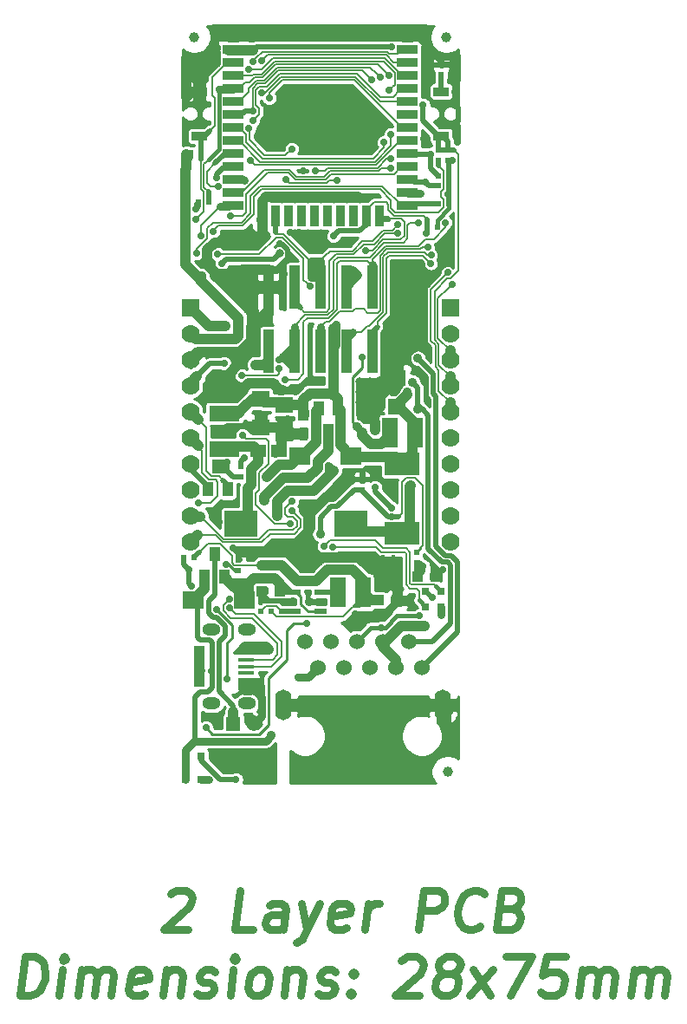
<source format=gbr>
G04 #@! TF.GenerationSoftware,KiCad,Pcbnew,5.1.0-unknown-ff73f69~94~ubuntu18.04.1*
G04 #@! TF.CreationDate,2019-03-25T11:36:26+02:00*
G04 #@! TF.ProjectId,ESP32-PoE_Rev_D,45535033-322d-4506-9f45-5f5265765f44,D*
G04 #@! TF.SameCoordinates,Original*
G04 #@! TF.FileFunction,Copper,L1,Top*
G04 #@! TF.FilePolarity,Positive*
%FSLAX46Y46*%
G04 Gerber Fmt 4.6, Leading zero omitted, Abs format (unit mm)*
G04 Created by KiCad (PCBNEW 5.1.0-unknown-ff73f69~94~ubuntu18.04.1) date 2019-03-25 11:36:26*
%MOMM*%
%LPD*%
G04 APERTURE LIST*
%ADD10C,0.762000*%
%ADD11C,1.524000*%
%ADD12O,1.600000X2.999999*%
%ADD13C,1.300000*%
%ADD14R,2.000000X0.900000*%
%ADD15R,0.900000X2.000000*%
%ADD16R,5.000000X5.000000*%
%ADD17C,2.000000*%
%ADD18R,0.500000X0.550000*%
%ADD19R,1.500000X0.900000*%
%ADD20R,1.000000X4.250000*%
%ADD21R,1.000000X1.400000*%
%ADD22C,0.800000*%
%ADD23R,0.400000X0.400000*%
%ADD24R,1.422400X1.422400*%
%ADD25R,0.550000X0.500000*%
%ADD26R,1.600000X3.000000*%
%ADD27R,1.650000X0.500000*%
%ADD28R,1.650000X0.325000*%
%ADD29R,1.000000X1.100000*%
%ADD30O,1.800000X1.200000*%
%ADD31R,0.800000X0.800000*%
%ADD32R,1.016000X1.016000*%
%ADD33C,1.000000*%
%ADD34R,1.524000X1.270000*%
%ADD35R,1.778000X1.524000*%
%ADD36R,2.000000X1.700000*%
%ADD37R,3.400000X2.200000*%
%ADD38R,3.200000X2.500000*%
%ADD39R,1.200000X0.550000*%
%ADD40C,1.778000*%
%ADD41R,1.778000X1.778000*%
%ADD42R,3.000000X1.500000*%
%ADD43R,1.500000X3.000000*%
%ADD44R,1.400000X1.400000*%
%ADD45C,1.400000*%
%ADD46C,0.900000*%
%ADD47C,0.700000*%
%ADD48C,1.016000*%
%ADD49C,0.406400*%
%ADD50C,0.508000*%
%ADD51C,0.254000*%
%ADD52C,0.152400*%
%ADD53C,0.203200*%
%ADD54C,0.304800*%
%ADD55C,0.609600*%
%ADD56C,0.660400*%
G04 APERTURE END LIST*
D10*
X89478757Y-180457928D02*
X89682864Y-180276500D01*
X90068400Y-180095071D01*
X90975542Y-180095071D01*
X91315721Y-180276500D01*
X91474471Y-180457928D01*
X91610542Y-180820785D01*
X91565185Y-181183642D01*
X91315721Y-181727928D01*
X88866435Y-183905071D01*
X91225007Y-183905071D01*
X97575007Y-183905071D02*
X95760721Y-183905071D01*
X96236971Y-180095071D01*
X100477864Y-183905071D02*
X100727328Y-181909357D01*
X100591257Y-181546500D01*
X100251078Y-181365071D01*
X99525364Y-181365071D01*
X99139828Y-181546500D01*
X100500542Y-183723642D02*
X100115007Y-183905071D01*
X99207864Y-183905071D01*
X98867685Y-183723642D01*
X98731614Y-183360785D01*
X98776971Y-182997928D01*
X99003757Y-182635071D01*
X99389292Y-182453642D01*
X100296435Y-182453642D01*
X100681971Y-182272214D01*
X102246792Y-181365071D02*
X102836435Y-183905071D01*
X104061078Y-181365071D02*
X102836435Y-183905071D01*
X102360185Y-184812214D01*
X102156078Y-184993642D01*
X101770542Y-185175071D01*
X106669114Y-183723642D02*
X106283578Y-183905071D01*
X105557864Y-183905071D01*
X105217685Y-183723642D01*
X105081614Y-183360785D01*
X105263042Y-181909357D01*
X105489828Y-181546500D01*
X105875364Y-181365071D01*
X106601078Y-181365071D01*
X106941257Y-181546500D01*
X107077328Y-181909357D01*
X107031971Y-182272214D01*
X105172328Y-182635071D01*
X108460721Y-183905071D02*
X108778221Y-181365071D01*
X108687507Y-182090785D02*
X108914292Y-181727928D01*
X109118400Y-181546500D01*
X109503935Y-181365071D01*
X109866792Y-181365071D01*
X113722150Y-183905071D02*
X114198400Y-180095071D01*
X115649828Y-180095071D01*
X115990007Y-180276500D01*
X116148757Y-180457928D01*
X116284828Y-180820785D01*
X116216792Y-181365071D01*
X115990007Y-181727928D01*
X115785900Y-181909357D01*
X115400364Y-182090785D01*
X113948935Y-182090785D01*
X119754650Y-183542214D02*
X119550542Y-183723642D01*
X118983578Y-183905071D01*
X118620721Y-183905071D01*
X118099114Y-183723642D01*
X117781614Y-183360785D01*
X117645542Y-182997928D01*
X117554828Y-182272214D01*
X117622864Y-181727928D01*
X117895007Y-181002214D01*
X118121792Y-180639357D01*
X118530007Y-180276500D01*
X119096971Y-180095071D01*
X119459828Y-180095071D01*
X119981435Y-180276500D01*
X120140185Y-180457928D01*
X122861614Y-181909357D02*
X123383221Y-182090785D01*
X123541971Y-182272214D01*
X123678042Y-182635071D01*
X123610007Y-183179357D01*
X123383221Y-183542214D01*
X123179114Y-183723642D01*
X122793578Y-183905071D01*
X121342150Y-183905071D01*
X121818400Y-180095071D01*
X123088400Y-180095071D01*
X123428578Y-180276500D01*
X123587328Y-180457928D01*
X123723400Y-180820785D01*
X123678042Y-181183642D01*
X123451257Y-181546500D01*
X123247150Y-181727928D01*
X122861614Y-181909357D01*
X121591614Y-181909357D01*
X74805721Y-190382071D02*
X75281971Y-186572071D01*
X76189114Y-186572071D01*
X76710721Y-186753500D01*
X77028221Y-187116357D01*
X77164292Y-187479214D01*
X77255007Y-188204928D01*
X77186971Y-188749214D01*
X76914828Y-189474928D01*
X76688042Y-189837785D01*
X76279828Y-190200642D01*
X75712864Y-190382071D01*
X74805721Y-190382071D01*
X78615721Y-190382071D02*
X78933221Y-187842071D01*
X79091971Y-186572071D02*
X78887864Y-186753500D01*
X79046614Y-186934928D01*
X79250721Y-186753500D01*
X79091971Y-186572071D01*
X79046614Y-186934928D01*
X80430007Y-190382071D02*
X80747507Y-187842071D01*
X80702150Y-188204928D02*
X80906257Y-188023500D01*
X81291792Y-187842071D01*
X81836078Y-187842071D01*
X82176257Y-188023500D01*
X82312328Y-188386357D01*
X82062864Y-190382071D01*
X82312328Y-188386357D02*
X82539114Y-188023500D01*
X82924650Y-187842071D01*
X83468935Y-187842071D01*
X83809114Y-188023500D01*
X83945185Y-188386357D01*
X83695721Y-190382071D01*
X86984114Y-190200642D02*
X86598578Y-190382071D01*
X85872864Y-190382071D01*
X85532685Y-190200642D01*
X85396614Y-189837785D01*
X85578042Y-188386357D01*
X85804828Y-188023500D01*
X86190364Y-187842071D01*
X86916078Y-187842071D01*
X87256257Y-188023500D01*
X87392328Y-188386357D01*
X87346971Y-188749214D01*
X85487328Y-189112071D01*
X89093221Y-187842071D02*
X88775721Y-190382071D01*
X89047864Y-188204928D02*
X89251971Y-188023500D01*
X89637507Y-187842071D01*
X90181792Y-187842071D01*
X90521971Y-188023500D01*
X90658042Y-188386357D01*
X90408578Y-190382071D01*
X92064114Y-190200642D02*
X92404292Y-190382071D01*
X93130007Y-190382071D01*
X93515542Y-190200642D01*
X93742328Y-189837785D01*
X93765007Y-189656357D01*
X93628935Y-189293500D01*
X93288757Y-189112071D01*
X92744471Y-189112071D01*
X92404292Y-188930642D01*
X92268221Y-188567785D01*
X92290900Y-188386357D01*
X92517685Y-188023500D01*
X92903221Y-187842071D01*
X93447507Y-187842071D01*
X93787685Y-188023500D01*
X95307150Y-190382071D02*
X95624650Y-187842071D01*
X95783400Y-186572071D02*
X95579292Y-186753500D01*
X95738042Y-186934928D01*
X95942150Y-186753500D01*
X95783400Y-186572071D01*
X95738042Y-186934928D01*
X97665721Y-190382071D02*
X97325542Y-190200642D01*
X97166792Y-190019214D01*
X97030721Y-189656357D01*
X97166792Y-188567785D01*
X97393578Y-188204928D01*
X97597685Y-188023500D01*
X97983221Y-187842071D01*
X98527507Y-187842071D01*
X98867685Y-188023500D01*
X99026435Y-188204928D01*
X99162507Y-188567785D01*
X99026435Y-189656357D01*
X98799650Y-190019214D01*
X98595542Y-190200642D01*
X98210007Y-190382071D01*
X97665721Y-190382071D01*
X100886078Y-187842071D02*
X100568578Y-190382071D01*
X100840721Y-188204928D02*
X101044828Y-188023500D01*
X101430364Y-187842071D01*
X101974650Y-187842071D01*
X102314828Y-188023500D01*
X102450900Y-188386357D01*
X102201435Y-190382071D01*
X103856971Y-190200642D02*
X104197150Y-190382071D01*
X104922864Y-190382071D01*
X105308400Y-190200642D01*
X105535185Y-189837785D01*
X105557864Y-189656357D01*
X105421792Y-189293500D01*
X105081614Y-189112071D01*
X104537328Y-189112071D01*
X104197150Y-188930642D01*
X104061078Y-188567785D01*
X104083757Y-188386357D01*
X104310542Y-188023500D01*
X104696078Y-187842071D01*
X105240364Y-187842071D01*
X105580542Y-188023500D01*
X107145364Y-190019214D02*
X107304114Y-190200642D01*
X107100007Y-190382071D01*
X106941257Y-190200642D01*
X107145364Y-190019214D01*
X107100007Y-190382071D01*
X107394828Y-188023500D02*
X107553578Y-188204928D01*
X107349471Y-188386357D01*
X107190721Y-188204928D01*
X107394828Y-188023500D01*
X107349471Y-188386357D01*
X112066614Y-186934928D02*
X112270721Y-186753500D01*
X112656257Y-186572071D01*
X113563400Y-186572071D01*
X113903578Y-186753500D01*
X114062328Y-186934928D01*
X114198400Y-187297785D01*
X114153042Y-187660642D01*
X113903578Y-188204928D01*
X111454292Y-190382071D01*
X113812864Y-190382071D01*
X116262150Y-188204928D02*
X115921971Y-188023500D01*
X115763221Y-187842071D01*
X115627150Y-187479214D01*
X115649828Y-187297785D01*
X115876614Y-186934928D01*
X116080721Y-186753500D01*
X116466257Y-186572071D01*
X117191971Y-186572071D01*
X117532150Y-186753500D01*
X117690900Y-186934928D01*
X117826971Y-187297785D01*
X117804292Y-187479214D01*
X117577507Y-187842071D01*
X117373400Y-188023500D01*
X116987864Y-188204928D01*
X116262150Y-188204928D01*
X115876614Y-188386357D01*
X115672507Y-188567785D01*
X115445721Y-188930642D01*
X115355007Y-189656357D01*
X115491078Y-190019214D01*
X115649828Y-190200642D01*
X115990007Y-190382071D01*
X116715721Y-190382071D01*
X117101257Y-190200642D01*
X117305364Y-190019214D01*
X117532150Y-189656357D01*
X117622864Y-188930642D01*
X117486792Y-188567785D01*
X117328042Y-188386357D01*
X116987864Y-188204928D01*
X118711435Y-190382071D02*
X121024650Y-187842071D01*
X119028935Y-187842071D02*
X120707150Y-190382071D01*
X122271971Y-186572071D02*
X124811971Y-186572071D01*
X122702864Y-190382071D01*
X128077685Y-186572071D02*
X126263400Y-186572071D01*
X125855185Y-188386357D01*
X126059292Y-188204928D01*
X126444828Y-188023500D01*
X127351971Y-188023500D01*
X127692149Y-188204928D01*
X127850900Y-188386357D01*
X127986971Y-188749214D01*
X127873578Y-189656357D01*
X127646792Y-190019214D01*
X127442685Y-190200642D01*
X127057150Y-190382071D01*
X126150007Y-190382071D01*
X125809828Y-190200642D01*
X125651078Y-190019214D01*
X129415721Y-190382071D02*
X129733221Y-187842071D01*
X129687864Y-188204928D02*
X129891971Y-188023500D01*
X130277507Y-187842071D01*
X130821792Y-187842071D01*
X131161971Y-188023500D01*
X131298042Y-188386357D01*
X131048578Y-190382071D01*
X131298042Y-188386357D02*
X131524828Y-188023500D01*
X131910364Y-187842071D01*
X132454649Y-187842071D01*
X132794828Y-188023500D01*
X132930899Y-188386357D01*
X132681435Y-190382071D01*
X134495721Y-190382071D02*
X134813221Y-187842071D01*
X134767864Y-188204928D02*
X134971971Y-188023500D01*
X135357507Y-187842071D01*
X135901792Y-187842071D01*
X136241971Y-188023500D01*
X136378042Y-188386357D01*
X136128578Y-190382071D01*
X136378042Y-188386357D02*
X136604828Y-188023500D01*
X136990364Y-187842071D01*
X137534650Y-187842071D01*
X137874828Y-188023500D01*
X138010900Y-188386357D01*
X137761435Y-190382071D01*
D11*
X102616000Y-155806000D03*
X103886000Y-158346000D03*
X105156000Y-155806000D03*
X106426000Y-158346000D03*
X107696000Y-155806000D03*
X108966000Y-158346000D03*
X110236000Y-155806000D03*
X111506000Y-158346000D03*
X112776000Y-155806000D03*
X114046000Y-158346000D03*
D12*
X100531000Y-161946000D03*
X116131000Y-161946000D03*
D13*
X104940000Y-104235000D03*
X101340000Y-104235000D03*
X103140000Y-106035000D03*
X103140000Y-102435000D03*
X104940000Y-102435000D03*
X101340000Y-102435000D03*
X104940000Y-106035000D03*
D14*
X95640000Y-96725000D03*
X95640000Y-97995000D03*
X95640000Y-99265000D03*
X95640000Y-100535000D03*
X95640000Y-101805000D03*
X95640000Y-103075000D03*
X95640000Y-104345000D03*
X95640000Y-105615000D03*
X95640000Y-106885000D03*
X95640000Y-108155000D03*
X95640000Y-109425000D03*
X95640000Y-110695000D03*
X95640000Y-111965000D03*
X95640000Y-113235000D03*
D15*
X98440000Y-114235000D03*
X99710000Y-114235000D03*
X100980000Y-114235000D03*
X102250000Y-114235000D03*
X103520000Y-114235000D03*
X104790000Y-114235000D03*
X106060000Y-114235000D03*
X107330000Y-114235000D03*
X108600000Y-114235000D03*
X109870000Y-114235000D03*
D14*
X112640000Y-113235000D03*
X112640000Y-111965000D03*
X112640000Y-110695000D03*
X112640000Y-109425000D03*
X112640000Y-108155000D03*
X112640000Y-106885000D03*
X112640000Y-105615000D03*
X112640000Y-104345000D03*
X112640000Y-103075000D03*
X112640000Y-101805000D03*
X112640000Y-100535000D03*
X112640000Y-99265000D03*
X112640000Y-97995000D03*
X112640000Y-96725000D03*
D16*
X103140000Y-104235000D03*
D17*
X103140000Y-104235000D03*
D13*
X101340000Y-106035000D03*
D18*
X92456000Y-108077000D03*
X91440000Y-108077000D03*
D19*
X115959000Y-106444000D03*
X115959000Y-102090000D03*
X92321000Y-106444000D03*
X92321000Y-102090000D03*
D20*
X99060000Y-127458000D03*
X99060000Y-121208000D03*
X101600000Y-127458000D03*
X101600000Y-121208000D03*
X104140000Y-127458000D03*
X104140000Y-121208000D03*
X106680000Y-127458000D03*
X106680000Y-121208000D03*
X109220000Y-127458000D03*
X109220000Y-121208000D03*
D21*
X94107000Y-138727000D03*
X95057000Y-140927000D03*
X93157000Y-140927000D03*
D22*
X107966000Y-132445000D03*
X108966000Y-132445000D03*
X109966000Y-132445000D03*
X107966000Y-131445000D03*
X108966000Y-131445000D03*
X109966000Y-131445000D03*
X108966000Y-130445000D03*
X107966000Y-130445000D03*
X109966000Y-130445000D03*
D23*
X112044000Y-149344000D03*
X112044000Y-148344000D03*
X111244000Y-147544000D03*
X110244000Y-147544000D03*
X109444000Y-148344000D03*
X109444000Y-149344000D03*
X110244000Y-150144000D03*
X111244000Y-150144000D03*
D24*
X110744000Y-148844000D03*
D25*
X116586000Y-107823000D03*
X116586000Y-108839000D03*
X115697000Y-108839000D03*
X115697000Y-107823000D03*
X115951000Y-99441000D03*
X115951000Y-100457000D03*
D26*
X108261000Y-151003000D03*
X105861000Y-151003000D03*
D21*
X105851960Y-133004560D03*
X103949500Y-133004560D03*
X104904540Y-135214360D03*
X92839540Y-149479000D03*
X94742000Y-149479000D03*
X93786960Y-147269200D03*
D27*
X96876000Y-156854500D03*
D28*
X96876000Y-157592000D03*
X96876000Y-158242000D03*
X96876000Y-158892000D03*
D27*
X96876000Y-159629500D03*
D29*
X92326000Y-156742000D03*
X92326000Y-159742000D03*
D30*
X93476000Y-154642000D03*
X96946000Y-154642000D03*
X96946000Y-161842000D03*
X93476000Y-161842000D03*
D31*
X92456000Y-167005000D03*
X90932000Y-167005000D03*
D32*
X113665000Y-149479000D03*
X115443000Y-149479000D03*
X111633000Y-151765000D03*
X109855000Y-151765000D03*
D31*
X92456000Y-169291000D03*
X90932000Y-169291000D03*
D33*
X91821000Y-96774000D03*
X116459000Y-96774000D03*
X116586000Y-168529000D03*
D34*
X98044000Y-137160000D03*
X100076000Y-137160000D03*
D35*
X111633000Y-130048000D03*
X111633000Y-132842000D03*
D36*
X102148000Y-137668000D03*
X107148000Y-137668000D03*
X96734000Y-151765000D03*
X91734000Y-151765000D03*
D37*
X112141000Y-138459000D03*
X112141000Y-145259000D03*
D38*
X96377000Y-144272000D03*
X107077000Y-144272000D03*
D39*
X104170000Y-152842000D03*
X104170000Y-151892000D03*
X104170000Y-150942000D03*
X101570000Y-152842000D03*
X101570000Y-150942000D03*
D32*
X98425000Y-150876000D03*
X100203000Y-150876000D03*
D40*
X91440000Y-130840000D03*
X91440000Y-128300000D03*
X91440000Y-125760000D03*
D41*
X91440000Y-123220000D03*
D40*
X91440000Y-133380000D03*
X91440000Y-135920000D03*
X91440000Y-141000000D03*
X91440000Y-138460000D03*
X91440000Y-143540000D03*
X91440000Y-146080000D03*
X116840000Y-130840000D03*
X116840000Y-128300000D03*
X116840000Y-125760000D03*
D41*
X116840000Y-123220000D03*
D40*
X116840000Y-133380000D03*
X116840000Y-135920000D03*
X116840000Y-141000000D03*
X116840000Y-138460000D03*
X116840000Y-143540000D03*
X116840000Y-146080000D03*
D25*
X96075500Y-147828000D03*
X96075500Y-148844000D03*
X96393000Y-139700000D03*
X96393000Y-138684000D03*
X113538000Y-147066000D03*
X113538000Y-148082000D03*
D18*
X99314000Y-152844500D03*
X100330000Y-152844500D03*
D25*
X98298000Y-151828500D03*
X98298000Y-152844500D03*
D18*
X115697000Y-111252000D03*
X116713000Y-111252000D03*
X115697000Y-110363000D03*
X116713000Y-110363000D03*
X114554000Y-115316000D03*
X115570000Y-115316000D03*
X116713000Y-113030000D03*
X115697000Y-113030000D03*
D25*
X108204000Y-139954000D03*
X108204000Y-140970000D03*
D35*
X100584000Y-135509000D03*
X100584000Y-132715000D03*
X98298000Y-134874000D03*
X98298000Y-132080000D03*
D42*
X94742000Y-137005000D03*
X94742000Y-133505000D03*
D32*
X102489000Y-135509000D03*
X102489000Y-133731000D03*
D43*
X110891000Y-135382000D03*
X113391000Y-135382000D03*
D44*
X95638620Y-163852860D03*
D45*
X97650300Y-163850320D03*
D31*
X115951000Y-152400000D03*
X114427000Y-152400000D03*
X115951000Y-150876000D03*
X114427000Y-150876000D03*
D18*
X93218000Y-112903000D03*
X92202000Y-112903000D03*
X91821000Y-147574000D03*
X90805000Y-147574000D03*
D46*
X99314000Y-164973000D03*
X98933000Y-139700000D03*
X94843600Y-124968000D03*
D47*
X93477590Y-158680910D03*
X91949764Y-113540165D03*
X113030000Y-151511000D03*
D46*
X101473000Y-151892000D03*
X99314000Y-169037000D03*
X102489000Y-148590000D03*
D47*
X95631000Y-146685000D03*
X116078000Y-148818600D03*
X106934000Y-140081000D03*
D46*
X100457000Y-131267200D03*
D47*
X100203000Y-116967000D03*
D46*
X102489000Y-112395000D03*
X96901000Y-96774000D03*
X111506000Y-96774000D03*
D47*
X117475000Y-105156000D03*
D46*
X99187000Y-96774000D03*
X103632000Y-112395000D03*
D47*
X94234000Y-144145000D03*
D46*
X92328990Y-100584000D03*
X107823000Y-112395000D03*
X94742000Y-166624000D03*
X94742000Y-167767000D03*
D47*
X94107000Y-135636000D03*
D46*
X100457000Y-134213600D03*
D47*
X100584000Y-119888000D03*
X107502411Y-153066789D03*
X105159542Y-147577542D03*
X96139000Y-121793000D03*
D46*
X100076000Y-112395000D03*
D47*
X102489000Y-109836724D03*
D46*
X97917000Y-96012000D03*
X93726000Y-96012000D03*
X100457000Y-96012000D03*
X109347000Y-96774000D03*
X104267000Y-96774000D03*
X101727000Y-96774000D03*
X102997000Y-96012000D03*
X105537000Y-96012000D03*
X108077000Y-96012000D03*
X106807000Y-96774000D03*
X110617000Y-96012000D03*
X112649000Y-96012000D03*
X114427000Y-96012000D03*
X95631000Y-96012000D03*
X93726000Y-97472500D03*
X93726000Y-98806000D03*
X92328990Y-98806000D03*
X91059000Y-98806000D03*
X91059000Y-100076000D03*
X91059000Y-101346000D03*
X91059000Y-102616000D03*
D47*
X98869500Y-106934000D03*
D46*
X106680000Y-102235000D03*
X106680000Y-104775000D03*
X106680000Y-107315000D03*
X109220000Y-104775000D03*
X109220000Y-107315000D03*
X107950000Y-106045000D03*
X107950000Y-103505000D03*
X104140000Y-107315000D03*
X109220000Y-106045000D03*
X107950000Y-104775000D03*
X107950000Y-107315000D03*
X106680000Y-106045000D03*
X106680000Y-103505000D03*
X105410000Y-107315000D03*
X114427000Y-97155000D03*
X114427000Y-98679000D03*
X114427000Y-99822000D03*
X114427000Y-100965000D03*
X115570000Y-98679000D03*
X117348000Y-98679000D03*
X117348000Y-99822000D03*
X117348000Y-100965000D03*
X117348000Y-102108000D03*
X117348000Y-103378000D03*
D47*
X102044500Y-115824000D03*
X101219000Y-115824000D03*
D46*
X103011525Y-151878661D03*
X114300000Y-106680000D03*
X98330590Y-160210498D03*
X98330590Y-161163000D03*
D47*
X93853000Y-163195000D03*
X92964000Y-163195000D03*
D46*
X99060000Y-148336000D03*
X99949000Y-143510000D03*
D47*
X104902000Y-138620500D03*
D46*
X91059000Y-108966000D03*
D47*
X116586000Y-112141000D03*
D46*
X96901000Y-98044000D03*
D47*
X94488000Y-118872000D03*
X105410000Y-139128500D03*
D46*
X97790000Y-128777998D03*
X95884958Y-126238042D03*
D47*
X92590110Y-120015000D03*
D22*
X100135496Y-117906152D03*
D47*
X117023390Y-108817577D03*
X111119156Y-97707424D03*
X113792000Y-153289000D03*
X110109000Y-154432000D03*
X94742000Y-128651000D03*
X91978957Y-114554000D03*
X103631994Y-109836732D03*
X111051173Y-108638173D03*
D46*
X98679000Y-141986000D03*
X99060000Y-156590986D03*
X97155000Y-156337000D03*
D47*
X100774500Y-110680496D03*
X105796410Y-110751157D03*
X101345994Y-107696000D03*
X97154788Y-105664420D03*
X94996000Y-138303000D03*
X93634830Y-115749544D03*
D46*
X114300000Y-154305000D03*
X109474000Y-135128000D03*
X110871000Y-126619000D03*
X112014000Y-126619000D03*
X112014000Y-127762000D03*
X113284000Y-126619000D03*
X110871000Y-125476000D03*
X112014000Y-125476000D03*
X113284000Y-125476000D03*
X112014000Y-122936000D03*
X112014000Y-124206000D03*
X112014000Y-121666000D03*
X112014000Y-120396000D03*
X112014000Y-119126000D03*
X113284000Y-124206000D03*
X113284000Y-122936000D03*
X113284000Y-121666000D03*
X113284000Y-120396000D03*
X113284000Y-119126000D03*
X112649000Y-131445000D03*
D47*
X105646588Y-124858412D03*
X105671242Y-126872771D03*
D46*
X113665000Y-133096000D03*
X113131600Y-130454400D03*
X113665000Y-128143000D03*
D47*
X110998000Y-106299000D03*
X116573518Y-119765597D03*
X110363000Y-107060996D03*
X94234000Y-101854000D03*
X110827886Y-100518975D03*
X101981000Y-159258000D03*
D46*
X108204000Y-164846000D03*
X110871000Y-164846000D03*
X105918000Y-164846000D03*
X113030000Y-161946000D03*
X110617000Y-161946000D03*
X103632000Y-161946000D03*
X109728000Y-163322000D03*
X106680000Y-163322000D03*
X109601000Y-167132000D03*
X106934000Y-167132000D03*
X104013000Y-167132000D03*
X112522000Y-167132000D03*
X110998000Y-168783000D03*
X108204000Y-168783000D03*
X105283000Y-168783000D03*
X102108000Y-168783000D03*
D47*
X114173000Y-148463000D03*
X111696500Y-115954254D03*
D46*
X112928400Y-140589000D03*
D47*
X96475144Y-129826028D03*
X100062412Y-129172589D03*
X96730025Y-137874369D03*
X96520000Y-135636000D03*
X101219000Y-144272000D03*
X95231599Y-151654399D03*
X95231596Y-152512566D03*
D46*
X104140000Y-145288000D03*
D47*
X111125000Y-143649700D03*
X92075000Y-117856016D03*
X92963986Y-164211000D03*
X102806507Y-153987493D03*
X109121140Y-100936860D03*
X97536000Y-104013000D03*
X117024281Y-120913475D03*
X109474000Y-140716000D03*
X111104976Y-142796955D03*
X105339378Y-146567141D03*
X115951000Y-153162000D03*
X104491677Y-146477642D03*
X115062000Y-151511000D03*
X95885000Y-169290994D03*
X93217439Y-169291561D03*
D46*
X107696000Y-134848600D03*
D47*
X108217597Y-128058505D03*
X92456000Y-158623000D03*
X94932500Y-148272500D03*
X93980000Y-152654000D03*
X95019852Y-159437320D03*
X109982000Y-100711000D03*
X114173000Y-103378000D03*
X94107000Y-117983000D03*
X107823000Y-120015000D03*
X108585000Y-117602000D03*
X103135212Y-121125408D03*
X110871000Y-101981004D03*
X91310373Y-148796940D03*
X91574110Y-150412598D03*
X97536000Y-104902000D03*
X92188792Y-142297910D03*
X97147890Y-99910341D03*
X101346000Y-142113000D03*
X100076000Y-128270000D03*
X113728500Y-114871500D03*
X113852728Y-112014000D03*
X101346000Y-143002000D03*
X100695469Y-130214143D03*
X114932121Y-108184528D03*
X116384334Y-114871500D03*
X105410000Y-116205000D03*
X114961886Y-118048831D03*
X114462245Y-115922976D03*
X114662732Y-117250637D03*
X114413738Y-110914018D03*
X114934137Y-118900792D03*
X110998008Y-109593946D03*
X103202017Y-120244527D03*
X111696500Y-115101841D03*
X96673145Y-110744000D03*
X94156262Y-111379297D03*
X97312968Y-108831208D03*
X93980000Y-110490555D03*
X92455958Y-116203466D03*
X98398693Y-99097193D03*
X99124867Y-102705397D03*
X98415660Y-102232500D03*
X97536008Y-99123500D03*
X95353530Y-114274400D03*
D48*
X94843600Y-124968000D02*
X93188000Y-124968000D01*
X93188000Y-124968000D02*
X91440000Y-123220000D01*
X101259000Y-138557000D02*
X102148000Y-137668000D01*
X100076000Y-138557000D02*
X101259000Y-138557000D01*
X98933000Y-139700000D02*
X100076000Y-138557000D01*
X102362000Y-137668000D02*
X102148000Y-137668000D01*
X103708200Y-136321800D02*
X102362000Y-137668000D01*
X103708200Y-133245860D02*
X103708200Y-136321800D01*
X103949500Y-133004560D02*
X103708200Y-133245860D01*
D10*
X90932000Y-167005000D02*
X90932000Y-168592500D01*
X90932000Y-169291000D02*
X90932000Y-168592500D01*
X91782911Y-165506411D02*
X98780589Y-165506411D01*
X98780589Y-165506411D02*
X98864001Y-165422999D01*
X98864001Y-165422999D02*
X99314000Y-164973000D01*
D48*
X91734000Y-151765000D02*
X92837000Y-150662000D01*
X92837000Y-149481540D02*
X92839540Y-149479000D01*
X92837000Y-150662000D02*
X92837000Y-149481540D01*
D49*
X92202000Y-112903000D02*
X92091955Y-112903000D01*
X92091955Y-112903000D02*
X91949764Y-113045191D01*
X91949764Y-113045191D02*
X91949764Y-113540165D01*
D10*
X90932000Y-166357322D02*
X91782911Y-165506411D01*
X90932000Y-167005000D02*
X90932000Y-166357322D01*
D50*
X92169590Y-152113590D02*
X91757500Y-151701500D01*
X91846410Y-165442912D02*
X91846410Y-161264590D01*
X91782911Y-165506411D02*
X91846410Y-165442912D01*
X93548178Y-155905178D02*
X93291410Y-155648410D01*
X93548178Y-160324822D02*
X93548178Y-155905178D01*
X92169590Y-155415590D02*
X92169590Y-152113590D01*
X92402410Y-155648410D02*
X92169590Y-155415590D01*
X93291410Y-155648410D02*
X92402410Y-155648410D01*
X91846410Y-161264590D02*
X92412599Y-160698401D01*
X92412599Y-160698401D02*
X93174599Y-160698401D01*
X93174599Y-160698401D02*
X93548178Y-160324822D01*
X92202000Y-113287929D02*
X91949764Y-113540165D01*
X92202000Y-112903000D02*
X92202000Y-113287929D01*
D51*
X113030000Y-151511000D02*
X111887000Y-151511000D01*
X111887000Y-151511000D02*
X111633000Y-151765000D01*
D50*
X95631000Y-146685000D02*
X96012000Y-147066000D01*
X96012000Y-147066000D02*
X96393000Y-147066000D01*
D48*
X100965000Y-147066000D02*
X96393000Y-147066000D01*
X102489000Y-148590000D02*
X100965000Y-147066000D01*
X91440000Y-128300000D02*
X92232000Y-127508000D01*
X92232000Y-127508000D02*
X95758000Y-127508000D01*
X98552000Y-135128000D02*
X98298000Y-134874000D01*
X100584000Y-135509000D02*
X102489000Y-135509000D01*
X99949000Y-134874000D02*
X98298000Y-134874000D01*
X100584000Y-135509000D02*
X99949000Y-134874000D01*
X95758000Y-127508000D02*
X96291400Y-127508000D01*
D10*
X95140000Y-96785000D02*
X95151000Y-96774000D01*
X95151000Y-96774000D02*
X96901000Y-96774000D01*
X113089000Y-96774000D02*
X111506000Y-96774000D01*
X111633000Y-151003000D02*
X111633000Y-151765000D01*
X111633000Y-150533000D02*
X111633000Y-151003000D01*
X111244000Y-150144000D02*
X111633000Y-150533000D01*
D51*
X111633000Y-151765000D02*
X111633000Y-151892000D01*
X106934000Y-140081000D02*
X107061000Y-139954000D01*
X107061000Y-139954000D02*
X108204000Y-139954000D01*
D48*
X100330000Y-136906000D02*
X100076000Y-137160000D01*
X100330000Y-135763000D02*
X100330000Y-136906000D01*
X100584000Y-135509000D02*
X100330000Y-135763000D01*
D50*
X98425000Y-150876000D02*
X98552000Y-150876000D01*
D48*
X99060000Y-119507000D02*
X99060000Y-121208000D01*
D10*
X99822000Y-119507000D02*
X99060000Y-119507000D01*
D50*
X99060000Y-119507000D02*
X99060000Y-121208000D01*
D10*
X92329000Y-100584010D02*
X92328990Y-100584000D01*
D48*
X92329000Y-101854000D02*
X92329000Y-100584010D01*
D50*
X98298000Y-134874000D02*
X98171000Y-134747000D01*
X98171000Y-134747000D02*
X94996000Y-134747000D01*
X94996000Y-134747000D02*
X94107000Y-135636000D01*
X100203000Y-119507000D02*
X100584000Y-119888000D01*
X99822000Y-119507000D02*
X100203000Y-119507000D01*
X96079500Y-147066000D02*
X96393000Y-147066000D01*
X96075500Y-147070000D02*
X96079500Y-147066000D01*
X96075500Y-147828000D02*
X96075500Y-147070000D01*
X98425000Y-150876000D02*
X98298000Y-151003000D01*
X98298000Y-151003000D02*
X98298000Y-151765000D01*
X98298000Y-151828500D02*
X98336099Y-151790401D01*
X98425000Y-151130000D02*
X99085401Y-151790401D01*
X98425000Y-150876000D02*
X98425000Y-151130000D01*
X98336099Y-151790401D02*
X99085401Y-151790401D01*
X101371401Y-151790401D02*
X101473000Y-151892000D01*
X99085401Y-151790401D02*
X101371401Y-151790401D01*
D51*
X110490000Y-153035000D02*
X110458211Y-153066789D01*
D50*
X107502411Y-153066789D02*
X110458211Y-153066789D01*
D10*
X111633000Y-151892000D02*
X110490000Y-153035000D01*
D48*
X108677542Y-147577542D02*
X103501458Y-147577542D01*
X109444000Y-148344000D02*
X108677542Y-147577542D01*
X102938999Y-148140001D02*
X102489000Y-148590000D01*
X103501458Y-147577542D02*
X102938999Y-148140001D01*
X105313812Y-141701188D02*
X106934000Y-140081000D01*
X104773118Y-141701188D02*
X105313812Y-141701188D01*
X102997000Y-143477306D02*
X104773118Y-141701188D01*
X100965000Y-147066000D02*
X102997000Y-145034000D01*
X102997000Y-145034000D02*
X102997000Y-143477306D01*
X100914200Y-135178800D02*
X100584000Y-135509000D01*
X100914200Y-134213600D02*
X100914200Y-135178800D01*
D49*
X103124000Y-129921000D02*
X103124000Y-125095000D01*
X100431600Y-131267200D02*
X101777800Y-131267200D01*
X101777800Y-131267200D02*
X103124000Y-129921000D01*
D48*
X96291400Y-128574800D02*
X96291400Y-127508000D01*
X94996000Y-129870200D02*
X96291400Y-128574800D01*
X94996000Y-130683000D02*
X94996000Y-129870200D01*
X100177600Y-131267200D02*
X99517200Y-130606800D01*
X100457000Y-131267200D02*
X100177600Y-131267200D01*
X99517200Y-130606800D02*
X97129600Y-130606800D01*
X97129600Y-130606800D02*
X96545400Y-131191000D01*
X96545400Y-131191000D02*
X95504000Y-131191000D01*
X95504000Y-131191000D02*
X94996000Y-130683000D01*
X99060000Y-123444000D02*
X99060000Y-122682000D01*
X97409000Y-125095000D02*
X99060000Y-123444000D01*
X96291400Y-127508000D02*
X97409000Y-126390400D01*
X97409000Y-126390400D02*
X97409000Y-125095000D01*
X96139000Y-119888000D02*
X96520000Y-119507000D01*
X96520000Y-119507000D02*
X99060000Y-119507000D01*
X96139000Y-119888000D02*
X96139000Y-121793000D01*
D50*
X113551522Y-96725000D02*
X115951000Y-99124478D01*
X112640000Y-96725000D02*
X113551522Y-96725000D01*
X115951000Y-99124478D02*
X115951000Y-99441000D01*
X100570974Y-112395000D02*
X100076000Y-112395000D01*
D48*
X100076000Y-112395000D02*
X102489000Y-112395000D01*
X102489000Y-112395000D02*
X103632000Y-112395000D01*
X103632000Y-112395000D02*
X107823000Y-112395000D01*
D51*
X117665500Y-105346500D02*
X117665500Y-107124500D01*
X117475000Y-105156000D02*
X117665500Y-105346500D01*
D48*
X93726000Y-96012000D02*
X114427000Y-96012000D01*
D10*
X96901000Y-96774000D02*
X111506000Y-96774000D01*
X95640000Y-96021000D02*
X95631000Y-96012000D01*
X95640000Y-96725000D02*
X95640000Y-96021000D01*
D48*
X113714000Y-96725000D02*
X114427000Y-96012000D01*
X112640000Y-96725000D02*
X113714000Y-96725000D01*
X114427000Y-96012000D02*
X114427000Y-96648396D01*
X114427000Y-96648396D02*
X114427000Y-97218500D01*
D10*
X93726000Y-96012000D02*
X93726000Y-97472500D01*
D48*
X93726000Y-97472500D02*
X93726000Y-98806000D01*
X91059000Y-98806000D02*
X93726000Y-98806000D01*
X91059000Y-98806000D02*
X91059000Y-102616000D01*
X91585000Y-102090000D02*
X91059000Y-102616000D01*
X92321000Y-102090000D02*
X91585000Y-102090000D01*
X91567000Y-100584000D02*
X91059000Y-100076000D01*
X92328990Y-100584000D02*
X91567000Y-100584000D01*
X92328990Y-100584000D02*
X92328990Y-98806000D01*
D50*
X117615401Y-103645401D02*
X117348000Y-103378000D01*
X117475000Y-105156000D02*
X117615401Y-105015599D01*
X117615401Y-105015599D02*
X117615401Y-103645401D01*
D10*
X117348000Y-103378000D02*
X117348000Y-102108000D01*
X117348000Y-102108000D02*
X117348000Y-100965000D01*
D48*
X117348000Y-100965000D02*
X117348000Y-98679000D01*
D10*
X117348000Y-98679000D02*
X115570000Y-98679000D01*
D50*
X116967000Y-99441000D02*
X116078000Y-99441000D01*
X117348000Y-103378000D02*
X117348000Y-99822000D01*
X117348000Y-99822000D02*
X116967000Y-99441000D01*
X96393000Y-160464500D02*
X96710500Y-160782000D01*
X96393000Y-159639000D02*
X96393000Y-160464500D01*
X96876000Y-159629500D02*
X96402500Y-159629500D01*
X96402500Y-159629500D02*
X96393000Y-159639000D01*
X97345500Y-160782000D02*
X97345500Y-159639000D01*
X96710500Y-160782000D02*
X97345500Y-160782000D01*
X100965000Y-118364000D02*
X99822000Y-119507000D01*
X100965000Y-117572580D02*
X100965000Y-118364000D01*
X100203000Y-116967000D02*
X100359420Y-116967000D01*
X100359420Y-116967000D02*
X100965000Y-117572580D01*
X104170000Y-151892000D02*
X103024864Y-151892000D01*
X103024864Y-151892000D02*
X103011525Y-151878661D01*
D10*
X94742000Y-166624000D02*
X94742000Y-167767000D01*
X98298000Y-166624000D02*
X94742000Y-166624000D01*
X99314000Y-169037000D02*
X99314000Y-167640000D01*
X99314000Y-167640000D02*
X98298000Y-166624000D01*
X96139000Y-167767000D02*
X94742000Y-167767000D01*
X99314000Y-169037000D02*
X97409000Y-169037000D01*
X97409000Y-169037000D02*
X96139000Y-167767000D01*
D50*
X97414499Y-160713001D02*
X97880591Y-160713001D01*
D10*
X96774002Y-160210498D02*
X98330590Y-160210498D01*
X98399589Y-163093411D02*
X98399589Y-161231999D01*
D50*
X98209000Y-159629500D02*
X98330590Y-159751090D01*
X97880591Y-160713001D02*
X98330590Y-161163000D01*
X97345500Y-160782000D02*
X97414499Y-160713001D01*
D10*
X98399589Y-161231999D02*
X98330590Y-161163000D01*
X98330590Y-161163000D02*
X98330590Y-160210498D01*
X97663000Y-163830000D02*
X98399589Y-163093411D01*
D50*
X98330590Y-159751090D02*
X98330590Y-160210498D01*
X96876000Y-159629500D02*
X98209000Y-159629500D01*
D48*
X98440000Y-112761000D02*
X98806000Y-112395000D01*
X93980000Y-119888000D02*
X93091000Y-118999000D01*
X98806000Y-112395000D02*
X100076000Y-112395000D01*
X96139000Y-119888000D02*
X93980000Y-119888000D01*
X93091000Y-118999000D02*
X93091000Y-117551200D01*
X98440000Y-116190000D02*
X98440000Y-112761000D01*
X93091000Y-117551200D02*
X93802200Y-116840000D01*
X93802200Y-116840000D02*
X97790000Y-116840000D01*
X97790000Y-116840000D02*
X98440000Y-116190000D01*
D50*
X116078000Y-148818600D02*
X115506500Y-149390100D01*
X115506500Y-149390100D02*
X115506500Y-149415500D01*
D49*
X115062000Y-149098000D02*
X115443000Y-149479000D01*
X116078000Y-148818600D02*
X115671600Y-148818600D01*
X115671600Y-148818600D02*
X115062000Y-148209000D01*
X115100100Y-148818600D02*
X115062000Y-148780500D01*
X116078000Y-148818600D02*
X115100100Y-148818600D01*
X115062000Y-148209000D02*
X115062000Y-148780500D01*
X115062000Y-148780500D02*
X115062000Y-149098000D01*
D50*
X95638620Y-163852860D02*
X95989140Y-163852860D01*
D48*
X95631000Y-162687000D02*
X95631000Y-163830000D01*
D50*
X95631000Y-162052000D02*
X95631000Y-162687000D01*
X94234000Y-155829000D02*
X94234000Y-160655000D01*
X94234000Y-160655000D02*
X95631000Y-162052000D01*
X94869000Y-155194000D02*
X94234000Y-155829000D01*
X94869000Y-154305000D02*
X94869000Y-155194000D01*
X93786960Y-151259540D02*
X93223598Y-151822902D01*
X93223598Y-153017074D02*
X93616926Y-153410402D01*
X93786960Y-147269200D02*
X93786960Y-151259540D01*
X93223598Y-151822902D02*
X93223598Y-153017074D01*
X93974402Y-153410402D02*
X94869000Y-154305000D01*
X93616926Y-153410402D02*
X93974402Y-153410402D01*
X115959000Y-102090000D02*
X115951000Y-102082000D01*
X115951000Y-102082000D02*
X115951000Y-100457000D01*
D52*
X108261000Y-151003000D02*
X108261000Y-151250800D01*
D48*
X100330000Y-148336000D02*
X99060000Y-148336000D01*
X101854000Y-149860000D02*
X100330000Y-148336000D01*
X103759000Y-149860000D02*
X101854000Y-149860000D01*
X108261000Y-151003000D02*
X108261000Y-149790000D01*
X108261000Y-149790000D02*
X107289600Y-148818600D01*
X107289600Y-148818600D02*
X104800400Y-148818600D01*
X104800400Y-148818600D02*
X103759000Y-149860000D01*
X108261000Y-151003000D02*
X109023000Y-151765000D01*
X109023000Y-151765000D02*
X109855000Y-151765000D01*
D50*
X95151000Y-98044000D02*
X95140000Y-98055000D01*
D48*
X96890000Y-98055000D02*
X96901000Y-98044000D01*
X95140000Y-98055000D02*
X96890000Y-98055000D01*
D52*
X95710518Y-148336000D02*
X98423604Y-148336000D01*
X95504000Y-147447000D02*
X95504000Y-148129482D01*
X93129500Y-146240500D02*
X94297500Y-146240500D01*
X95504000Y-148129482D02*
X95710518Y-148336000D01*
X94297500Y-146240500D02*
X95504000Y-147447000D01*
D48*
X99060000Y-148336000D02*
X98423604Y-148336000D01*
D53*
X108261000Y-151003000D02*
X108261000Y-151454000D01*
X108261000Y-151454000D02*
X107283250Y-152431750D01*
X107283250Y-152431750D02*
X107315000Y-152400000D01*
X107315000Y-152400000D02*
X107950000Y-152400000D01*
D50*
X91821000Y-147549000D02*
X92284750Y-147085250D01*
X91821000Y-147574000D02*
X91821000Y-147549000D01*
D52*
X92284750Y-147085250D02*
X93129500Y-146240500D01*
D53*
X99314000Y-152869500D02*
X99314000Y-152844500D01*
X99818001Y-153373501D02*
X99314000Y-152869500D01*
X102373201Y-153371001D02*
X102275073Y-153371001D01*
X106341499Y-153373501D02*
X102375701Y-153373501D01*
X107283250Y-152431750D02*
X106341499Y-153373501D01*
X102375701Y-153373501D02*
X102373201Y-153371001D01*
X102275073Y-153371001D02*
X102272573Y-153373501D01*
X102272573Y-153373501D02*
X99818001Y-153373501D01*
D48*
X100914200Y-141097000D02*
X103441500Y-141097000D01*
X99949000Y-143510000D02*
X99949000Y-142062200D01*
X99949000Y-142062200D02*
X100914200Y-141097000D01*
D10*
X104902000Y-138620500D02*
X105410000Y-139128500D01*
X104902000Y-139573000D02*
X104933750Y-139604750D01*
X104902000Y-138620500D02*
X104902000Y-139573000D01*
D48*
X103441500Y-141097000D02*
X104933750Y-139604750D01*
X104933750Y-139604750D02*
X105410000Y-139128500D01*
X95884960Y-126238040D02*
X91918040Y-126238040D01*
X96139000Y-125984000D02*
X95884960Y-126238040D01*
X91918040Y-126238040D02*
X91440000Y-125760000D01*
X96139000Y-124206000D02*
X96139000Y-125984000D01*
D10*
X92590110Y-120015000D02*
X91948000Y-120015000D01*
X92590110Y-120657110D02*
X92678250Y-120745250D01*
X92590110Y-120015000D02*
X92590110Y-120657110D01*
D48*
X91948000Y-120015000D02*
X92678250Y-120745250D01*
X92678250Y-120745250D02*
X96139000Y-124206000D01*
X91059000Y-108966000D02*
X91059000Y-109602396D01*
X91059000Y-109602396D02*
X90939362Y-109722034D01*
X90939362Y-109722034D02*
X90939362Y-119006362D01*
X90939362Y-119006362D02*
X91948000Y-120015000D01*
X97537396Y-98044000D02*
X97537440Y-98043956D01*
X96901000Y-98044000D02*
X97537396Y-98044000D01*
D50*
X116713000Y-110363000D02*
X116713000Y-108966000D01*
X116713000Y-108966000D02*
X116586000Y-108839000D01*
X116713000Y-110363000D02*
X116713000Y-111252000D01*
X116586000Y-108839000D02*
X117001967Y-108839000D01*
X117001967Y-108839000D02*
X117023390Y-108817577D01*
X116713000Y-112014000D02*
X116586000Y-112141000D01*
X116713000Y-111252000D02*
X116713000Y-112014000D01*
X116713000Y-112268000D02*
X116586000Y-112141000D01*
X116713000Y-113030000D02*
X116713000Y-112268000D01*
D49*
X115570000Y-114656672D02*
X116713000Y-113513672D01*
X116713000Y-113513672D02*
X116713000Y-112903000D01*
X115570000Y-115316000D02*
X115570000Y-114656672D01*
D50*
X97873972Y-97707424D02*
X110624182Y-97707424D01*
X110624182Y-97707424D02*
X111119156Y-97707424D01*
X97537440Y-98043956D02*
X97873972Y-97707424D01*
X91440000Y-108585000D02*
X91059000Y-108966000D01*
X91440000Y-108077000D02*
X91440000Y-108585000D01*
D48*
X91059000Y-108229400D02*
X91059000Y-108966000D01*
D50*
X91440000Y-108077000D02*
X91262200Y-108077000D01*
X91236800Y-108051600D02*
X91059000Y-108229400D01*
X91262200Y-108077000D02*
X91236800Y-108051600D01*
D48*
X97790002Y-128778000D02*
X97790000Y-128777998D01*
X98679000Y-128778000D02*
X97790002Y-128778000D01*
X99060000Y-127458000D02*
X99060000Y-128397000D01*
X99060000Y-128397000D02*
X98679000Y-128778000D01*
D50*
X99576037Y-118465611D02*
X99735497Y-118306151D01*
X94894389Y-118465611D02*
X99576037Y-118465611D01*
X99735497Y-118306151D02*
X100135496Y-117906152D01*
X94488000Y-118872000D02*
X94894389Y-118465611D01*
D49*
X111633000Y-153289000D02*
X113792000Y-153289000D01*
X110490000Y-154432000D02*
X111633000Y-153289000D01*
X110109000Y-154432000D02*
X110490000Y-154432000D01*
X110109000Y-154432000D02*
X109029500Y-154432000D01*
X109029500Y-154432000D02*
X107696211Y-155765289D01*
D48*
X92075000Y-129921000D02*
X91440000Y-130556000D01*
X91440000Y-130556000D02*
X91440000Y-130810000D01*
D50*
X93345000Y-128651000D02*
X92075000Y-129921000D01*
X94742000Y-128651000D02*
X93345000Y-128651000D01*
D52*
X92328956Y-114204001D02*
X91978957Y-114554000D01*
X92710000Y-111887000D02*
X92710000Y-113822957D01*
X92456000Y-111633000D02*
X92710000Y-111887000D01*
X92710000Y-113822957D02*
X92328956Y-114204001D01*
D50*
X92321000Y-106444000D02*
X92456000Y-106579000D01*
X92456000Y-106579000D02*
X92456000Y-108077000D01*
X92456000Y-108077000D02*
X92456000Y-108712000D01*
D52*
X92456000Y-108712000D02*
X92456000Y-111633000D01*
D50*
X92321000Y-106444000D02*
X92819000Y-106444000D01*
X92819000Y-106444000D02*
X93345000Y-105918000D01*
D52*
X95045000Y-99265000D02*
X95640000Y-99265000D01*
X93599000Y-102489000D02*
X93599000Y-100711000D01*
X93599000Y-100711000D02*
X95045000Y-99265000D01*
X93799601Y-102689601D02*
X93599000Y-102489000D01*
X93345000Y-105918000D02*
X93799601Y-105463399D01*
X93799601Y-105463399D02*
X93799601Y-102689601D01*
D50*
X105410000Y-151003000D02*
X105861000Y-151003000D01*
X105349000Y-150942000D02*
X105410000Y-151003000D01*
X104170000Y-150942000D02*
X105349000Y-150942000D01*
D52*
X110627327Y-108638173D02*
X111051173Y-108638173D01*
X109702567Y-109562933D02*
X110627327Y-108638173D01*
X104813067Y-109562933D02*
X109702567Y-109562933D01*
X103631994Y-109836732D02*
X104539268Y-109836732D01*
X104539268Y-109836732D02*
X104813067Y-109562933D01*
D10*
X104904540Y-135214360D02*
X104902000Y-135216900D01*
D51*
X96626000Y-156942000D02*
X96804000Y-156942000D01*
D53*
X96626000Y-156942000D02*
X96977000Y-156591000D01*
X96626000Y-156942000D02*
X98328000Y-156942000D01*
D48*
X96977014Y-156590986D02*
X99060000Y-156590986D01*
X96977000Y-156591000D02*
X96977014Y-156590986D01*
X98806014Y-156337000D02*
X99060000Y-156590986D01*
X97155000Y-156337000D02*
X98806014Y-156337000D01*
X97155000Y-156337000D02*
X96774000Y-156337000D01*
X96774000Y-156337000D02*
X96586401Y-156524599D01*
D54*
X96205401Y-156524599D02*
X96586401Y-156524599D01*
X96626000Y-156942000D02*
X95788000Y-156942000D01*
X95788000Y-156942000D02*
X96205401Y-156524599D01*
D48*
X102870000Y-139827000D02*
X100507800Y-139827000D01*
X103860591Y-138836409D02*
X102870000Y-139827000D01*
X100507800Y-139827000D02*
X98679000Y-141655800D01*
X103860591Y-138189133D02*
X103860591Y-138836409D01*
X104902000Y-137147724D02*
X103860591Y-138189133D01*
X98679000Y-141655800D02*
X98679000Y-141986000D01*
X104902000Y-135216900D02*
X104902000Y-137147724D01*
D52*
X105021843Y-110751157D02*
X105796410Y-110751157D01*
X104748044Y-111024956D02*
X105021843Y-110751157D01*
X100774500Y-110680496D02*
X101118960Y-111024956D01*
X101118960Y-111024956D02*
X104748044Y-111024956D01*
X98679000Y-108331000D02*
X100710994Y-108331000D01*
X97173412Y-106825412D02*
X98679000Y-108331000D01*
X97154788Y-105664420D02*
X97173412Y-105683044D01*
X100710994Y-108331000D02*
X101345994Y-107696000D01*
X97173412Y-105683044D02*
X97173412Y-106825412D01*
D50*
X94531000Y-138303000D02*
X94996000Y-138303000D01*
X94107000Y-138727000D02*
X94531000Y-138303000D01*
X115697000Y-108839000D02*
X115697000Y-109347000D01*
D52*
X94144674Y-115189000D02*
X93634830Y-115698844D01*
X96520000Y-115189000D02*
X94144674Y-115189000D01*
X97663000Y-112395000D02*
X97663000Y-114046000D01*
X98423422Y-111634578D02*
X97663000Y-112395000D01*
X109983578Y-111634578D02*
X98423422Y-111634578D01*
X111048811Y-112699811D02*
X109983578Y-111634578D01*
X115702399Y-113913601D02*
X111457119Y-113913601D01*
X116205000Y-113411000D02*
X115702399Y-113913601D01*
X115951000Y-112395000D02*
X116205000Y-112649000D01*
X115951000Y-111887000D02*
X115951000Y-112395000D01*
X116205000Y-111633000D02*
X115951000Y-111887000D01*
X111048811Y-113505293D02*
X111048811Y-112699811D01*
X111457119Y-113913601D02*
X111048811Y-113505293D01*
X116205000Y-112649000D02*
X116205000Y-113411000D01*
X97663000Y-114046000D02*
X96520000Y-115189000D01*
X93634830Y-115698844D02*
X93634830Y-115749544D01*
X115697000Y-109347000D02*
X116205000Y-109855000D01*
X116205000Y-109855000D02*
X116205000Y-111633000D01*
D50*
X95610000Y-139700000D02*
X94996000Y-139086000D01*
X96393000Y-139700000D02*
X95610000Y-139700000D01*
X94107000Y-138727000D02*
X94107000Y-139065000D01*
X94128000Y-139086000D02*
X94996000Y-139086000D01*
X94107000Y-139065000D02*
X94128000Y-139086000D01*
X94996000Y-138684000D02*
X94297500Y-138684000D01*
X94996000Y-139086000D02*
X94996000Y-138684000D01*
X94996000Y-138684000D02*
X94996000Y-138303000D01*
D48*
X111506000Y-157607000D02*
X111506000Y-158346000D01*
X110236000Y-156337000D02*
X111506000Y-157607000D01*
X110236000Y-155806000D02*
X110236000Y-156337000D01*
X111236000Y-130445000D02*
X111633000Y-130048000D01*
X109966000Y-130445000D02*
X111236000Y-130445000D01*
X111633000Y-130048000D02*
X111633000Y-129667000D01*
X110871000Y-128905000D02*
X110871000Y-126619000D01*
X111633000Y-129667000D02*
X110871000Y-128905000D01*
X110871000Y-126619000D02*
X112014000Y-126619000D01*
D10*
X107966000Y-132445000D02*
X107966000Y-131445000D01*
X107966000Y-131445000D02*
X107966000Y-130445000D01*
X109966000Y-130445000D02*
X109966000Y-131445000D01*
X109966000Y-131445000D02*
X109966000Y-132445000D01*
X107966000Y-131445000D02*
X109966000Y-131445000D01*
X108966000Y-130445000D02*
X108966000Y-132445000D01*
X108458000Y-132445000D02*
X108458000Y-130445000D01*
X108458000Y-132445000D02*
X107966000Y-132445000D01*
X108458000Y-130445000D02*
X108966000Y-130445000D01*
X108966000Y-132445000D02*
X108458000Y-132445000D01*
X107966000Y-130445000D02*
X108458000Y-130445000D01*
X109474000Y-130445000D02*
X109474000Y-132445000D01*
X108966000Y-130445000D02*
X109474000Y-130445000D01*
X109474000Y-130445000D02*
X109966000Y-130445000D01*
X109966000Y-132445000D02*
X109474000Y-132445000D01*
X109474000Y-132445000D02*
X108966000Y-132445000D01*
D48*
X110236000Y-131445000D02*
X111633000Y-130048000D01*
X109966000Y-131445000D02*
X110236000Y-131445000D01*
X109474000Y-134366000D02*
X108966000Y-133858000D01*
X109474000Y-135128000D02*
X109474000Y-134366000D01*
X109966000Y-132858000D02*
X108966000Y-133858000D01*
X109966000Y-132445000D02*
X109966000Y-132858000D01*
D10*
X109966000Y-130445000D02*
X110363000Y-130048000D01*
X110363000Y-130048000D02*
X110363000Y-128778000D01*
X107966000Y-133096000D02*
X108966000Y-133096000D01*
X107966000Y-132445000D02*
X107966000Y-133096000D01*
D48*
X108966000Y-133858000D02*
X108966000Y-133096000D01*
D10*
X107966000Y-133096000D02*
X107966000Y-133620000D01*
D48*
X108966000Y-133096000D02*
X108966000Y-132445000D01*
X112014000Y-154305000D02*
X114300000Y-154305000D01*
X110513000Y-155806000D02*
X112014000Y-154305000D01*
X110236000Y-155806000D02*
X110513000Y-155806000D01*
D50*
X110871000Y-126619000D02*
X110871000Y-125476000D01*
X110871000Y-125476000D02*
X112014000Y-125476000D01*
D48*
X109966000Y-132010685D02*
X109982000Y-132026685D01*
X109966000Y-131445000D02*
X109966000Y-132010685D01*
X109982000Y-132842000D02*
X109966000Y-132858000D01*
X109982000Y-132026685D02*
X109982000Y-132842000D01*
X109966000Y-131879315D02*
X111606815Y-130238500D01*
X109966000Y-132445000D02*
X109966000Y-131879315D01*
X111606815Y-130238500D02*
X111633000Y-130238500D01*
X111633000Y-130048000D02*
X111188500Y-130048000D01*
X111188500Y-130048000D02*
X110744000Y-129603500D01*
X105851960Y-133004560D02*
X106070400Y-133223000D01*
X106070400Y-133223000D02*
X106070400Y-136575800D01*
X106070400Y-136575800D02*
X107148000Y-137668000D01*
X102539798Y-133731000D02*
X102489000Y-133731000D01*
X102489000Y-132715000D02*
X102539798Y-133731000D01*
D10*
X112649000Y-131445000D02*
X112649000Y-131699000D01*
D48*
X111633000Y-132715000D02*
X111633000Y-132842000D01*
X112649000Y-131699000D02*
X111633000Y-132715000D01*
X113391000Y-135402000D02*
X113391000Y-135382000D01*
X113157000Y-135636000D02*
X113391000Y-135402000D01*
X113157000Y-137443000D02*
X113157000Y-135636000D01*
X112141000Y-138459000D02*
X113157000Y-137443000D01*
X97536000Y-132080000D02*
X98298000Y-132080000D01*
X94742000Y-133505000D02*
X96111000Y-133505000D01*
X100330000Y-132461000D02*
X100584000Y-132715000D01*
X98679000Y-132461000D02*
X100330000Y-132461000D01*
X98298000Y-132080000D02*
X98679000Y-132461000D01*
X101854000Y-132715000D02*
X102489000Y-132715000D01*
X100584000Y-132715000D02*
X101854000Y-132715000D01*
X111477000Y-137795000D02*
X112141000Y-138459000D01*
X107275000Y-137795000D02*
X111477000Y-137795000D01*
X107148000Y-137668000D02*
X107275000Y-137795000D01*
X111760000Y-132842000D02*
X111633000Y-132842000D01*
X113157000Y-134239000D02*
X111760000Y-132842000D01*
X113157000Y-135148000D02*
X113157000Y-134239000D01*
X113391000Y-135382000D02*
X113157000Y-135148000D01*
X96647000Y-132969000D02*
X97536000Y-132080000D01*
X96111000Y-133505000D02*
X96647000Y-132969000D01*
X98298000Y-132080000D02*
X97917000Y-132080000D01*
X105283000Y-131572000D02*
X103124000Y-131572000D01*
X105851960Y-133004560D02*
X105851960Y-132140960D01*
X103124000Y-131572000D02*
X102489000Y-132207000D01*
X105851960Y-132140960D02*
X105283000Y-131572000D01*
X102489000Y-132207000D02*
X102489000Y-132715000D01*
D10*
X105283000Y-131572000D02*
X105410000Y-131445000D01*
D48*
X105410000Y-131445000D02*
X105410000Y-127508000D01*
D10*
X105646588Y-126855588D02*
X105646599Y-126855599D01*
X105646588Y-124858412D02*
X105646588Y-126855588D01*
D48*
X105410000Y-127127000D02*
X105410000Y-127508000D01*
X105410000Y-125730000D02*
X105410000Y-127127000D01*
D50*
X105646588Y-124858412D02*
X105410000Y-125095000D01*
D48*
X105410000Y-125222000D02*
X105410000Y-125857000D01*
D55*
X105410000Y-127127000D02*
X105664229Y-126872771D01*
X105664229Y-126872771D02*
X105671242Y-126872771D01*
D50*
X114109500Y-133096000D02*
X113665000Y-133096000D01*
X114681000Y-133667500D02*
X114109500Y-133096000D01*
X114681000Y-146715070D02*
X114681000Y-133667500D01*
X115085000Y-155806000D02*
X116840000Y-154051000D01*
X112776000Y-155806000D02*
X115085000Y-155806000D01*
X116840000Y-154051000D02*
X116840000Y-148336000D01*
X116840000Y-148336000D02*
X116560610Y-148056610D01*
X116560610Y-148056610D02*
X116022540Y-148056610D01*
X116022540Y-148056610D02*
X114681000Y-146715070D01*
X114236500Y-133223000D02*
X113665000Y-132651500D01*
X113665000Y-130987800D02*
X113131600Y-130454400D01*
X113665000Y-133096000D02*
X113665000Y-130987800D01*
X115189000Y-129667000D02*
X113665000Y-128143000D01*
X115189000Y-131572000D02*
X115189000Y-129667000D01*
X115443000Y-131826000D02*
X115189000Y-131572000D01*
X115443000Y-146532600D02*
X115443000Y-131826000D01*
X116306600Y-147396200D02*
X115443000Y-146532600D01*
X116916200Y-147396200D02*
X116306600Y-147396200D01*
X117500400Y-147980400D02*
X116916200Y-147396200D01*
X114046000Y-158346000D02*
X114069000Y-158346000D01*
X114069000Y-158346000D02*
X117500400Y-154914600D01*
X117500400Y-154914600D02*
X117500400Y-147980400D01*
D48*
X116840000Y-133380000D02*
X116840000Y-132461000D01*
D50*
X95256000Y-107061000D02*
X96139000Y-107061000D01*
X95140000Y-106945000D02*
X95256000Y-107061000D01*
D52*
X96139000Y-107061000D02*
X96139000Y-107078397D01*
X95640000Y-106885000D02*
X96190000Y-106885000D01*
X110998000Y-107405366D02*
X110998000Y-106793974D01*
X110998000Y-106793974D02*
X110998000Y-106299000D01*
X109450055Y-108953311D02*
X110998000Y-107405366D01*
X96190000Y-106885000D02*
X98258311Y-108953311D01*
X98258311Y-108953311D02*
X109450055Y-108953311D01*
X116223519Y-120115596D02*
X116573518Y-119765597D01*
X115697000Y-131318000D02*
X115697000Y-129286000D01*
X115379500Y-128968500D02*
X115379500Y-126841250D01*
X114935000Y-126396750D02*
X114935000Y-121404115D01*
X115697000Y-129286000D02*
X115379500Y-128968500D01*
X116840000Y-132461000D02*
X115697000Y-131318000D01*
X115379500Y-126841250D02*
X114935000Y-126396750D01*
X114935000Y-121404115D02*
X116223519Y-120115596D01*
X95123000Y-105664000D02*
X95536668Y-105664000D01*
X110363000Y-107569000D02*
X110363000Y-107060996D01*
X96190000Y-105615000D02*
X96868601Y-106293601D01*
X96868601Y-106293601D02*
X96868601Y-107028601D01*
X95640000Y-105615000D02*
X96190000Y-105615000D01*
X96868601Y-107028601D02*
X98488500Y-108648500D01*
X109283500Y-108648500D02*
X110363000Y-107569000D01*
X98488500Y-108648500D02*
X109283500Y-108648500D01*
D50*
X93218000Y-111887000D02*
X93218000Y-112903000D01*
D52*
X94107000Y-101854000D02*
X94107000Y-101854000D01*
X95640000Y-101805000D02*
X95591000Y-101854000D01*
D10*
X95591000Y-101854000D02*
X94234000Y-101854000D01*
D52*
X97244367Y-101202600D02*
X97736022Y-100710945D01*
X96190000Y-101805000D02*
X96792400Y-101202600D01*
X110477887Y-100168976D02*
X110827886Y-100518975D01*
X95640000Y-101805000D02*
X96190000Y-101805000D01*
X96792400Y-101202600D02*
X97244367Y-101202600D01*
X97736022Y-100710945D02*
X98492220Y-100710945D01*
X98492220Y-100710945D02*
X99762220Y-99440945D01*
X99762220Y-99440945D02*
X109749856Y-99440945D01*
X109749856Y-99440945D02*
X110477887Y-100168976D01*
D49*
X94234000Y-107722882D02*
X93243391Y-108713491D01*
X94234000Y-101854000D02*
X94234000Y-107722882D01*
D52*
X92938610Y-109018272D02*
X93243391Y-108713491D01*
X92760811Y-109196071D02*
X92938610Y-109018272D01*
X93218000Y-111887000D02*
X92760811Y-111429811D01*
X92760811Y-111429811D02*
X92760811Y-109196071D01*
D10*
X103886000Y-158346000D02*
X103863000Y-158369000D01*
X102974000Y-159258000D02*
X101981000Y-159258000D01*
X103886000Y-158346000D02*
X102974000Y-159258000D01*
D48*
X100531000Y-161946000D02*
X103632000Y-161946000D01*
X103632000Y-161946000D02*
X108204000Y-161946000D01*
X108204000Y-161946000D02*
X110617000Y-161946000D01*
X110617000Y-161946000D02*
X113030000Y-161946000D01*
X113030000Y-161946000D02*
X116131000Y-161946000D01*
X108204000Y-161946000D02*
X108204000Y-163322000D01*
X108204000Y-163322000D02*
X108204000Y-164846000D01*
X105918000Y-164846000D02*
X108204000Y-164846000D01*
X108204000Y-163322000D02*
X109728000Y-163322000D01*
X108204000Y-163322000D02*
X106680000Y-163322000D01*
X109601000Y-167132000D02*
X106934000Y-167132000D01*
X109601000Y-167132000D02*
X110998000Y-167132000D01*
X110998000Y-167132000D02*
X112522000Y-167132000D01*
X116131000Y-161946000D02*
X116713000Y-162528000D01*
D50*
X116713000Y-162528000D02*
X116713000Y-165100000D01*
D48*
X110998000Y-167132000D02*
X110998000Y-168783000D01*
X108204000Y-168783000D02*
X105283000Y-168783000D01*
X102108000Y-168783000D02*
X102108000Y-167640000D01*
D50*
X113538000Y-148082000D02*
X113538000Y-149479000D01*
X113792000Y-148082000D02*
X114173000Y-148463000D01*
X113538000Y-148082000D02*
X113792000Y-148082000D01*
X113665000Y-149479000D02*
X114173000Y-148971000D01*
X114173000Y-148463000D02*
X114173000Y-148971000D01*
X113665000Y-149479000D02*
X113855500Y-149288500D01*
X113855500Y-149288500D02*
X113855500Y-148780500D01*
X113855500Y-148780500D02*
X113855500Y-148272500D01*
D48*
X97028000Y-143621000D02*
X96377000Y-144272000D01*
X97028000Y-140843000D02*
X97028000Y-143621000D01*
X98044000Y-137287000D02*
X98044000Y-138303000D01*
X98044000Y-138303000D02*
X97409000Y-138938000D01*
X97409000Y-138938000D02*
X97409000Y-140462000D01*
X97409000Y-140462000D02*
X97028000Y-140843000D01*
X94742000Y-137005000D02*
X94993389Y-136753611D01*
X97637611Y-136753611D02*
X98044000Y-137160000D01*
X94993389Y-136753611D02*
X97637611Y-136753611D01*
D50*
X101600000Y-122631200D02*
X102184200Y-123215400D01*
D52*
X107377756Y-117970311D02*
X105676689Y-117970311D01*
X109371646Y-116992421D02*
X108355646Y-116992421D01*
X105029000Y-123293800D02*
X104726421Y-123596378D01*
X108355646Y-116992421D02*
X107377756Y-117970311D01*
X105676689Y-117970311D02*
X105029000Y-118618000D01*
X111696500Y-115954254D02*
X110409813Y-115954254D01*
X102565178Y-123596378D02*
X102184200Y-123215400D01*
X105029000Y-118618000D02*
X105029000Y-123293800D01*
X110409813Y-115954254D02*
X109371646Y-116992421D01*
X104726421Y-123596378D02*
X102565178Y-123596378D01*
D48*
X107077000Y-144272000D02*
X107839000Y-145034000D01*
X111916000Y-145034000D02*
X112141000Y-145259000D01*
X107839000Y-145034000D02*
X111916000Y-145034000D01*
X112903000Y-140614400D02*
X112928400Y-140589000D01*
X112903000Y-144497000D02*
X112903000Y-140614400D01*
X112141000Y-145259000D02*
X112903000Y-144497000D01*
D52*
X100062412Y-129667563D02*
X100062412Y-129172589D01*
X99903947Y-129826028D02*
X100062412Y-129667563D01*
X96475144Y-129826028D02*
X99903947Y-129826028D01*
D50*
X96393000Y-138211394D02*
X96730025Y-137874369D01*
X96393000Y-138684000D02*
X96393000Y-138211394D01*
D52*
X96901000Y-136017000D02*
X96520000Y-135636000D01*
X99060000Y-138430000D02*
X99060000Y-136271000D01*
X98806000Y-136017000D02*
X96901000Y-136017000D01*
X99644200Y-144272000D02*
X97790000Y-142417800D01*
X99060000Y-136271000D02*
X98806000Y-136017000D01*
X98171000Y-140970000D02*
X98171000Y-139319000D01*
X97790000Y-142417800D02*
X97790000Y-141351000D01*
X101219000Y-144272000D02*
X99644200Y-144272000D01*
X97790000Y-141351000D02*
X98171000Y-140970000D01*
X98171000Y-139319000D02*
X99060000Y-138430000D01*
D50*
X101570000Y-152842000D02*
X100332500Y-152842000D01*
X100332500Y-152842000D02*
X100330000Y-152844500D01*
D53*
X100330000Y-152819500D02*
X100330000Y-152844500D01*
X99808912Y-152298412D02*
X100330000Y-152819500D01*
X98298000Y-152844500D02*
X98844088Y-152298412D01*
X98844088Y-152298412D02*
X99808912Y-152298412D01*
X99949010Y-157098990D02*
X99949010Y-155950918D01*
X94627595Y-152762765D02*
X94627595Y-152258403D01*
X99949010Y-155950918D02*
X97477592Y-153479500D01*
X95344330Y-153479500D02*
X94627595Y-152762765D01*
X97477592Y-153479500D02*
X95344330Y-153479500D01*
X94627595Y-152258403D02*
X94881600Y-152004398D01*
X99456000Y-157592000D02*
X99949010Y-157098990D01*
X94881600Y-152004398D02*
X95231599Y-151654399D01*
X96626000Y-157592000D02*
X99456000Y-157592000D01*
X95829267Y-153123889D02*
X95231588Y-152526210D01*
X100304621Y-157246288D02*
X100304621Y-155803620D01*
X95231588Y-152526210D02*
X95231588Y-152512574D01*
X95231588Y-152512574D02*
X95231596Y-152512566D01*
X97624890Y-153123889D02*
X95829267Y-153123889D01*
X100304621Y-155803620D02*
X97624890Y-153123889D01*
X99308909Y-158242000D02*
X100304621Y-157246288D01*
X96626000Y-158242000D02*
X99308909Y-158242000D01*
D48*
X100203000Y-150876000D02*
X100203000Y-150114000D01*
X100203000Y-150114000D02*
X99695000Y-149606000D01*
X99695000Y-149606000D02*
X97663000Y-149606000D01*
X97663000Y-149606000D02*
X97155000Y-150114000D01*
X97155000Y-150114000D02*
X97155000Y-151344000D01*
X97155000Y-151344000D02*
X96734000Y-151765000D01*
D50*
X101570000Y-150942000D02*
X100269000Y-150942000D01*
X100269000Y-150942000D02*
X100203000Y-150876000D01*
D52*
X101570000Y-150942000D02*
X101793000Y-150942000D01*
D48*
X96734000Y-151765000D02*
X96734000Y-151471000D01*
X95377000Y-150114000D02*
X94742000Y-149479000D01*
X97155000Y-150114000D02*
X95377000Y-150114000D01*
X97155000Y-150114000D02*
X96266000Y-151003000D01*
X96734000Y-151471000D02*
X96266000Y-151003000D01*
X96266000Y-151003000D02*
X95377000Y-150114000D01*
D51*
X102931000Y-152842000D02*
X104170000Y-152842000D01*
X101793000Y-150942000D02*
X102235000Y-151384000D01*
X102235000Y-152146000D02*
X102931000Y-152842000D01*
X102235000Y-151384000D02*
X102235000Y-152146000D01*
D50*
X100417000Y-150114000D02*
X100203000Y-150114000D01*
X101245000Y-150942000D02*
X100417000Y-150114000D01*
X101570000Y-150942000D02*
X101245000Y-150942000D01*
D51*
X113538000Y-147066000D02*
X113919000Y-146685000D01*
D50*
X110756700Y-143649700D02*
X111125000Y-143649700D01*
X108204000Y-140970000D02*
X108204000Y-141097000D01*
X108204000Y-141097000D02*
X110756700Y-143649700D01*
D52*
X111125000Y-143649700D02*
X111125000Y-143637000D01*
X112141000Y-143281400D02*
X111772700Y-143649700D01*
X114173000Y-146431000D02*
X114173000Y-140589000D01*
X113411000Y-139827000D02*
X112522000Y-139827000D01*
X113919000Y-146685000D02*
X114173000Y-146431000D01*
X112141000Y-140208000D02*
X112141000Y-143281400D01*
X114173000Y-140589000D02*
X113411000Y-139827000D01*
X112522000Y-139827000D02*
X112141000Y-140208000D01*
D50*
X105775401Y-142615599D02*
X107421000Y-140970000D01*
X105184573Y-142615599D02*
X105775401Y-142615599D01*
X104140000Y-143660172D02*
X105184573Y-142615599D01*
X107421000Y-140970000D02*
X108204000Y-140970000D01*
X104140000Y-145288000D02*
X104140000Y-143660172D01*
X111125000Y-143649700D02*
X111772700Y-143649700D01*
D51*
X113445000Y-113030000D02*
X115697000Y-113030000D01*
X113140000Y-113335000D02*
X113445000Y-113030000D01*
D50*
X95057000Y-140927000D02*
X95057000Y-140523000D01*
X95057000Y-140523000D02*
X94615000Y-140081000D01*
D48*
X91440000Y-133380000D02*
X91470000Y-133380000D01*
X91470000Y-133380000D02*
X92202000Y-134112000D01*
D52*
X94208600Y-139674600D02*
X94615000Y-140081000D01*
X92202000Y-134112000D02*
X92964000Y-134874000D01*
X92964000Y-139115800D02*
X93522800Y-139674600D01*
X93522800Y-139674600D02*
X94208600Y-139674600D01*
X92964000Y-134874000D02*
X92964000Y-139115800D01*
D50*
X115697000Y-113030000D02*
X112649000Y-113030000D01*
X112649000Y-113030000D02*
X112649000Y-113157000D01*
D52*
X112640000Y-113235000D02*
X112090000Y-113235000D01*
X93620402Y-114871500D02*
X93056220Y-115435682D01*
X92075000Y-117424524D02*
X92075000Y-117856016D01*
X97282000Y-112268000D02*
X97282000Y-113995934D01*
X93056220Y-115435682D02*
X93056220Y-116443304D01*
X98220233Y-111329767D02*
X97282000Y-112268000D01*
X96406434Y-114871500D02*
X93620402Y-114871500D01*
X110184767Y-111329767D02*
X98220233Y-111329767D01*
X97282000Y-113995934D02*
X96406434Y-114871500D01*
X112090000Y-113235000D02*
X110184767Y-111329767D01*
X93056220Y-116443304D02*
X92075000Y-117424524D01*
D48*
X116840000Y-127381000D02*
X116840000Y-128300000D01*
D50*
X96774000Y-104013000D02*
X97536000Y-104013000D01*
X96520000Y-104267000D02*
X96774000Y-104013000D01*
X95631000Y-104394000D02*
X95758000Y-104267000D01*
X95758000Y-104267000D02*
X96520000Y-104267000D01*
D52*
X116840000Y-127381000D02*
X115620811Y-126161811D01*
X115620811Y-122316945D02*
X116674282Y-121263474D01*
X115620811Y-126161811D02*
X115620811Y-122316945D01*
X116674282Y-121263474D02*
X117024281Y-120913475D01*
X97532247Y-104009247D02*
X97536000Y-104013000D01*
X108234847Y-100050567D02*
X100014732Y-100050567D01*
X109121140Y-100936860D02*
X108234847Y-100050567D01*
X97988534Y-101320567D02*
X97532247Y-101776854D01*
X100014732Y-100050567D02*
X98744732Y-101320567D01*
X98744732Y-101320567D02*
X97988534Y-101320567D01*
X97532247Y-101776854D02*
X97532247Y-104009247D01*
D51*
X101536507Y-153987493D02*
X102806507Y-153987493D01*
X100838000Y-154686000D02*
X101536507Y-153987493D01*
X100838000Y-157607000D02*
X100838000Y-154686000D01*
X99060000Y-163957000D02*
X99060000Y-159385000D01*
X98171000Y-164846000D02*
X99060000Y-163957000D01*
X93598986Y-164846000D02*
X98171000Y-164846000D01*
X99060000Y-159385000D02*
X100838000Y-157607000D01*
X92963986Y-164211000D02*
X93598986Y-164846000D01*
D50*
X109474000Y-141165979D02*
X109474000Y-140716000D01*
X111104976Y-142796955D02*
X109474000Y-141165979D01*
D51*
X113919000Y-151892000D02*
X114427000Y-152400000D01*
D52*
X113792000Y-151765000D02*
X113792000Y-150876000D01*
X112522000Y-147193000D02*
X112395000Y-147066000D01*
X113919000Y-151892000D02*
X113792000Y-151765000D01*
X109610141Y-146567141D02*
X105834352Y-146567141D01*
X105834352Y-146567141D02*
X105339378Y-146567141D01*
X110109000Y-147066000D02*
X109610141Y-146567141D01*
X112522000Y-150241000D02*
X112522000Y-147193000D01*
X113792000Y-150876000D02*
X113538000Y-150622000D01*
X112395000Y-147066000D02*
X110109000Y-147066000D01*
X112903000Y-150622000D02*
X112522000Y-150241000D01*
X113538000Y-150622000D02*
X112903000Y-150622000D01*
D49*
X114427000Y-152400000D02*
X113792000Y-151765000D01*
D10*
X115951000Y-152400000D02*
X115951000Y-153162000D01*
D49*
X115443000Y-150368000D02*
X115951000Y-150876000D01*
D52*
X115443000Y-150368000D02*
X115316000Y-150241000D01*
X112903000Y-150114000D02*
X112903000Y-147066000D01*
X104841676Y-146127643D02*
X104491677Y-146477642D01*
X112903000Y-147066000D02*
X112522000Y-146685000D01*
X109474000Y-145923000D02*
X105046319Y-145923000D01*
X112522000Y-146685000D02*
X110236000Y-146685000D01*
X105046319Y-145923000D02*
X104841676Y-146127643D01*
X113030000Y-150241000D02*
X112903000Y-150114000D01*
X115316000Y-150241000D02*
X113030000Y-150241000D01*
X110236000Y-146685000D02*
X109474000Y-145923000D01*
D50*
X114427000Y-150876000D02*
X115062000Y-151511000D01*
D51*
X92456000Y-167005000D02*
X92456000Y-166878000D01*
X94741994Y-169290994D02*
X95390026Y-169290994D01*
X95390026Y-169290994D02*
X95885000Y-169290994D01*
D50*
X95885000Y-169290994D02*
X94741994Y-169290994D01*
X94360994Y-169290994D02*
X94741994Y-169290994D01*
X92456000Y-167005000D02*
X92456000Y-167386000D01*
X92456000Y-167386000D02*
X94360994Y-169290994D01*
D10*
X93216878Y-169291000D02*
X93217439Y-169291561D01*
X92456000Y-169291000D02*
X93216878Y-169291000D01*
X107696000Y-134848600D02*
X108229400Y-135382000D01*
D48*
X110891000Y-135743000D02*
X110891000Y-135382000D01*
X108229400Y-135382000D02*
X108229400Y-135661400D01*
X108229400Y-135661400D02*
X109093000Y-136525000D01*
X109093000Y-136525000D02*
X110109000Y-136525000D01*
X110109000Y-136525000D02*
X110891000Y-135743000D01*
D51*
X107246001Y-129989999D02*
X108217597Y-129018403D01*
X107696000Y-134848600D02*
X107246001Y-134398601D01*
X108217597Y-128553479D02*
X108217597Y-128058505D01*
X108217597Y-129018403D02*
X108217597Y-128553479D01*
X107246001Y-134398601D02*
X107246001Y-129989999D01*
D48*
X92326000Y-158626000D02*
X92326000Y-156742000D01*
X92326000Y-159742000D02*
X92326000Y-158626000D01*
D10*
X92453000Y-158626000D02*
X92456000Y-158623000D01*
X92326000Y-158626000D02*
X92453000Y-158626000D01*
D51*
X95123000Y-148272500D02*
X94932500Y-148272500D01*
X95140401Y-148272500D02*
X95123000Y-148272500D01*
X95584901Y-148717000D02*
X95140401Y-148272500D01*
X96075500Y-148844000D02*
X95948500Y-148717000D01*
X95948500Y-148717000D02*
X95584901Y-148717000D01*
X95584901Y-148717000D02*
X95838901Y-148971000D01*
X95838901Y-148971000D02*
X96075500Y-148971000D01*
X95504000Y-155448000D02*
X95019852Y-155932148D01*
X95504000Y-154178000D02*
X95504000Y-155448000D01*
X93980000Y-152654000D02*
X95504000Y-154178000D01*
X95019852Y-155932148D02*
X95019852Y-158942346D01*
X95019852Y-158942346D02*
X95019852Y-159437320D01*
D48*
X116840000Y-130840000D02*
X116840000Y-129921000D01*
D50*
X95140000Y-103135000D02*
X95151000Y-103124000D01*
X116586000Y-107823000D02*
X116078000Y-107823000D01*
X115697000Y-107823000D02*
X116078000Y-107823000D01*
X115697000Y-107823000D02*
X115697000Y-106680000D01*
X115697000Y-106680000D02*
X115951000Y-106426000D01*
X115959000Y-106444000D02*
X116096000Y-106444000D01*
X116096000Y-106444000D02*
X116586000Y-106934000D01*
X116586000Y-106934000D02*
X116586000Y-107823000D01*
X116586000Y-107823000D02*
X117221000Y-107823000D01*
X114173000Y-103872974D02*
X114173000Y-103378000D01*
X114173000Y-104958000D02*
X114173000Y-103872974D01*
X115959000Y-106444000D02*
X115659000Y-106444000D01*
X115659000Y-106444000D02*
X114173000Y-104958000D01*
D52*
X97104189Y-101773845D02*
X97862278Y-101015756D01*
X98618476Y-101015756D02*
X99888476Y-99745756D01*
X97862278Y-101015756D02*
X98618476Y-101015756D01*
X95640000Y-103075000D02*
X96190000Y-103075000D01*
X109016756Y-99745756D02*
X109632001Y-100361001D01*
X97104189Y-102160812D02*
X97104189Y-101773845D01*
X109632001Y-100361001D02*
X109982000Y-100711000D01*
X96190000Y-103075000D02*
X97104189Y-102160812D01*
X99888476Y-99745756D02*
X109016756Y-99745756D01*
X115697000Y-126727684D02*
X115316000Y-126346684D01*
X115316000Y-126346684D02*
X115316000Y-121588246D01*
X115316000Y-121588246D02*
X116536074Y-120368172D01*
X115697000Y-128778000D02*
X115697000Y-126727684D01*
X117602000Y-119596969D02*
X117602000Y-108204000D01*
X116840000Y-129921000D02*
X115697000Y-128778000D01*
X116536074Y-120368172D02*
X116830797Y-120368172D01*
X116830797Y-120368172D02*
X117602000Y-119596969D01*
X117602000Y-108204000D02*
X117221000Y-107823000D01*
D50*
X93157000Y-140655000D02*
X93157000Y-140927000D01*
X91440000Y-138938000D02*
X93157000Y-140655000D01*
X91440000Y-138460000D02*
X91440000Y-138938000D01*
D10*
X106680000Y-120015000D02*
X106680000Y-121208000D01*
X107823000Y-120015000D02*
X106680000Y-120015000D01*
D49*
X110101000Y-114554000D02*
X110744000Y-114554000D01*
X109870000Y-114785000D02*
X110101000Y-114554000D01*
D52*
X110774777Y-114523223D02*
X110744000Y-114554000D01*
D50*
X109870000Y-114323000D02*
X110101000Y-114554000D01*
X109870000Y-114235000D02*
X109870000Y-114323000D01*
X110774777Y-114523223D02*
X109951223Y-114523223D01*
X109951223Y-114523223D02*
X109855000Y-114427000D01*
D52*
X112344189Y-114853353D02*
X112014059Y-114523223D01*
X112344189Y-116142245D02*
X112344189Y-114853353D01*
X112014059Y-114523223D02*
X110774777Y-114523223D01*
X109193134Y-117602000D02*
X110247256Y-116547878D01*
X110247256Y-116547878D02*
X111938556Y-116547878D01*
X108585000Y-117602000D02*
X109193134Y-117602000D01*
X111938556Y-116547878D02*
X112344189Y-116142245D01*
D10*
X107823000Y-120015000D02*
X106680000Y-121158000D01*
X107823000Y-120015000D02*
X107315000Y-119507000D01*
X107315000Y-119507000D02*
X106680000Y-119507000D01*
D52*
X102489000Y-120479196D02*
X102785213Y-120775409D01*
X99822000Y-116332000D02*
X100406934Y-116332000D01*
X100406934Y-116332000D02*
X102489000Y-118414066D01*
X102785213Y-120775409D02*
X103135212Y-121125408D01*
X102489000Y-118414066D02*
X102489000Y-120479196D01*
X94107000Y-117983000D02*
X98171000Y-117983000D01*
X98171000Y-117983000D02*
X99822000Y-116332000D01*
D50*
X95140000Y-100595000D02*
X95278000Y-100457000D01*
D52*
X111406487Y-100241246D02*
X111406487Y-101445517D01*
X99635964Y-99136134D02*
X110301375Y-99136134D01*
X111220999Y-101631005D02*
X110871000Y-101981004D01*
X111406487Y-101445517D02*
X111220999Y-101631005D01*
X97480900Y-100535000D02*
X97609766Y-100406134D01*
X98365964Y-100406134D02*
X99635964Y-99136134D01*
X97609766Y-100406134D02*
X98365964Y-100406134D01*
X110301375Y-99136134D02*
X111406487Y-100241246D01*
X95640000Y-100535000D02*
X97480900Y-100535000D01*
D50*
X113140000Y-101905000D02*
X113064000Y-101981000D01*
X113064000Y-101981000D02*
X112014000Y-101981000D01*
X90805000Y-148291567D02*
X90805000Y-148082000D01*
X91310373Y-148796940D02*
X90805000Y-148291567D01*
X90805000Y-148082000D02*
X90805000Y-147574000D01*
X91310373Y-148796940D02*
X91310373Y-150148861D01*
X91310373Y-150148861D02*
X91574110Y-150412598D01*
D52*
X97885999Y-104552001D02*
X97536000Y-104902000D01*
X98147270Y-103735270D02*
X98147270Y-104290730D01*
X97837058Y-103425058D02*
X98147270Y-103735270D01*
X97837058Y-101954770D02*
X97837058Y-103425058D01*
X98147270Y-104290730D02*
X97885999Y-104552001D01*
X98166450Y-101625378D02*
X97837058Y-101954770D01*
X107721378Y-100355378D02*
X100140988Y-100355378D01*
X111252000Y-102616000D02*
X109982000Y-102616000D01*
X111887000Y-101981000D02*
X111252000Y-102616000D01*
X109982000Y-102616000D02*
X107721378Y-100355378D01*
X100140988Y-100355378D02*
X98870988Y-101625378D01*
X98870988Y-101625378D02*
X98166450Y-101625378D01*
D50*
X113140000Y-100635000D02*
X113089000Y-100584000D01*
D48*
X92202000Y-136682000D02*
X91440000Y-135920000D01*
D52*
X92202000Y-136682000D02*
X92202000Y-136779000D01*
X92202000Y-136779000D02*
X92583000Y-137160000D01*
X92583000Y-137160000D02*
X92583000Y-139319000D01*
X92583000Y-139319000D02*
X93243400Y-139979400D01*
X92683766Y-142297910D02*
X92188792Y-142297910D01*
X93243400Y-139979400D02*
X93878400Y-139979400D01*
X93414090Y-142297910D02*
X92683766Y-142297910D01*
X94107000Y-141605000D02*
X93414090Y-142297910D01*
X94107000Y-140208000D02*
X94107000Y-141605000D01*
X93878400Y-139979400D02*
X94107000Y-140208000D01*
X112131308Y-100535000D02*
X110427631Y-98831323D01*
X99509708Y-98831323D02*
X98430690Y-99910341D01*
X98430690Y-99910341D02*
X97642864Y-99910341D01*
X97642864Y-99910341D02*
X97147890Y-99910341D01*
X110427631Y-98831323D02*
X99509708Y-98831323D01*
X112640000Y-100535000D02*
X112131308Y-100535000D01*
D10*
X101600000Y-127458000D02*
X101600000Y-125095000D01*
D48*
X91473500Y-143573500D02*
X92392500Y-143573500D01*
X91440000Y-143540000D02*
X91473500Y-143573500D01*
D52*
X92392500Y-143573500D02*
X92492634Y-143573500D01*
X92492634Y-143573500D02*
X94694323Y-145775189D01*
X101473000Y-143637000D02*
X100965000Y-143637000D01*
X100965000Y-143637000D02*
X100711000Y-143383000D01*
X99039190Y-144907000D02*
X101473000Y-144907000D01*
X101473000Y-144907000D02*
X101854000Y-144526000D01*
X100711000Y-143383000D02*
X100711000Y-142748000D01*
X100996001Y-142462999D02*
X101346000Y-142113000D01*
X101854000Y-144018000D02*
X101473000Y-143637000D01*
X98171001Y-145775189D02*
X99039190Y-144907000D01*
X94694323Y-145775189D02*
X98171001Y-145775189D01*
X100711000Y-142748000D02*
X100996001Y-142462999D01*
X101854000Y-144526000D02*
X101854000Y-144018000D01*
D10*
X113357754Y-112014000D02*
X113852728Y-112014000D01*
X112689000Y-112014000D02*
X113357754Y-112014000D01*
X112640000Y-111965000D02*
X112689000Y-112014000D01*
D52*
X112903000Y-114871500D02*
X113728500Y-114871500D01*
X112649000Y-115125500D02*
X112903000Y-114871500D01*
X112649000Y-116445974D02*
X112649000Y-115125500D01*
X112242285Y-116852689D02*
X112649000Y-116445974D01*
X110373511Y-116852689D02*
X112242285Y-116852689D01*
X108951078Y-118275122D02*
X110373511Y-116852689D01*
X101600000Y-124968000D02*
X102666800Y-123901200D01*
X104852666Y-123901200D02*
X105410000Y-123343867D01*
X105410000Y-123343867D02*
X105410000Y-118668066D01*
X105802944Y-118275122D02*
X108951078Y-118275122D01*
X105410000Y-118668066D02*
X105802944Y-118275122D01*
X101600000Y-125095000D02*
X101600000Y-124968000D01*
X102666800Y-123901200D02*
X104852666Y-123901200D01*
D50*
X101600000Y-128270000D02*
X100076000Y-128270000D01*
X101600000Y-127458000D02*
X101600000Y-128270000D01*
X100076000Y-128270000D02*
X101600000Y-126746000D01*
X100076000Y-128270000D02*
X100457000Y-127889000D01*
X100457000Y-127889000D02*
X101727000Y-127889000D01*
X100076000Y-128270000D02*
X100838000Y-127508000D01*
X100838000Y-127508000D02*
X101473000Y-127508000D01*
X100570974Y-128270000D02*
X101459974Y-129159000D01*
X100076000Y-128270000D02*
X100570974Y-128270000D01*
X101459974Y-129159000D02*
X101600000Y-129159000D01*
D10*
X109220000Y-121208000D02*
X109220000Y-118999000D01*
D48*
X91473500Y-146080000D02*
X92138500Y-145415000D01*
X91440000Y-146080000D02*
X91473500Y-146080000D01*
D52*
X102235000Y-143891000D02*
X101695999Y-143351999D01*
X102235000Y-144653000D02*
X102235000Y-143891000D01*
X101600000Y-145288000D02*
X102235000Y-144653000D01*
X98425000Y-146080000D02*
X99217000Y-145288000D01*
X101695999Y-143351999D02*
X101346000Y-143002000D01*
X99217000Y-145288000D02*
X101600000Y-145288000D01*
X92138500Y-145415000D02*
X93903067Y-145415000D01*
X93903067Y-145415000D02*
X94568067Y-146080000D01*
X94568067Y-146080000D02*
X98425000Y-146080000D01*
D49*
X113140000Y-108255000D02*
X113191000Y-108204000D01*
D50*
X112689000Y-108204000D02*
X113665000Y-108204000D01*
X112640000Y-108155000D02*
X112689000Y-108204000D01*
D49*
X113191000Y-108204000D02*
X113665000Y-108204000D01*
D50*
X113665000Y-108204000D02*
X113684472Y-108184528D01*
X115697000Y-110363000D02*
X115697000Y-110338000D01*
X115697000Y-110338000D02*
X114932121Y-109573121D01*
X114932121Y-109573121D02*
X114932121Y-108679502D01*
X114932121Y-108679502D02*
X114932121Y-108184528D01*
X114437147Y-108184528D02*
X114932121Y-108184528D01*
X113684472Y-108184528D02*
X114437147Y-108184528D01*
D52*
X109220000Y-118437268D02*
X110499768Y-117157500D01*
X113728500Y-117157500D02*
X114363500Y-116522500D01*
X114363500Y-116522500D02*
X115228308Y-116522500D01*
X110499768Y-117157500D02*
X113728500Y-117157500D01*
X116384334Y-115366474D02*
X116384334Y-114871500D01*
X109220000Y-118999000D02*
X109220000Y-118437268D01*
X115228308Y-116522500D02*
X116384334Y-115366474D01*
X101190443Y-130214143D02*
X100695469Y-130214143D01*
X102489000Y-129667000D02*
X101941857Y-130214143D01*
X102489000Y-124587000D02*
X102489000Y-129667000D01*
X102844600Y-124231400D02*
X102489000Y-124587000D01*
X104953534Y-124231400D02*
X102844600Y-124231400D01*
X101941857Y-130214143D02*
X101190443Y-130214143D01*
X109093000Y-118999000D02*
X108712000Y-118618000D01*
X109220000Y-118999000D02*
X109093000Y-118999000D01*
X105791000Y-118872000D02*
X105791000Y-123393933D01*
X108712000Y-118618000D02*
X106045000Y-118618000D01*
X106045000Y-118618000D02*
X105791000Y-118872000D01*
X105791000Y-123393933D02*
X104953534Y-124231400D01*
X107315000Y-125603000D02*
X108077000Y-125603000D01*
D10*
X106680000Y-127458000D02*
X106680000Y-126238000D01*
X106680000Y-126238000D02*
X107315000Y-125603000D01*
D52*
X114460377Y-115991718D02*
X114460377Y-115924844D01*
X114460377Y-115924844D02*
X114462245Y-115922976D01*
X108915934Y-124968000D02*
X108737400Y-124968000D01*
X110286810Y-118249689D02*
X110286810Y-123597124D01*
X110756690Y-117779810D02*
X110286810Y-118249689D01*
X114287310Y-117779810D02*
X110756690Y-117779810D01*
X108737400Y-124968000D02*
X108102400Y-125603000D01*
X114556331Y-118048831D02*
X114287310Y-117779810D01*
X110286810Y-123597124D02*
X108915934Y-124968000D01*
X114961886Y-118048831D02*
X114556331Y-118048831D01*
X114218412Y-114218412D02*
X114554000Y-114554000D01*
X111330863Y-114218412D02*
X114218412Y-114218412D01*
X108600000Y-114235000D02*
X108600000Y-113685000D01*
X109382000Y-112903000D02*
X110553500Y-112903000D01*
X110553500Y-112903000D02*
X110744000Y-113093500D01*
X110744000Y-113093500D02*
X110744000Y-113631549D01*
X108600000Y-113685000D02*
X109382000Y-112903000D01*
X110744000Y-113631549D02*
X111330863Y-114218412D01*
D50*
X105918000Y-115697000D02*
X105410000Y-116205000D01*
X107979420Y-115697000D02*
X105918000Y-115697000D01*
X108600000Y-114235000D02*
X108600000Y-115076420D01*
X108600000Y-115076420D02*
X107979420Y-115697000D01*
X114554000Y-115316000D02*
X114554000Y-114554000D01*
X114554000Y-115831221D02*
X114462245Y-115922976D01*
X114554000Y-115316000D02*
X114554000Y-115831221D01*
D10*
X104140000Y-125095000D02*
X104140000Y-127458000D01*
D52*
X110616999Y-117474999D02*
X113919001Y-117474999D01*
X109981999Y-118109999D02*
X110616999Y-117474999D01*
X109754866Y-123698000D02*
X109981999Y-123470868D01*
X108356400Y-123317000D02*
X108737400Y-123698000D01*
X104648000Y-124587000D02*
X105029000Y-124587000D01*
X114167758Y-117250637D02*
X114662732Y-117250637D01*
X108737400Y-123698000D02*
X109754866Y-123698000D01*
X104140000Y-125095000D02*
X104648000Y-124587000D01*
X107289600Y-123571000D02*
X107543600Y-123317000D01*
X113919001Y-117474999D02*
X114143363Y-117250637D01*
X107543600Y-123317000D02*
X108356400Y-123317000D01*
X105029000Y-124587000D02*
X106045000Y-123571000D01*
X109981999Y-123470868D02*
X109981999Y-118109999D01*
X106045000Y-123571000D02*
X107289600Y-123571000D01*
D50*
X113918764Y-110914018D02*
X114413738Y-110914018D01*
X113259018Y-110914018D02*
X113918764Y-110914018D01*
X113140000Y-110795000D02*
X113259018Y-110914018D01*
X114751720Y-111252000D02*
X114413738Y-110914018D01*
X115697000Y-111252000D02*
X114751720Y-111252000D01*
X109220000Y-125603000D02*
X109728000Y-125095000D01*
X109220000Y-127458000D02*
X109220000Y-125603000D01*
X95140000Y-112025000D02*
X95151000Y-112014000D01*
D52*
X114143345Y-118110000D02*
X110857566Y-118110000D01*
X110857566Y-118110000D02*
X110591621Y-118375945D01*
X114934137Y-118900792D02*
X114143345Y-118110000D01*
X110591621Y-118375945D02*
X110591621Y-123723379D01*
X110591621Y-123723379D02*
X109728000Y-124587000D01*
X109728000Y-124587000D02*
X109728000Y-125095000D01*
X95872300Y-111582200D02*
X96824800Y-111582200D01*
X95567500Y-111887000D02*
X96520000Y-111887000D01*
X98679000Y-109728000D02*
X101117465Y-109728000D01*
X101804799Y-110415334D02*
X104495532Y-110415334D01*
X105043122Y-109867744D02*
X109842256Y-109867744D01*
X96520000Y-111887000D02*
X98679000Y-109728000D01*
X104495532Y-110415334D02*
X105043122Y-109867744D01*
X101117465Y-109728000D02*
X101804799Y-110415334D01*
X109842256Y-109867744D02*
X110116054Y-109593946D01*
X110116054Y-109593946D02*
X110998008Y-109593946D01*
D50*
X99710000Y-115839000D02*
X99710000Y-114785000D01*
X104140000Y-121208000D02*
X104140000Y-118618000D01*
D52*
X99760811Y-115839000D02*
X99710000Y-115839000D01*
X103124000Y-118618000D02*
X100533189Y-116027189D01*
X99949000Y-116027189D02*
X99760811Y-115839000D01*
X100533189Y-116027189D02*
X99949000Y-116027189D01*
X111696500Y-115101841D02*
X111148898Y-115649443D01*
X111148898Y-115649443D02*
X110283557Y-115649443D01*
X110283557Y-115649443D02*
X109245390Y-116687610D01*
X108229390Y-116687610D02*
X107251500Y-117665500D01*
X107251500Y-117665500D02*
X105092500Y-117665500D01*
X104616250Y-118141750D02*
X104140000Y-118618000D01*
X105092500Y-117665500D02*
X104616250Y-118141750D01*
X109245390Y-116687610D02*
X108229390Y-116687610D01*
D56*
X103988527Y-120244527D02*
X103202017Y-120244527D01*
D50*
X104140000Y-121208000D02*
X104140000Y-120396000D01*
X104140000Y-120396000D02*
X103988527Y-120244527D01*
D10*
X104140000Y-119306544D02*
X104140000Y-118618000D01*
X103696991Y-120244527D02*
X104140000Y-120687536D01*
X103202017Y-120244527D02*
X103696991Y-120244527D01*
X104140000Y-120687536D02*
X104140000Y-120777000D01*
X103202017Y-118666983D02*
X103251000Y-118618000D01*
X103202017Y-120244527D02*
X103202017Y-118666983D01*
D52*
X103251000Y-118618000D02*
X103124000Y-118618000D01*
D10*
X103695500Y-119751044D02*
X103563522Y-119883022D01*
X103695500Y-118618000D02*
X103695500Y-119751044D01*
X103563522Y-119883022D02*
X104140000Y-119306544D01*
X103202017Y-120244527D02*
X103563522Y-119883022D01*
X103251000Y-118618000D02*
X103695500Y-118618000D01*
X103695500Y-118618000D02*
X104140000Y-118618000D01*
D50*
X95140000Y-110755000D02*
X95151000Y-110744000D01*
X96178171Y-110744000D02*
X96673145Y-110744000D01*
X95151000Y-110744000D02*
X96178171Y-110744000D01*
D10*
X96624145Y-110695000D02*
X96673145Y-110744000D01*
X95640000Y-110695000D02*
X96624145Y-110695000D01*
D50*
X94731000Y-108215000D02*
X95140000Y-108215000D01*
X93853000Y-109093000D02*
X94731000Y-108215000D01*
D52*
X93065622Y-111036122D02*
X93408797Y-111379297D01*
X93853000Y-109093000D02*
X93065622Y-109880378D01*
X93408797Y-111379297D02*
X94156262Y-111379297D01*
X93065622Y-109880378D02*
X93065622Y-111036122D01*
D50*
X113140000Y-106985000D02*
X112141000Y-106985000D01*
D52*
X109576312Y-109258122D02*
X97739882Y-109258122D01*
X112141000Y-106985000D02*
X111849434Y-106985000D01*
X111849434Y-106985000D02*
X109576312Y-109258122D01*
X97739882Y-109258122D02*
X97662967Y-109181207D01*
X97662967Y-109181207D02*
X97312968Y-108831208D01*
D50*
X95140000Y-109485000D02*
X94678500Y-109485000D01*
X93980000Y-110183500D02*
X93980000Y-110490555D01*
X94678500Y-109485000D02*
X93980000Y-110183500D01*
D10*
X94350000Y-113295000D02*
X95140000Y-113295000D01*
D52*
X92455958Y-115708492D02*
X92455958Y-116203466D01*
X92455958Y-115189042D02*
X92455958Y-115708492D01*
X94350000Y-113295000D02*
X92455958Y-115189042D01*
D50*
X113140000Y-99365000D02*
X113089000Y-99314000D01*
D52*
X111292375Y-99265000D02*
X110553887Y-98526512D01*
X110553887Y-98526512D02*
X98969374Y-98526512D01*
X98748692Y-98747194D02*
X98398693Y-99097193D01*
X98969374Y-98526512D02*
X98748692Y-98747194D01*
X112640000Y-99265000D02*
X111292375Y-99265000D01*
D50*
X113140000Y-105715000D02*
X112962000Y-105537000D01*
X112962000Y-105537000D02*
X112014000Y-105537000D01*
D52*
X99123500Y-102704030D02*
X99124867Y-102705397D01*
X100393500Y-100965000D02*
X99123500Y-102235000D01*
X107442000Y-100965000D02*
X100393500Y-100965000D01*
X112014000Y-105537000D02*
X107442000Y-100965000D01*
X99123500Y-102235000D02*
X99123500Y-102704030D01*
D50*
X113140000Y-103175000D02*
X113064000Y-103251000D01*
X113064000Y-103251000D02*
X112014000Y-103251000D01*
D52*
X100267244Y-100660189D02*
X98694933Y-102232500D01*
X109983067Y-103075000D02*
X107568256Y-100660189D01*
X107568256Y-100660189D02*
X100267244Y-100660189D01*
X98694933Y-102232500D02*
X98415660Y-102232500D01*
X112640000Y-103075000D02*
X109983067Y-103075000D01*
D50*
X113140000Y-98095000D02*
X113064000Y-98171000D01*
D52*
X112640000Y-97995000D02*
X112063000Y-97995000D01*
X97886007Y-98773501D02*
X97536008Y-99123500D01*
X112640000Y-97995000D02*
X112090000Y-97995000D01*
X111723500Y-98361500D02*
X110819942Y-98361500D01*
X110819942Y-98361500D02*
X110680143Y-98221701D01*
X110680143Y-98221701D02*
X98437807Y-98221701D01*
X112090000Y-97995000D02*
X111723500Y-98361500D01*
X98437807Y-98221701D02*
X97886007Y-98773501D01*
D50*
X111963000Y-109525000D02*
X113140000Y-109525000D01*
D52*
X96545600Y-114274400D02*
X95848504Y-114274400D01*
X96901000Y-113919000D02*
X96545600Y-114274400D01*
X100991210Y-110032811D02*
X99009189Y-110032811D01*
X104621788Y-110720145D02*
X101678543Y-110720145D01*
X96901000Y-112141000D02*
X96901000Y-113919000D01*
X105169377Y-110172556D02*
X104621788Y-110720145D01*
X111963000Y-109525000D02*
X111315444Y-110172556D01*
X99009189Y-110032811D02*
X96901000Y-112141000D01*
X95848504Y-114274400D02*
X95353530Y-114274400D01*
X111315444Y-110172556D02*
X105169377Y-110172556D01*
X101678543Y-110720145D02*
X100991210Y-110032811D01*
D51*
G36*
X99758500Y-169591200D02*
G01*
X96606865Y-169591200D01*
X96636756Y-169519037D01*
X96666800Y-169367995D01*
X96666800Y-169213993D01*
X96636756Y-169062951D01*
X96577822Y-168920673D01*
X96492264Y-168792625D01*
X96383369Y-168683730D01*
X96255321Y-168598172D01*
X96113043Y-168539238D01*
X95962001Y-168509194D01*
X95807999Y-168509194D01*
X95656957Y-168539238D01*
X95514679Y-168598172D01*
X95504170Y-168605194D01*
X94645062Y-168605194D01*
X93289889Y-167250022D01*
X93289889Y-166605000D01*
X93281552Y-166520352D01*
X93256861Y-166438958D01*
X93216766Y-166363944D01*
X93180054Y-166319211D01*
X98740669Y-166319211D01*
X98780589Y-166323143D01*
X98820509Y-166319211D01*
X98820512Y-166319211D01*
X98939926Y-166307450D01*
X99093139Y-166260973D01*
X99234341Y-166185499D01*
X99358106Y-166083928D01*
X99383562Y-166052909D01*
X99410504Y-166025968D01*
X99646917Y-165789555D01*
X99731689Y-165754441D01*
X99758500Y-165736527D01*
X99758500Y-169591200D01*
X99758500Y-169591200D01*
G37*
X99758500Y-169591200D02*
X96606865Y-169591200D01*
X96636756Y-169519037D01*
X96666800Y-169367995D01*
X96666800Y-169213993D01*
X96636756Y-169062951D01*
X96577822Y-168920673D01*
X96492264Y-168792625D01*
X96383369Y-168683730D01*
X96255321Y-168598172D01*
X96113043Y-168539238D01*
X95962001Y-168509194D01*
X95807999Y-168509194D01*
X95656957Y-168539238D01*
X95514679Y-168598172D01*
X95504170Y-168605194D01*
X94645062Y-168605194D01*
X93289889Y-167250022D01*
X93289889Y-166605000D01*
X93281552Y-166520352D01*
X93256861Y-166438958D01*
X93216766Y-166363944D01*
X93180054Y-166319211D01*
X98740669Y-166319211D01*
X98780589Y-166323143D01*
X98820509Y-166319211D01*
X98820512Y-166319211D01*
X98939926Y-166307450D01*
X99093139Y-166260973D01*
X99234341Y-166185499D01*
X99358106Y-166083928D01*
X99383562Y-166052909D01*
X99410504Y-166025968D01*
X99646917Y-165789555D01*
X99731689Y-165754441D01*
X99758500Y-165736527D01*
X99758500Y-169591200D01*
G36*
X94819915Y-162210783D02*
G01*
X94758537Y-162325615D01*
X94704798Y-162502768D01*
X94691200Y-162640834D01*
X94691200Y-162797317D01*
X94631814Y-162846054D01*
X94577854Y-162911804D01*
X94537759Y-162986818D01*
X94513068Y-163068212D01*
X94504731Y-163152860D01*
X94504731Y-164287200D01*
X93830449Y-164287200D01*
X93745786Y-164202537D01*
X93745786Y-164133999D01*
X93715742Y-163982957D01*
X93656808Y-163840679D01*
X93571250Y-163712631D01*
X93462355Y-163603736D01*
X93334307Y-163518178D01*
X93192029Y-163459244D01*
X93040987Y-163429200D01*
X92886985Y-163429200D01*
X92735943Y-163459244D01*
X92593665Y-163518178D01*
X92532210Y-163559240D01*
X92532210Y-162648436D01*
X92599989Y-162704061D01*
X92779237Y-162799871D01*
X92973732Y-162858870D01*
X93125316Y-162873800D01*
X93826684Y-162873800D01*
X93978268Y-162858870D01*
X94172763Y-162799871D01*
X94352011Y-162704061D01*
X94509123Y-162575123D01*
X94638061Y-162418011D01*
X94733871Y-162238763D01*
X94760409Y-162151277D01*
X94819915Y-162210783D01*
X94819915Y-162210783D01*
G37*
X94819915Y-162210783D02*
X94758537Y-162325615D01*
X94704798Y-162502768D01*
X94691200Y-162640834D01*
X94691200Y-162797317D01*
X94631814Y-162846054D01*
X94577854Y-162911804D01*
X94537759Y-162986818D01*
X94513068Y-163068212D01*
X94504731Y-163152860D01*
X94504731Y-164287200D01*
X93830449Y-164287200D01*
X93745786Y-164202537D01*
X93745786Y-164133999D01*
X93715742Y-163982957D01*
X93656808Y-163840679D01*
X93571250Y-163712631D01*
X93462355Y-163603736D01*
X93334307Y-163518178D01*
X93192029Y-163459244D01*
X93040987Y-163429200D01*
X92886985Y-163429200D01*
X92735943Y-163459244D01*
X92593665Y-163518178D01*
X92532210Y-163559240D01*
X92532210Y-162648436D01*
X92599989Y-162704061D01*
X92779237Y-162799871D01*
X92973732Y-162858870D01*
X93125316Y-162873800D01*
X93826684Y-162873800D01*
X93978268Y-162858870D01*
X94172763Y-162799871D01*
X94352011Y-162704061D01*
X94509123Y-162575123D01*
X94638061Y-162418011D01*
X94733871Y-162238763D01*
X94760409Y-162151277D01*
X94819915Y-162210783D01*
G36*
X97650300Y-163131900D02*
G01*
X97664442Y-163117757D01*
X98382863Y-163836178D01*
X98368720Y-163850320D01*
X98372569Y-163854169D01*
X97939538Y-164287200D01*
X97340475Y-164287200D01*
X96917738Y-163864463D01*
X96931880Y-163850320D01*
X96772509Y-163690949D01*
X96772509Y-163152860D01*
X96764172Y-163068212D01*
X96739481Y-162986818D01*
X96699386Y-162911804D01*
X96668197Y-162873800D01*
X97296684Y-162873800D01*
X97383636Y-162865236D01*
X97650300Y-163131900D01*
X97650300Y-163131900D01*
G37*
X97650300Y-163131900D02*
X97664442Y-163117757D01*
X98382863Y-163836178D01*
X98368720Y-163850320D01*
X98372569Y-163854169D01*
X97939538Y-164287200D01*
X97340475Y-164287200D01*
X96917738Y-163864463D01*
X96931880Y-163850320D01*
X96772509Y-163690949D01*
X96772509Y-163152860D01*
X96764172Y-163068212D01*
X96739481Y-162986818D01*
X96699386Y-162911804D01*
X96668197Y-162873800D01*
X97296684Y-162873800D01*
X97383636Y-162865236D01*
X97650300Y-163131900D01*
G36*
X98684276Y-158970462D02*
G01*
X98662958Y-158987957D01*
X98645463Y-159009275D01*
X98593128Y-159073046D01*
X98541239Y-159170123D01*
X98509287Y-159275456D01*
X98498497Y-159385000D01*
X98501201Y-159412452D01*
X98501200Y-162804979D01*
X98239209Y-162542988D01*
X98046316Y-162735881D01*
X97980031Y-162574017D01*
X98108061Y-162418011D01*
X98203871Y-162238763D01*
X98262870Y-162044268D01*
X98282792Y-161842000D01*
X98262870Y-161639732D01*
X98203871Y-161445237D01*
X98108061Y-161265989D01*
X97979123Y-161108877D01*
X97822011Y-160979939D01*
X97642763Y-160884129D01*
X97448268Y-160825130D01*
X97296684Y-160810200D01*
X96595316Y-160810200D01*
X96443732Y-160825130D01*
X96249237Y-160884129D01*
X96069989Y-160979939D01*
X95912877Y-161108877D01*
X95797875Y-161249008D01*
X95514906Y-160966039D01*
X95553924Y-160973800D01*
X95698076Y-160973800D01*
X95839458Y-160945677D01*
X95972637Y-160890513D01*
X96092495Y-160810426D01*
X96194426Y-160708495D01*
X96274513Y-160588637D01*
X96329677Y-160455458D01*
X96344919Y-160378831D01*
X96368000Y-160355750D01*
X96368000Y-159752500D01*
X97384000Y-159752500D01*
X97384000Y-160355750D01*
X97542750Y-160514500D01*
X97692135Y-160517510D01*
X97816775Y-160506981D01*
X97936966Y-160472337D01*
X98048089Y-160414911D01*
X98145873Y-160336910D01*
X98226561Y-160241331D01*
X98287052Y-160131846D01*
X98325022Y-160012664D01*
X98336000Y-159911250D01*
X98177250Y-159752500D01*
X97384000Y-159752500D01*
X96368000Y-159752500D01*
X96348000Y-159752500D01*
X96348000Y-159506500D01*
X96368000Y-159506500D01*
X96368000Y-159488389D01*
X97384000Y-159488389D01*
X97384000Y-159506500D01*
X98177250Y-159506500D01*
X98336000Y-159347750D01*
X98325022Y-159246336D01*
X98287052Y-159127154D01*
X98226561Y-159017669D01*
X98145873Y-158922090D01*
X98134889Y-158913328D01*
X98134889Y-158775400D01*
X98879338Y-158775400D01*
X98684276Y-158970462D01*
X98684276Y-158970462D01*
G37*
X98684276Y-158970462D02*
X98662958Y-158987957D01*
X98645463Y-159009275D01*
X98593128Y-159073046D01*
X98541239Y-159170123D01*
X98509287Y-159275456D01*
X98498497Y-159385000D01*
X98501201Y-159412452D01*
X98501200Y-162804979D01*
X98239209Y-162542988D01*
X98046316Y-162735881D01*
X97980031Y-162574017D01*
X98108061Y-162418011D01*
X98203871Y-162238763D01*
X98262870Y-162044268D01*
X98282792Y-161842000D01*
X98262870Y-161639732D01*
X98203871Y-161445237D01*
X98108061Y-161265989D01*
X97979123Y-161108877D01*
X97822011Y-160979939D01*
X97642763Y-160884129D01*
X97448268Y-160825130D01*
X97296684Y-160810200D01*
X96595316Y-160810200D01*
X96443732Y-160825130D01*
X96249237Y-160884129D01*
X96069989Y-160979939D01*
X95912877Y-161108877D01*
X95797875Y-161249008D01*
X95514906Y-160966039D01*
X95553924Y-160973800D01*
X95698076Y-160973800D01*
X95839458Y-160945677D01*
X95972637Y-160890513D01*
X96092495Y-160810426D01*
X96194426Y-160708495D01*
X96274513Y-160588637D01*
X96329677Y-160455458D01*
X96344919Y-160378831D01*
X96368000Y-160355750D01*
X96368000Y-159752500D01*
X97384000Y-159752500D01*
X97384000Y-160355750D01*
X97542750Y-160514500D01*
X97692135Y-160517510D01*
X97816775Y-160506981D01*
X97936966Y-160472337D01*
X98048089Y-160414911D01*
X98145873Y-160336910D01*
X98226561Y-160241331D01*
X98287052Y-160131846D01*
X98325022Y-160012664D01*
X98336000Y-159911250D01*
X98177250Y-159752500D01*
X97384000Y-159752500D01*
X96368000Y-159752500D01*
X96348000Y-159752500D01*
X96348000Y-159506500D01*
X96368000Y-159506500D01*
X96368000Y-159488389D01*
X97384000Y-159488389D01*
X97384000Y-159506500D01*
X98177250Y-159506500D01*
X98336000Y-159347750D01*
X98325022Y-159246336D01*
X98287052Y-159127154D01*
X98226561Y-159017669D01*
X98145873Y-158922090D01*
X98134889Y-158913328D01*
X98134889Y-158775400D01*
X98879338Y-158775400D01*
X98684276Y-158970462D01*
G36*
X110665223Y-152715427D02*
G01*
X110760371Y-152796623D01*
X110869531Y-152857698D01*
X110988509Y-152896303D01*
X111093250Y-152908000D01*
X111124998Y-152876252D01*
X111124998Y-152898977D01*
X110341773Y-153682203D01*
X110337043Y-153680244D01*
X110186001Y-153650200D01*
X110031999Y-153650200D01*
X109880957Y-153680244D01*
X109738679Y-153739178D01*
X109652141Y-153797000D01*
X109060680Y-153797000D01*
X109029499Y-153793929D01*
X108998318Y-153797000D01*
X108998308Y-153797000D01*
X108905018Y-153806188D01*
X108785320Y-153842498D01*
X108731036Y-153871514D01*
X108675005Y-153901463D01*
X108602542Y-153960932D01*
X108602539Y-153960935D01*
X108578315Y-153980815D01*
X108558434Y-154005040D01*
X107928430Y-154635045D01*
X107813579Y-154612200D01*
X107578421Y-154612200D01*
X107347781Y-154658077D01*
X107130524Y-154748068D01*
X107081459Y-154780853D01*
X106207507Y-153906901D01*
X106315312Y-153906901D01*
X106341499Y-153909480D01*
X106367686Y-153906901D01*
X106367694Y-153906901D01*
X106446064Y-153899182D01*
X106546610Y-153868682D01*
X106639274Y-153819152D01*
X106720494Y-153752496D01*
X106737194Y-153732147D01*
X107532453Y-152936889D01*
X109061000Y-152936889D01*
X109145648Y-152928552D01*
X109227042Y-152903861D01*
X109302056Y-152863766D01*
X109367806Y-152809806D01*
X109421766Y-152744056D01*
X109441632Y-152706889D01*
X110363000Y-152706889D01*
X110447648Y-152698552D01*
X110529042Y-152673861D01*
X110601761Y-152634993D01*
X110665223Y-152715427D01*
X110665223Y-152715427D01*
G37*
X110665223Y-152715427D02*
X110760371Y-152796623D01*
X110869531Y-152857698D01*
X110988509Y-152896303D01*
X111093250Y-152908000D01*
X111124998Y-152876252D01*
X111124998Y-152898977D01*
X110341773Y-153682203D01*
X110337043Y-153680244D01*
X110186001Y-153650200D01*
X110031999Y-153650200D01*
X109880957Y-153680244D01*
X109738679Y-153739178D01*
X109652141Y-153797000D01*
X109060680Y-153797000D01*
X109029499Y-153793929D01*
X108998318Y-153797000D01*
X108998308Y-153797000D01*
X108905018Y-153806188D01*
X108785320Y-153842498D01*
X108731036Y-153871514D01*
X108675005Y-153901463D01*
X108602542Y-153960932D01*
X108602539Y-153960935D01*
X108578315Y-153980815D01*
X108558434Y-154005040D01*
X107928430Y-154635045D01*
X107813579Y-154612200D01*
X107578421Y-154612200D01*
X107347781Y-154658077D01*
X107130524Y-154748068D01*
X107081459Y-154780853D01*
X106207507Y-153906901D01*
X106315312Y-153906901D01*
X106341499Y-153909480D01*
X106367686Y-153906901D01*
X106367694Y-153906901D01*
X106446064Y-153899182D01*
X106546610Y-153868682D01*
X106639274Y-153819152D01*
X106720494Y-153752496D01*
X106737194Y-153732147D01*
X107532453Y-152936889D01*
X109061000Y-152936889D01*
X109145648Y-152928552D01*
X109227042Y-152903861D01*
X109302056Y-152863766D01*
X109367806Y-152809806D01*
X109421766Y-152744056D01*
X109441632Y-152706889D01*
X110363000Y-152706889D01*
X110447648Y-152698552D01*
X110529042Y-152673861D01*
X110601761Y-152634993D01*
X110665223Y-152715427D01*
G36*
X110007111Y-139559000D02*
G01*
X110015448Y-139643648D01*
X110040139Y-139725042D01*
X110080234Y-139800056D01*
X110134194Y-139865806D01*
X110199944Y-139919766D01*
X110274958Y-139959861D01*
X110356352Y-139984552D01*
X110441000Y-139992889D01*
X111679966Y-139992889D01*
X111669399Y-140012658D01*
X111640351Y-140108416D01*
X111633769Y-140175246D01*
X111630543Y-140208000D01*
X111633000Y-140232944D01*
X111633001Y-142219347D01*
X111603345Y-142189691D01*
X111475297Y-142104133D01*
X111333019Y-142045199D01*
X111320622Y-142042733D01*
X110224636Y-140946748D01*
X110225756Y-140944043D01*
X110255800Y-140793001D01*
X110255800Y-140638999D01*
X110225756Y-140487957D01*
X110166822Y-140345679D01*
X110081264Y-140217631D01*
X109972369Y-140108736D01*
X109844321Y-140023178D01*
X109702043Y-139964244D01*
X109551001Y-139934200D01*
X109396999Y-139934200D01*
X109245957Y-139964244D01*
X109103679Y-140023178D01*
X108982438Y-140104188D01*
X108955250Y-140077000D01*
X108352000Y-140077000D01*
X108352000Y-140204000D01*
X108056000Y-140204000D01*
X108056000Y-140077000D01*
X107452750Y-140077000D01*
X107294000Y-140235750D01*
X107300637Y-140292737D01*
X107286560Y-140294123D01*
X107157286Y-140333338D01*
X107135096Y-140345199D01*
X107038145Y-140397020D01*
X106970804Y-140452286D01*
X106933720Y-140482720D01*
X106912247Y-140508885D01*
X105491334Y-141929799D01*
X105218251Y-141929799D01*
X105184572Y-141926482D01*
X105150893Y-141929799D01*
X105150884Y-141929799D01*
X105050133Y-141939722D01*
X104920859Y-141978937D01*
X104801720Y-142042618D01*
X104784375Y-142056853D01*
X104726764Y-142104133D01*
X104697293Y-142128319D01*
X104675819Y-142154485D01*
X103678886Y-143151419D01*
X103652721Y-143172892D01*
X103631248Y-143199057D01*
X103631245Y-143199060D01*
X103567020Y-143277319D01*
X103503339Y-143396458D01*
X103464124Y-143525732D01*
X103450883Y-143660172D01*
X103454201Y-143693860D01*
X103454200Y-144727173D01*
X103358559Y-144870311D01*
X103292087Y-145030788D01*
X103258200Y-145201150D01*
X103258200Y-145374850D01*
X103292087Y-145545212D01*
X103358559Y-145705689D01*
X103455061Y-145850115D01*
X103577885Y-145972939D01*
X103722311Y-146069441D01*
X103802086Y-146102485D01*
X103798855Y-146107321D01*
X103739921Y-146249599D01*
X103709877Y-146400641D01*
X103709877Y-146554643D01*
X103739921Y-146705685D01*
X103798855Y-146847963D01*
X103884413Y-146976011D01*
X103993308Y-147084906D01*
X104121356Y-147170464D01*
X104263634Y-147229398D01*
X104414676Y-147259442D01*
X104568678Y-147259442D01*
X104719720Y-147229398D01*
X104845400Y-147177339D01*
X104969057Y-147259963D01*
X105111335Y-147318897D01*
X105262377Y-147348941D01*
X105416379Y-147348941D01*
X105567421Y-147318897D01*
X105709699Y-147259963D01*
X105837747Y-147174405D01*
X105937011Y-147075141D01*
X109399721Y-147075141D01*
X109732149Y-147407570D01*
X109748052Y-147426948D01*
X109767429Y-147442850D01*
X109825404Y-147490429D01*
X109871957Y-147515312D01*
X109913657Y-147537601D01*
X110009415Y-147566649D01*
X110084053Y-147574000D01*
X110084055Y-147574000D01*
X110108999Y-147576457D01*
X110133943Y-147574000D01*
X112014001Y-147574000D01*
X112014000Y-150216056D01*
X112011543Y-150241000D01*
X112014000Y-150265944D01*
X112014000Y-150265946D01*
X112021351Y-150340584D01*
X112050399Y-150436342D01*
X112097571Y-150524595D01*
X112161052Y-150601948D01*
X112180434Y-150617854D01*
X112186067Y-150623487D01*
X112172750Y-150622000D01*
X112014000Y-150780750D01*
X112014000Y-151384000D01*
X112617250Y-151384000D01*
X112776000Y-151225250D01*
X112769089Y-151144574D01*
X112759099Y-151109206D01*
X112803415Y-151122649D01*
X112878053Y-151130000D01*
X112878055Y-151130000D01*
X112902999Y-151132457D01*
X112927943Y-151130000D01*
X113284001Y-151130000D01*
X113284000Y-151383045D01*
X113261463Y-151410507D01*
X113202498Y-151520821D01*
X113166189Y-151640519D01*
X113153929Y-151765000D01*
X113166189Y-151889481D01*
X113202498Y-152009179D01*
X113261463Y-152119493D01*
X113320932Y-152191956D01*
X113593111Y-152464136D01*
X113593111Y-152531445D01*
X113563957Y-152537244D01*
X113421679Y-152596178D01*
X113335141Y-152654000D01*
X112649242Y-152654000D01*
X112678255Y-152617228D01*
X112735088Y-152505800D01*
X112769089Y-152385426D01*
X112776000Y-152304750D01*
X112617250Y-152146000D01*
X112014000Y-152146000D01*
X112014000Y-152273000D01*
X111252000Y-152273000D01*
X111252000Y-152146000D01*
X111125000Y-152146000D01*
X111125000Y-151384000D01*
X111252000Y-151384000D01*
X111252000Y-150780750D01*
X111093250Y-150622000D01*
X110988509Y-150633697D01*
X110869531Y-150672302D01*
X110760371Y-150733377D01*
X110665223Y-150814573D01*
X110601761Y-150895007D01*
X110529042Y-150856139D01*
X110447648Y-150831448D01*
X110363000Y-150823111D01*
X109494889Y-150823111D01*
X109494889Y-149503000D01*
X109486552Y-149418352D01*
X109461861Y-149336958D01*
X109421766Y-149261944D01*
X109367806Y-149196194D01*
X109302056Y-149142234D01*
X109227042Y-149102139D01*
X109145648Y-149077448D01*
X109061000Y-149069111D01*
X108869188Y-149069111D01*
X107986791Y-148186715D01*
X107957354Y-148150846D01*
X107814251Y-148033404D01*
X107650986Y-147946137D01*
X107473833Y-147892398D01*
X107335767Y-147878800D01*
X107335757Y-147878800D01*
X107289600Y-147874254D01*
X107243443Y-147878800D01*
X104846556Y-147878800D01*
X104800399Y-147874254D01*
X104754242Y-147878800D01*
X104754233Y-147878800D01*
X104616167Y-147892398D01*
X104439014Y-147946137D01*
X104363015Y-147986759D01*
X104275748Y-148033404D01*
X104228371Y-148072286D01*
X104132646Y-148150846D01*
X104103213Y-148186710D01*
X103369724Y-148920200D01*
X102243278Y-148920200D01*
X101027191Y-147704115D01*
X100997754Y-147668246D01*
X100854651Y-147550804D01*
X100691386Y-147463537D01*
X100514233Y-147409798D01*
X100376167Y-147396200D01*
X100376157Y-147396200D01*
X100330000Y-147391654D01*
X100283843Y-147396200D01*
X98377437Y-147396200D01*
X98239371Y-147409798D01*
X98062218Y-147463537D01*
X97898953Y-147550804D01*
X97755850Y-147668246D01*
X97638408Y-147811349D01*
X97629508Y-147828000D01*
X96985500Y-147828000D01*
X96985500Y-147319998D01*
X96933875Y-147319998D01*
X96933250Y-147318119D01*
X96871353Y-147209424D01*
X96789439Y-147114892D01*
X96690657Y-147038158D01*
X96578803Y-146982170D01*
X96458176Y-146949079D01*
X96382250Y-146943000D01*
X96223500Y-147101750D01*
X96223500Y-147705000D01*
X96350500Y-147705000D01*
X96350500Y-147828000D01*
X96012000Y-147828000D01*
X96012000Y-147471944D01*
X96014457Y-147447000D01*
X96011793Y-147419949D01*
X96004649Y-147347415D01*
X95975601Y-147251657D01*
X95928429Y-147163405D01*
X95927500Y-147162273D01*
X95927500Y-147101750D01*
X95768750Y-146943000D01*
X95722151Y-146946731D01*
X95363420Y-146588000D01*
X98400056Y-146588000D01*
X98425000Y-146590457D01*
X98449944Y-146588000D01*
X98449947Y-146588000D01*
X98524585Y-146580649D01*
X98620343Y-146551601D01*
X98708595Y-146504429D01*
X98785948Y-146440948D01*
X98801855Y-146421565D01*
X99427421Y-145796000D01*
X101575056Y-145796000D01*
X101600000Y-145798457D01*
X101624944Y-145796000D01*
X101624947Y-145796000D01*
X101699585Y-145788649D01*
X101795343Y-145759601D01*
X101883595Y-145712429D01*
X101960948Y-145648948D01*
X101976855Y-145629565D01*
X102576565Y-145029855D01*
X102595948Y-145013948D01*
X102659429Y-144936595D01*
X102706601Y-144848343D01*
X102735649Y-144752585D01*
X102743000Y-144677947D01*
X102743000Y-144677944D01*
X102745457Y-144653000D01*
X102743000Y-144628056D01*
X102743000Y-143915944D01*
X102745457Y-143891000D01*
X102743000Y-143866053D01*
X102735649Y-143791415D01*
X102706601Y-143695657D01*
X102659429Y-143607405D01*
X102595948Y-143530052D01*
X102576565Y-143514145D01*
X102127800Y-143065380D01*
X102127800Y-142924999D01*
X102097756Y-142773957D01*
X102038822Y-142631679D01*
X101989258Y-142557500D01*
X102038822Y-142483321D01*
X102097756Y-142341043D01*
X102127800Y-142190001D01*
X102127800Y-142036800D01*
X103395343Y-142036800D01*
X103441500Y-142041346D01*
X103487657Y-142036800D01*
X103487667Y-142036800D01*
X103625733Y-142023202D01*
X103802886Y-141969463D01*
X103966151Y-141882196D01*
X104109254Y-141764754D01*
X104138691Y-141728885D01*
X105630933Y-140236645D01*
X105630942Y-140236635D01*
X106107183Y-139760394D01*
X106179520Y-139672250D01*
X107294000Y-139672250D01*
X107452750Y-139831000D01*
X108056000Y-139831000D01*
X108056000Y-139227750D01*
X108352000Y-139227750D01*
X108352000Y-139831000D01*
X108955250Y-139831000D01*
X109114000Y-139672250D01*
X109101253Y-139562801D01*
X109061750Y-139444119D01*
X108999853Y-139335424D01*
X108917939Y-139240892D01*
X108819157Y-139164158D01*
X108707303Y-139108170D01*
X108586676Y-139075079D01*
X108510750Y-139069000D01*
X108352000Y-139227750D01*
X108056000Y-139227750D01*
X107897250Y-139069000D01*
X107821324Y-139075079D01*
X107700697Y-139108170D01*
X107588843Y-139164158D01*
X107490061Y-139240892D01*
X107408147Y-139335424D01*
X107346250Y-139444119D01*
X107306747Y-139562801D01*
X107294000Y-139672250D01*
X106179520Y-139672250D01*
X106195195Y-139653151D01*
X106282462Y-139489887D01*
X106336201Y-139312734D01*
X106354346Y-139128501D01*
X106336952Y-138951889D01*
X108148000Y-138951889D01*
X108232648Y-138943552D01*
X108314042Y-138918861D01*
X108389056Y-138878766D01*
X108454806Y-138824806D01*
X108508766Y-138759056D01*
X108521731Y-138734800D01*
X110007111Y-138734800D01*
X110007111Y-139559000D01*
X110007111Y-139559000D01*
G37*
X110007111Y-139559000D02*
X110015448Y-139643648D01*
X110040139Y-139725042D01*
X110080234Y-139800056D01*
X110134194Y-139865806D01*
X110199944Y-139919766D01*
X110274958Y-139959861D01*
X110356352Y-139984552D01*
X110441000Y-139992889D01*
X111679966Y-139992889D01*
X111669399Y-140012658D01*
X111640351Y-140108416D01*
X111633769Y-140175246D01*
X111630543Y-140208000D01*
X111633000Y-140232944D01*
X111633001Y-142219347D01*
X111603345Y-142189691D01*
X111475297Y-142104133D01*
X111333019Y-142045199D01*
X111320622Y-142042733D01*
X110224636Y-140946748D01*
X110225756Y-140944043D01*
X110255800Y-140793001D01*
X110255800Y-140638999D01*
X110225756Y-140487957D01*
X110166822Y-140345679D01*
X110081264Y-140217631D01*
X109972369Y-140108736D01*
X109844321Y-140023178D01*
X109702043Y-139964244D01*
X109551001Y-139934200D01*
X109396999Y-139934200D01*
X109245957Y-139964244D01*
X109103679Y-140023178D01*
X108982438Y-140104188D01*
X108955250Y-140077000D01*
X108352000Y-140077000D01*
X108352000Y-140204000D01*
X108056000Y-140204000D01*
X108056000Y-140077000D01*
X107452750Y-140077000D01*
X107294000Y-140235750D01*
X107300637Y-140292737D01*
X107286560Y-140294123D01*
X107157286Y-140333338D01*
X107135096Y-140345199D01*
X107038145Y-140397020D01*
X106970804Y-140452286D01*
X106933720Y-140482720D01*
X106912247Y-140508885D01*
X105491334Y-141929799D01*
X105218251Y-141929799D01*
X105184572Y-141926482D01*
X105150893Y-141929799D01*
X105150884Y-141929799D01*
X105050133Y-141939722D01*
X104920859Y-141978937D01*
X104801720Y-142042618D01*
X104784375Y-142056853D01*
X104726764Y-142104133D01*
X104697293Y-142128319D01*
X104675819Y-142154485D01*
X103678886Y-143151419D01*
X103652721Y-143172892D01*
X103631248Y-143199057D01*
X103631245Y-143199060D01*
X103567020Y-143277319D01*
X103503339Y-143396458D01*
X103464124Y-143525732D01*
X103450883Y-143660172D01*
X103454201Y-143693860D01*
X103454200Y-144727173D01*
X103358559Y-144870311D01*
X103292087Y-145030788D01*
X103258200Y-145201150D01*
X103258200Y-145374850D01*
X103292087Y-145545212D01*
X103358559Y-145705689D01*
X103455061Y-145850115D01*
X103577885Y-145972939D01*
X103722311Y-146069441D01*
X103802086Y-146102485D01*
X103798855Y-146107321D01*
X103739921Y-146249599D01*
X103709877Y-146400641D01*
X103709877Y-146554643D01*
X103739921Y-146705685D01*
X103798855Y-146847963D01*
X103884413Y-146976011D01*
X103993308Y-147084906D01*
X104121356Y-147170464D01*
X104263634Y-147229398D01*
X104414676Y-147259442D01*
X104568678Y-147259442D01*
X104719720Y-147229398D01*
X104845400Y-147177339D01*
X104969057Y-147259963D01*
X105111335Y-147318897D01*
X105262377Y-147348941D01*
X105416379Y-147348941D01*
X105567421Y-147318897D01*
X105709699Y-147259963D01*
X105837747Y-147174405D01*
X105937011Y-147075141D01*
X109399721Y-147075141D01*
X109732149Y-147407570D01*
X109748052Y-147426948D01*
X109767429Y-147442850D01*
X109825404Y-147490429D01*
X109871957Y-147515312D01*
X109913657Y-147537601D01*
X110009415Y-147566649D01*
X110084053Y-147574000D01*
X110084055Y-147574000D01*
X110108999Y-147576457D01*
X110133943Y-147574000D01*
X112014001Y-147574000D01*
X112014000Y-150216056D01*
X112011543Y-150241000D01*
X112014000Y-150265944D01*
X112014000Y-150265946D01*
X112021351Y-150340584D01*
X112050399Y-150436342D01*
X112097571Y-150524595D01*
X112161052Y-150601948D01*
X112180434Y-150617854D01*
X112186067Y-150623487D01*
X112172750Y-150622000D01*
X112014000Y-150780750D01*
X112014000Y-151384000D01*
X112617250Y-151384000D01*
X112776000Y-151225250D01*
X112769089Y-151144574D01*
X112759099Y-151109206D01*
X112803415Y-151122649D01*
X112878053Y-151130000D01*
X112878055Y-151130000D01*
X112902999Y-151132457D01*
X112927943Y-151130000D01*
X113284001Y-151130000D01*
X113284000Y-151383045D01*
X113261463Y-151410507D01*
X113202498Y-151520821D01*
X113166189Y-151640519D01*
X113153929Y-151765000D01*
X113166189Y-151889481D01*
X113202498Y-152009179D01*
X113261463Y-152119493D01*
X113320932Y-152191956D01*
X113593111Y-152464136D01*
X113593111Y-152531445D01*
X113563957Y-152537244D01*
X113421679Y-152596178D01*
X113335141Y-152654000D01*
X112649242Y-152654000D01*
X112678255Y-152617228D01*
X112735088Y-152505800D01*
X112769089Y-152385426D01*
X112776000Y-152304750D01*
X112617250Y-152146000D01*
X112014000Y-152146000D01*
X112014000Y-152273000D01*
X111252000Y-152273000D01*
X111252000Y-152146000D01*
X111125000Y-152146000D01*
X111125000Y-151384000D01*
X111252000Y-151384000D01*
X111252000Y-150780750D01*
X111093250Y-150622000D01*
X110988509Y-150633697D01*
X110869531Y-150672302D01*
X110760371Y-150733377D01*
X110665223Y-150814573D01*
X110601761Y-150895007D01*
X110529042Y-150856139D01*
X110447648Y-150831448D01*
X110363000Y-150823111D01*
X109494889Y-150823111D01*
X109494889Y-149503000D01*
X109486552Y-149418352D01*
X109461861Y-149336958D01*
X109421766Y-149261944D01*
X109367806Y-149196194D01*
X109302056Y-149142234D01*
X109227042Y-149102139D01*
X109145648Y-149077448D01*
X109061000Y-149069111D01*
X108869188Y-149069111D01*
X107986791Y-148186715D01*
X107957354Y-148150846D01*
X107814251Y-148033404D01*
X107650986Y-147946137D01*
X107473833Y-147892398D01*
X107335767Y-147878800D01*
X107335757Y-147878800D01*
X107289600Y-147874254D01*
X107243443Y-147878800D01*
X104846556Y-147878800D01*
X104800399Y-147874254D01*
X104754242Y-147878800D01*
X104754233Y-147878800D01*
X104616167Y-147892398D01*
X104439014Y-147946137D01*
X104363015Y-147986759D01*
X104275748Y-148033404D01*
X104228371Y-148072286D01*
X104132646Y-148150846D01*
X104103213Y-148186710D01*
X103369724Y-148920200D01*
X102243278Y-148920200D01*
X101027191Y-147704115D01*
X100997754Y-147668246D01*
X100854651Y-147550804D01*
X100691386Y-147463537D01*
X100514233Y-147409798D01*
X100376167Y-147396200D01*
X100376157Y-147396200D01*
X100330000Y-147391654D01*
X100283843Y-147396200D01*
X98377437Y-147396200D01*
X98239371Y-147409798D01*
X98062218Y-147463537D01*
X97898953Y-147550804D01*
X97755850Y-147668246D01*
X97638408Y-147811349D01*
X97629508Y-147828000D01*
X96985500Y-147828000D01*
X96985500Y-147319998D01*
X96933875Y-147319998D01*
X96933250Y-147318119D01*
X96871353Y-147209424D01*
X96789439Y-147114892D01*
X96690657Y-147038158D01*
X96578803Y-146982170D01*
X96458176Y-146949079D01*
X96382250Y-146943000D01*
X96223500Y-147101750D01*
X96223500Y-147705000D01*
X96350500Y-147705000D01*
X96350500Y-147828000D01*
X96012000Y-147828000D01*
X96012000Y-147471944D01*
X96014457Y-147447000D01*
X96011793Y-147419949D01*
X96004649Y-147347415D01*
X95975601Y-147251657D01*
X95928429Y-147163405D01*
X95927500Y-147162273D01*
X95927500Y-147101750D01*
X95768750Y-146943000D01*
X95722151Y-146946731D01*
X95363420Y-146588000D01*
X98400056Y-146588000D01*
X98425000Y-146590457D01*
X98449944Y-146588000D01*
X98449947Y-146588000D01*
X98524585Y-146580649D01*
X98620343Y-146551601D01*
X98708595Y-146504429D01*
X98785948Y-146440948D01*
X98801855Y-146421565D01*
X99427421Y-145796000D01*
X101575056Y-145796000D01*
X101600000Y-145798457D01*
X101624944Y-145796000D01*
X101624947Y-145796000D01*
X101699585Y-145788649D01*
X101795343Y-145759601D01*
X101883595Y-145712429D01*
X101960948Y-145648948D01*
X101976855Y-145629565D01*
X102576565Y-145029855D01*
X102595948Y-145013948D01*
X102659429Y-144936595D01*
X102706601Y-144848343D01*
X102735649Y-144752585D01*
X102743000Y-144677947D01*
X102743000Y-144677944D01*
X102745457Y-144653000D01*
X102743000Y-144628056D01*
X102743000Y-143915944D01*
X102745457Y-143891000D01*
X102743000Y-143866053D01*
X102735649Y-143791415D01*
X102706601Y-143695657D01*
X102659429Y-143607405D01*
X102595948Y-143530052D01*
X102576565Y-143514145D01*
X102127800Y-143065380D01*
X102127800Y-142924999D01*
X102097756Y-142773957D01*
X102038822Y-142631679D01*
X101989258Y-142557500D01*
X102038822Y-142483321D01*
X102097756Y-142341043D01*
X102127800Y-142190001D01*
X102127800Y-142036800D01*
X103395343Y-142036800D01*
X103441500Y-142041346D01*
X103487657Y-142036800D01*
X103487667Y-142036800D01*
X103625733Y-142023202D01*
X103802886Y-141969463D01*
X103966151Y-141882196D01*
X104109254Y-141764754D01*
X104138691Y-141728885D01*
X105630933Y-140236645D01*
X105630942Y-140236635D01*
X106107183Y-139760394D01*
X106179520Y-139672250D01*
X107294000Y-139672250D01*
X107452750Y-139831000D01*
X108056000Y-139831000D01*
X108056000Y-139227750D01*
X108352000Y-139227750D01*
X108352000Y-139831000D01*
X108955250Y-139831000D01*
X109114000Y-139672250D01*
X109101253Y-139562801D01*
X109061750Y-139444119D01*
X108999853Y-139335424D01*
X108917939Y-139240892D01*
X108819157Y-139164158D01*
X108707303Y-139108170D01*
X108586676Y-139075079D01*
X108510750Y-139069000D01*
X108352000Y-139227750D01*
X108056000Y-139227750D01*
X107897250Y-139069000D01*
X107821324Y-139075079D01*
X107700697Y-139108170D01*
X107588843Y-139164158D01*
X107490061Y-139240892D01*
X107408147Y-139335424D01*
X107346250Y-139444119D01*
X107306747Y-139562801D01*
X107294000Y-139672250D01*
X106179520Y-139672250D01*
X106195195Y-139653151D01*
X106282462Y-139489887D01*
X106336201Y-139312734D01*
X106354346Y-139128501D01*
X106336952Y-138951889D01*
X108148000Y-138951889D01*
X108232648Y-138943552D01*
X108314042Y-138918861D01*
X108389056Y-138878766D01*
X108454806Y-138824806D01*
X108508766Y-138759056D01*
X108521731Y-138734800D01*
X110007111Y-138734800D01*
X110007111Y-139559000D01*
G36*
X101676200Y-152118558D02*
G01*
X101674767Y-152133111D01*
X100970000Y-152133111D01*
X100885352Y-152141448D01*
X100836722Y-152156200D01*
X100705037Y-152156200D01*
X100664648Y-152143948D01*
X100580000Y-152135611D01*
X100400452Y-152135611D01*
X100204608Y-151939767D01*
X100187907Y-151919417D01*
X100106687Y-151852761D01*
X100041446Y-151817889D01*
X100178043Y-151817889D01*
X100203000Y-151820347D01*
X100227957Y-151817889D01*
X100711000Y-151817889D01*
X100795648Y-151809552D01*
X100877042Y-151784861D01*
X100952056Y-151744766D01*
X101017806Y-151690806D01*
X101050565Y-151650889D01*
X101676200Y-151650889D01*
X101676200Y-152118558D01*
X101676200Y-152118558D01*
G37*
X101676200Y-152118558D02*
X101674767Y-152133111D01*
X100970000Y-152133111D01*
X100885352Y-152141448D01*
X100836722Y-152156200D01*
X100705037Y-152156200D01*
X100664648Y-152143948D01*
X100580000Y-152135611D01*
X100400452Y-152135611D01*
X100204608Y-151939767D01*
X100187907Y-151919417D01*
X100106687Y-151852761D01*
X100041446Y-151817889D01*
X100178043Y-151817889D01*
X100203000Y-151820347D01*
X100227957Y-151817889D01*
X100711000Y-151817889D01*
X100795648Y-151809552D01*
X100877042Y-151784861D01*
X100952056Y-151744766D01*
X101017806Y-151690806D01*
X101050565Y-151650889D01*
X101676200Y-151650889D01*
X101676200Y-152118558D01*
G36*
X103136111Y-151150613D02*
G01*
X103126688Y-151158077D01*
X103045675Y-151253381D01*
X102984811Y-151362659D01*
X102946436Y-151481711D01*
X102935000Y-151585250D01*
X103093750Y-151744000D01*
X103697000Y-151744000D01*
X103697000Y-151650889D01*
X104627111Y-151650889D01*
X104627111Y-152133111D01*
X103697000Y-152133111D01*
X103697000Y-152040000D01*
X103093750Y-152040000D01*
X103006506Y-152127244D01*
X102793800Y-151914538D01*
X102793800Y-151411441D01*
X102796503Y-151383999D01*
X102792918Y-151347600D01*
X102785714Y-151274456D01*
X102753761Y-151169122D01*
X102701873Y-151072046D01*
X102632043Y-150986957D01*
X102610719Y-150969457D01*
X102603889Y-150962627D01*
X102603889Y-150799800D01*
X103136111Y-150799800D01*
X103136111Y-151150613D01*
X103136111Y-151150613D01*
G37*
X103136111Y-151150613D02*
X103126688Y-151158077D01*
X103045675Y-151253381D01*
X102984811Y-151362659D01*
X102946436Y-151481711D01*
X102935000Y-151585250D01*
X103093750Y-151744000D01*
X103697000Y-151744000D01*
X103697000Y-151650889D01*
X104627111Y-151650889D01*
X104627111Y-152133111D01*
X103697000Y-152133111D01*
X103697000Y-152040000D01*
X103093750Y-152040000D01*
X103006506Y-152127244D01*
X102793800Y-151914538D01*
X102793800Y-151411441D01*
X102796503Y-151383999D01*
X102792918Y-151347600D01*
X102785714Y-151274456D01*
X102753761Y-151169122D01*
X102701873Y-151072046D01*
X102632043Y-150986957D01*
X102610719Y-150969457D01*
X102603889Y-150962627D01*
X102603889Y-150799800D01*
X103136111Y-150799800D01*
X103136111Y-151150613D01*
G36*
X98309658Y-152078500D02*
G01*
X98167889Y-152078500D01*
X98167889Y-152019000D01*
X98369158Y-152019000D01*
X98309658Y-152078500D01*
X98309658Y-152078500D01*
G37*
X98309658Y-152078500D02*
X98167889Y-152078500D01*
X98167889Y-152019000D01*
X98369158Y-152019000D01*
X98309658Y-152078500D01*
G36*
X98933000Y-151054072D02*
G01*
X98913157Y-151038658D01*
X98801303Y-150982670D01*
X98680676Y-150949579D01*
X98604750Y-150943500D01*
X98446000Y-151102250D01*
X98446000Y-151384000D01*
X98167889Y-151384000D01*
X98167889Y-150915000D01*
X98159552Y-150830352D01*
X98134861Y-150748958D01*
X98094800Y-150674008D01*
X98094800Y-150545800D01*
X98933000Y-150545800D01*
X98933000Y-151054072D01*
X98933000Y-151054072D01*
G37*
X98933000Y-151054072D02*
X98913157Y-151038658D01*
X98801303Y-150982670D01*
X98680676Y-150949579D01*
X98604750Y-150943500D01*
X98446000Y-151102250D01*
X98446000Y-151384000D01*
X98167889Y-151384000D01*
X98167889Y-150915000D01*
X98159552Y-150830352D01*
X98134861Y-150748958D01*
X98094800Y-150674008D01*
X98094800Y-150545800D01*
X98933000Y-150545800D01*
X98933000Y-151054072D01*
G36*
X115824000Y-149098000D02*
G01*
X115951000Y-149098000D01*
X115951000Y-149860000D01*
X115824954Y-149860000D01*
X115797493Y-149837463D01*
X115687179Y-149778498D01*
X115567481Y-149742189D01*
X115443000Y-149729929D01*
X115376383Y-149736490D01*
X115340947Y-149733000D01*
X115340944Y-149733000D01*
X115316000Y-149730543D01*
X115291056Y-149733000D01*
X114935000Y-149733000D01*
X114935000Y-149098000D01*
X115062000Y-149098000D01*
X115062000Y-148971000D01*
X115824000Y-148971000D01*
X115824000Y-149098000D01*
X115824000Y-149098000D01*
G37*
X115824000Y-149098000D02*
X115951000Y-149098000D01*
X115951000Y-149860000D01*
X115824954Y-149860000D01*
X115797493Y-149837463D01*
X115687179Y-149778498D01*
X115567481Y-149742189D01*
X115443000Y-149729929D01*
X115376383Y-149736490D01*
X115340947Y-149733000D01*
X115340944Y-149733000D01*
X115316000Y-149730543D01*
X115291056Y-149733000D01*
X114935000Y-149733000D01*
X114935000Y-149098000D01*
X115062000Y-149098000D01*
X115062000Y-148971000D01*
X115824000Y-148971000D01*
X115824000Y-149098000D01*
G36*
X115332062Y-148336000D02*
G01*
X114944855Y-148336000D01*
X114924756Y-148234957D01*
X114865822Y-148092679D01*
X114780264Y-147964631D01*
X114671369Y-147855736D01*
X114543321Y-147770178D01*
X114401043Y-147711244D01*
X114388645Y-147708778D01*
X114300758Y-147620891D01*
X114279280Y-147594720D01*
X114191945Y-147523046D01*
X114213861Y-147482042D01*
X114238552Y-147400648D01*
X114246889Y-147316000D01*
X114246889Y-147250826D01*
X115332062Y-148336000D01*
X115332062Y-148336000D01*
G37*
X115332062Y-148336000D02*
X114944855Y-148336000D01*
X114924756Y-148234957D01*
X114865822Y-148092679D01*
X114780264Y-147964631D01*
X114671369Y-147855736D01*
X114543321Y-147770178D01*
X114401043Y-147711244D01*
X114388645Y-147708778D01*
X114300758Y-147620891D01*
X114279280Y-147594720D01*
X114191945Y-147523046D01*
X114213861Y-147482042D01*
X114238552Y-147400648D01*
X114246889Y-147316000D01*
X114246889Y-147250826D01*
X115332062Y-148336000D01*
G36*
X96155537Y-140481615D02*
G01*
X96101798Y-140658768D01*
X96088200Y-140796834D01*
X96088200Y-140796843D01*
X96083654Y-140843000D01*
X96088200Y-140889158D01*
X96088201Y-142588111D01*
X94777000Y-142588111D01*
X94692352Y-142596448D01*
X94610958Y-142621139D01*
X94535944Y-142661234D01*
X94470194Y-142715194D01*
X94416234Y-142780944D01*
X94376139Y-142855958D01*
X94351448Y-142937352D01*
X94343111Y-143022000D01*
X94343111Y-144705556D01*
X93325569Y-143688014D01*
X93336847Y-143573500D01*
X93318702Y-143389267D01*
X93264963Y-143212114D01*
X93177696Y-143048849D01*
X93060254Y-142905746D01*
X92938604Y-142805910D01*
X93389146Y-142805910D01*
X93414090Y-142808367D01*
X93439034Y-142805910D01*
X93439037Y-142805910D01*
X93513675Y-142798559D01*
X93609433Y-142769511D01*
X93697685Y-142722339D01*
X93775038Y-142658858D01*
X93790945Y-142639475D01*
X94399859Y-142030561D01*
X94472352Y-142052552D01*
X94557000Y-142060889D01*
X95557000Y-142060889D01*
X95641648Y-142052552D01*
X95723042Y-142027861D01*
X95798056Y-141987766D01*
X95863806Y-141933806D01*
X95917766Y-141868056D01*
X95957861Y-141793042D01*
X95982552Y-141711648D01*
X95990889Y-141627000D01*
X95990889Y-140385800D01*
X96206751Y-140385800D01*
X96155537Y-140481615D01*
X96155537Y-140481615D01*
G37*
X96155537Y-140481615D02*
X96101798Y-140658768D01*
X96088200Y-140796834D01*
X96088200Y-140796843D01*
X96083654Y-140843000D01*
X96088200Y-140889158D01*
X96088201Y-142588111D01*
X94777000Y-142588111D01*
X94692352Y-142596448D01*
X94610958Y-142621139D01*
X94535944Y-142661234D01*
X94470194Y-142715194D01*
X94416234Y-142780944D01*
X94376139Y-142855958D01*
X94351448Y-142937352D01*
X94343111Y-143022000D01*
X94343111Y-144705556D01*
X93325569Y-143688014D01*
X93336847Y-143573500D01*
X93318702Y-143389267D01*
X93264963Y-143212114D01*
X93177696Y-143048849D01*
X93060254Y-142905746D01*
X92938604Y-142805910D01*
X93389146Y-142805910D01*
X93414090Y-142808367D01*
X93439034Y-142805910D01*
X93439037Y-142805910D01*
X93513675Y-142798559D01*
X93609433Y-142769511D01*
X93697685Y-142722339D01*
X93775038Y-142658858D01*
X93790945Y-142639475D01*
X94399859Y-142030561D01*
X94472352Y-142052552D01*
X94557000Y-142060889D01*
X95557000Y-142060889D01*
X95641648Y-142052552D01*
X95723042Y-142027861D01*
X95798056Y-141987766D01*
X95863806Y-141933806D01*
X95917766Y-141868056D01*
X95957861Y-141793042D01*
X95982552Y-141711648D01*
X95990889Y-141627000D01*
X95990889Y-140385800D01*
X96206751Y-140385800D01*
X96155537Y-140481615D01*
G36*
X101547111Y-134116227D02*
G01*
X101473000Y-134108928D01*
X101250750Y-134112000D01*
X101092000Y-134270750D01*
X101092000Y-135001000D01*
X101377750Y-135001000D01*
X101504750Y-135128000D01*
X102108000Y-135128000D01*
X102108000Y-135001000D01*
X102768400Y-135001000D01*
X102768401Y-135932522D01*
X102683923Y-136017000D01*
X102108000Y-136017000D01*
X102108000Y-135890000D01*
X101504750Y-135890000D01*
X101377750Y-136017000D01*
X101219429Y-136017000D01*
X101184654Y-135989307D01*
X101073485Y-135931972D01*
X100953266Y-135897426D01*
X100828618Y-135886997D01*
X100742750Y-135890000D01*
X100584000Y-136048750D01*
X100584000Y-136652000D01*
X100604000Y-136652000D01*
X100604000Y-137617200D01*
X100122156Y-137617200D01*
X100075999Y-137612654D01*
X100029842Y-137617200D01*
X100029833Y-137617200D01*
X99891767Y-137630798D01*
X99714614Y-137684537D01*
X99708135Y-137688000D01*
X99568000Y-137688000D01*
X99568000Y-136896048D01*
X99570518Y-136896812D01*
X99695000Y-136909072D01*
X99917250Y-136906000D01*
X100076000Y-136747250D01*
X100076000Y-136017000D01*
X100056000Y-136017000D01*
X100056000Y-135001000D01*
X100076000Y-135001000D01*
X100076000Y-134270750D01*
X99917250Y-134112000D01*
X99824946Y-134110724D01*
X99812812Y-133987518D01*
X99789567Y-133910889D01*
X101473000Y-133910889D01*
X101547111Y-133903590D01*
X101547111Y-134116227D01*
X101547111Y-134116227D01*
G37*
X101547111Y-134116227D02*
X101473000Y-134108928D01*
X101250750Y-134112000D01*
X101092000Y-134270750D01*
X101092000Y-135001000D01*
X101377750Y-135001000D01*
X101504750Y-135128000D01*
X102108000Y-135128000D01*
X102108000Y-135001000D01*
X102768400Y-135001000D01*
X102768401Y-135932522D01*
X102683923Y-136017000D01*
X102108000Y-136017000D01*
X102108000Y-135890000D01*
X101504750Y-135890000D01*
X101377750Y-136017000D01*
X101219429Y-136017000D01*
X101184654Y-135989307D01*
X101073485Y-135931972D01*
X100953266Y-135897426D01*
X100828618Y-135886997D01*
X100742750Y-135890000D01*
X100584000Y-136048750D01*
X100584000Y-136652000D01*
X100604000Y-136652000D01*
X100604000Y-137617200D01*
X100122156Y-137617200D01*
X100075999Y-137612654D01*
X100029842Y-137617200D01*
X100029833Y-137617200D01*
X99891767Y-137630798D01*
X99714614Y-137684537D01*
X99708135Y-137688000D01*
X99568000Y-137688000D01*
X99568000Y-136896048D01*
X99570518Y-136896812D01*
X99695000Y-136909072D01*
X99917250Y-136906000D01*
X100076000Y-136747250D01*
X100076000Y-136017000D01*
X100056000Y-136017000D01*
X100056000Y-135001000D01*
X100076000Y-135001000D01*
X100076000Y-134270750D01*
X99917250Y-134112000D01*
X99824946Y-134110724D01*
X99812812Y-133987518D01*
X99789567Y-133910889D01*
X101473000Y-133910889D01*
X101547111Y-133903590D01*
X101547111Y-134116227D01*
G36*
X98317614Y-133333463D02*
G01*
X98494767Y-133387202D01*
X98632833Y-133400800D01*
X98632842Y-133400800D01*
X98678999Y-133405346D01*
X98725156Y-133400800D01*
X99261111Y-133400800D01*
X99261111Y-133477000D01*
X99261531Y-133481268D01*
X99187000Y-133473928D01*
X98964750Y-133477000D01*
X98806000Y-133635750D01*
X98806000Y-134366000D01*
X98826000Y-134366000D01*
X98826000Y-135382000D01*
X98806000Y-135382000D01*
X98806000Y-135402000D01*
X97790000Y-135402000D01*
X97790000Y-135382000D01*
X97261004Y-135382000D01*
X97212822Y-135265679D01*
X97127264Y-135137631D01*
X97018369Y-135028736D01*
X96890321Y-134943178D01*
X96748043Y-134884244D01*
X96597001Y-134854200D01*
X96442999Y-134854200D01*
X96291957Y-134884244D01*
X96149679Y-134943178D01*
X96021631Y-135028736D01*
X95912736Y-135137631D01*
X95827178Y-135265679D01*
X95768244Y-135407957D01*
X95738200Y-135558999D01*
X95738200Y-135713001D01*
X95758252Y-135813811D01*
X95039546Y-135813811D01*
X94993389Y-135809265D01*
X94947232Y-135813811D01*
X94947222Y-135813811D01*
X94873102Y-135821111D01*
X93472000Y-135821111D01*
X93472000Y-134898944D01*
X93474457Y-134874000D01*
X93471330Y-134842250D01*
X93464649Y-134774415D01*
X93438705Y-134688889D01*
X96242000Y-134688889D01*
X96326648Y-134680552D01*
X96408042Y-134655861D01*
X96483056Y-134615766D01*
X96548806Y-134561806D01*
X96602766Y-134496056D01*
X96642861Y-134421042D01*
X96667552Y-134339648D01*
X96675656Y-134257365D01*
X96773039Y-134177444D01*
X96774000Y-134207250D01*
X96932750Y-134366000D01*
X97790000Y-134366000D01*
X97790000Y-133635750D01*
X97631250Y-133477000D01*
X97470301Y-133474775D01*
X97669188Y-133275889D01*
X98209901Y-133275889D01*
X98317614Y-133333463D01*
X98317614Y-133333463D01*
G37*
X98317614Y-133333463D02*
X98494767Y-133387202D01*
X98632833Y-133400800D01*
X98632842Y-133400800D01*
X98678999Y-133405346D01*
X98725156Y-133400800D01*
X99261111Y-133400800D01*
X99261111Y-133477000D01*
X99261531Y-133481268D01*
X99187000Y-133473928D01*
X98964750Y-133477000D01*
X98806000Y-133635750D01*
X98806000Y-134366000D01*
X98826000Y-134366000D01*
X98826000Y-135382000D01*
X98806000Y-135382000D01*
X98806000Y-135402000D01*
X97790000Y-135402000D01*
X97790000Y-135382000D01*
X97261004Y-135382000D01*
X97212822Y-135265679D01*
X97127264Y-135137631D01*
X97018369Y-135028736D01*
X96890321Y-134943178D01*
X96748043Y-134884244D01*
X96597001Y-134854200D01*
X96442999Y-134854200D01*
X96291957Y-134884244D01*
X96149679Y-134943178D01*
X96021631Y-135028736D01*
X95912736Y-135137631D01*
X95827178Y-135265679D01*
X95768244Y-135407957D01*
X95738200Y-135558999D01*
X95738200Y-135713001D01*
X95758252Y-135813811D01*
X95039546Y-135813811D01*
X94993389Y-135809265D01*
X94947232Y-135813811D01*
X94947222Y-135813811D01*
X94873102Y-135821111D01*
X93472000Y-135821111D01*
X93472000Y-134898944D01*
X93474457Y-134874000D01*
X93471330Y-134842250D01*
X93464649Y-134774415D01*
X93438705Y-134688889D01*
X96242000Y-134688889D01*
X96326648Y-134680552D01*
X96408042Y-134655861D01*
X96483056Y-134615766D01*
X96548806Y-134561806D01*
X96602766Y-134496056D01*
X96642861Y-134421042D01*
X96667552Y-134339648D01*
X96675656Y-134257365D01*
X96773039Y-134177444D01*
X96774000Y-134207250D01*
X96932750Y-134366000D01*
X97790000Y-134366000D01*
X97790000Y-133635750D01*
X97631250Y-133477000D01*
X97470301Y-133474775D01*
X97669188Y-133275889D01*
X98209901Y-133275889D01*
X98317614Y-133333463D01*
G36*
X110025580Y-112395000D02*
G01*
X109406943Y-112395000D01*
X109381999Y-112392543D01*
X109357055Y-112395000D01*
X109357053Y-112395000D01*
X109282415Y-112402351D01*
X109186657Y-112431399D01*
X109155236Y-112448194D01*
X109098404Y-112478571D01*
X109043810Y-112523376D01*
X109021052Y-112542052D01*
X109005150Y-112561430D01*
X108765468Y-112801111D01*
X108150000Y-112801111D01*
X108065352Y-112809448D01*
X107983958Y-112834139D01*
X107965000Y-112844272D01*
X107946042Y-112834139D01*
X107864648Y-112809448D01*
X107780000Y-112801111D01*
X106880000Y-112801111D01*
X106795352Y-112809448D01*
X106713958Y-112834139D01*
X106695000Y-112844272D01*
X106676042Y-112834139D01*
X106594648Y-112809448D01*
X106510000Y-112801111D01*
X105610000Y-112801111D01*
X105525352Y-112809448D01*
X105443958Y-112834139D01*
X105425000Y-112844272D01*
X105406042Y-112834139D01*
X105324648Y-112809448D01*
X105240000Y-112801111D01*
X104340000Y-112801111D01*
X104255352Y-112809448D01*
X104173958Y-112834139D01*
X104155000Y-112844272D01*
X104136042Y-112834139D01*
X104054648Y-112809448D01*
X103970000Y-112801111D01*
X103070000Y-112801111D01*
X102985352Y-112809448D01*
X102903958Y-112834139D01*
X102885000Y-112844272D01*
X102866042Y-112834139D01*
X102784648Y-112809448D01*
X102700000Y-112801111D01*
X101800000Y-112801111D01*
X101715352Y-112809448D01*
X101633958Y-112834139D01*
X101615000Y-112844272D01*
X101596042Y-112834139D01*
X101514648Y-112809448D01*
X101430000Y-112801111D01*
X100530000Y-112801111D01*
X100445352Y-112809448D01*
X100363958Y-112834139D01*
X100345000Y-112844272D01*
X100326042Y-112834139D01*
X100244648Y-112809448D01*
X100160000Y-112801111D01*
X99356058Y-112801111D01*
X99346588Y-112789284D01*
X99250860Y-112708772D01*
X99141264Y-112648483D01*
X99022013Y-112610734D01*
X98921750Y-112600000D01*
X98763000Y-112758750D01*
X98763000Y-113727000D01*
X98826111Y-113727000D01*
X98826111Y-114743000D01*
X98763000Y-114743000D01*
X98763000Y-115711250D01*
X98921750Y-115870000D01*
X99022013Y-115859266D01*
X99024200Y-115858574D01*
X99024200Y-115872688D01*
X99034123Y-115973439D01*
X99073338Y-116102713D01*
X99137019Y-116221852D01*
X99171596Y-116263984D01*
X97960580Y-117475000D01*
X94704633Y-117475000D01*
X94605369Y-117375736D01*
X94477321Y-117290178D01*
X94335043Y-117231244D01*
X94184001Y-117201200D01*
X94029999Y-117201200D01*
X93878957Y-117231244D01*
X93736679Y-117290178D01*
X93608631Y-117375736D01*
X93499736Y-117484631D01*
X93414178Y-117612679D01*
X93355244Y-117754957D01*
X93325200Y-117905999D01*
X93325200Y-118060001D01*
X93355244Y-118211043D01*
X93414178Y-118353321D01*
X93499736Y-118481369D01*
X93608631Y-118590264D01*
X93730700Y-118671827D01*
X93706200Y-118794999D01*
X93706200Y-118949001D01*
X93736244Y-119100043D01*
X93795178Y-119242321D01*
X93880736Y-119370369D01*
X93989631Y-119479264D01*
X94117679Y-119564822D01*
X94259957Y-119623756D01*
X94410999Y-119653800D01*
X94565001Y-119653800D01*
X94716043Y-119623756D01*
X94858321Y-119564822D01*
X94986369Y-119479264D01*
X95095264Y-119370369D01*
X95180822Y-119242321D01*
X95218478Y-119151411D01*
X97922076Y-119151411D01*
X97925000Y-120541250D01*
X98083750Y-120700000D01*
X98687000Y-120700000D01*
X98687000Y-120680000D01*
X99433000Y-120680000D01*
X99433000Y-120700000D01*
X100036250Y-120700000D01*
X100195000Y-120541250D01*
X100198059Y-119087147D01*
X100186607Y-118962588D01*
X100155140Y-118856375D01*
X100287503Y-118724012D01*
X100378123Y-118705987D01*
X100529501Y-118643284D01*
X100665738Y-118552253D01*
X100781597Y-118436394D01*
X100872628Y-118300157D01*
X100935331Y-118148779D01*
X100967296Y-117988077D01*
X100967296Y-117824227D01*
X100935331Y-117663525D01*
X100875433Y-117518920D01*
X101981000Y-118624487D01*
X101981000Y-118649111D01*
X101100000Y-118649111D01*
X101015352Y-118657448D01*
X100933958Y-118682139D01*
X100858944Y-118722234D01*
X100793194Y-118776194D01*
X100739234Y-118841944D01*
X100699139Y-118916958D01*
X100674448Y-118998352D01*
X100666111Y-119083000D01*
X100666111Y-123333000D01*
X100668412Y-123356363D01*
X100630965Y-123340852D01*
X100431623Y-123301200D01*
X100228377Y-123301200D01*
X100198014Y-123307240D01*
X100195000Y-121874750D01*
X100036250Y-121716000D01*
X99433000Y-121716000D01*
X99433000Y-123809250D01*
X99436611Y-123812861D01*
X99415631Y-123844260D01*
X99337852Y-124032035D01*
X99298200Y-124231377D01*
X99298200Y-124434623D01*
X99337852Y-124633965D01*
X99415631Y-124821740D01*
X99467329Y-124899111D01*
X98560000Y-124899111D01*
X98475352Y-124907448D01*
X98393958Y-124932139D01*
X98318944Y-124972234D01*
X98253194Y-125026194D01*
X98199234Y-125091944D01*
X98159139Y-125166958D01*
X98134448Y-125248352D01*
X98126111Y-125333000D01*
X98126111Y-127351817D01*
X98120200Y-127411834D01*
X98120200Y-127838200D01*
X97836178Y-127838200D01*
X97790000Y-127833652D01*
X97605767Y-127851797D01*
X97428614Y-127905536D01*
X97265349Y-127992802D01*
X97122246Y-128110244D01*
X97004804Y-128253347D01*
X96917538Y-128416612D01*
X96863799Y-128593765D01*
X96845654Y-128777998D01*
X96863799Y-128962231D01*
X96917538Y-129139384D01*
X96952442Y-129204685D01*
X96845465Y-129133206D01*
X96703187Y-129074272D01*
X96552145Y-129044228D01*
X96398143Y-129044228D01*
X96247101Y-129074272D01*
X96104823Y-129133206D01*
X95976775Y-129218764D01*
X95867880Y-129327659D01*
X95782322Y-129455707D01*
X95723388Y-129597985D01*
X95693344Y-129749027D01*
X95693344Y-129903029D01*
X95723388Y-130054071D01*
X95782322Y-130196349D01*
X95867880Y-130324397D01*
X95976775Y-130433292D01*
X96104823Y-130518850D01*
X96247101Y-130577784D01*
X96398143Y-130607828D01*
X96552145Y-130607828D01*
X96703187Y-130577784D01*
X96845465Y-130518850D01*
X96973513Y-130433292D01*
X97072777Y-130334028D01*
X99879003Y-130334028D01*
X99903947Y-130336485D01*
X99922328Y-130334675D01*
X99943713Y-130442186D01*
X100002647Y-130584464D01*
X100088205Y-130712512D01*
X100197100Y-130821407D01*
X100325148Y-130906965D01*
X100467426Y-130965899D01*
X100618468Y-130995943D01*
X100772470Y-130995943D01*
X100923512Y-130965899D01*
X101065790Y-130906965D01*
X101193838Y-130821407D01*
X101293102Y-130722143D01*
X101916913Y-130722143D01*
X101941857Y-130724600D01*
X101966801Y-130722143D01*
X101966804Y-130722143D01*
X102041442Y-130714792D01*
X102137200Y-130685744D01*
X102225452Y-130638572D01*
X102302805Y-130575091D01*
X102318712Y-130555708D01*
X102830570Y-130043851D01*
X102849948Y-130027948D01*
X102880066Y-129991249D01*
X102913429Y-129950596D01*
X102941278Y-129898494D01*
X102960601Y-129862343D01*
X102989649Y-129766585D01*
X102997000Y-129691947D01*
X102997000Y-129691945D01*
X102999457Y-129667001D01*
X102997000Y-129642057D01*
X102997000Y-124797420D01*
X103055021Y-124739400D01*
X103408449Y-124739400D01*
X103385438Y-124782451D01*
X103338961Y-124935664D01*
X103329615Y-125030555D01*
X103279234Y-125091944D01*
X103239139Y-125166958D01*
X103214448Y-125248352D01*
X103206111Y-125333000D01*
X103206111Y-129583000D01*
X103214448Y-129667648D01*
X103239139Y-129749042D01*
X103279234Y-129824056D01*
X103333194Y-129889806D01*
X103398944Y-129943766D01*
X103473958Y-129983861D01*
X103555352Y-130008552D01*
X103640000Y-130016889D01*
X104470200Y-130016889D01*
X104470200Y-130632200D01*
X103170165Y-130632200D01*
X103124000Y-130627653D01*
X103077835Y-130632200D01*
X103077833Y-130632200D01*
X102939767Y-130645798D01*
X102762614Y-130699537D01*
X102599348Y-130786804D01*
X102495429Y-130872089D01*
X102456246Y-130904246D01*
X102426817Y-130940105D01*
X101857114Y-131509810D01*
X101821246Y-131539246D01*
X101752122Y-131623474D01*
X101714056Y-131592234D01*
X101639042Y-131552139D01*
X101557648Y-131527448D01*
X101473000Y-131519111D01*
X100354947Y-131519111D01*
X100330000Y-131516654D01*
X100305053Y-131519111D01*
X99695000Y-131519111D01*
X99673790Y-131521200D01*
X99620889Y-131521200D01*
X99620889Y-131318000D01*
X99612552Y-131233352D01*
X99587861Y-131151958D01*
X99547766Y-131076944D01*
X99493806Y-131011194D01*
X99428056Y-130957234D01*
X99353042Y-130917139D01*
X99271648Y-130892448D01*
X99187000Y-130884111D01*
X97409000Y-130884111D01*
X97324352Y-130892448D01*
X97242958Y-130917139D01*
X97167944Y-130957234D01*
X97102194Y-131011194D01*
X97048234Y-131076944D01*
X97008139Y-131151958D01*
X96983448Y-131233352D01*
X96975111Y-131318000D01*
X96975111Y-131324543D01*
X96918259Y-131371201D01*
X96868246Y-131412246D01*
X96838817Y-131448105D01*
X96015111Y-132271813D01*
X96015106Y-132271817D01*
X95965812Y-132321111D01*
X93242000Y-132321111D01*
X93157352Y-132329448D01*
X93075958Y-132354139D01*
X93000944Y-132394234D01*
X92935194Y-132448194D01*
X92881234Y-132513944D01*
X92841139Y-132588958D01*
X92816448Y-132670352D01*
X92808111Y-132755000D01*
X92808111Y-133389033D01*
X92760800Y-133341722D01*
X92760800Y-133249913D01*
X92710043Y-132994737D01*
X92610478Y-132754366D01*
X92465933Y-132538039D01*
X92281961Y-132354067D01*
X92065634Y-132209522D01*
X91825367Y-132110000D01*
X92065634Y-132010478D01*
X92281961Y-131865933D01*
X92465933Y-131681961D01*
X92610478Y-131465634D01*
X92710043Y-131225263D01*
X92760800Y-130970087D01*
X92760800Y-130709913D01*
X92736638Y-130588440D01*
X92772184Y-130552894D01*
X92860196Y-130445652D01*
X92947463Y-130282386D01*
X93001201Y-130105233D01*
X93016559Y-129949309D01*
X93629068Y-129336800D01*
X94361170Y-129336800D01*
X94371679Y-129343822D01*
X94513957Y-129402756D01*
X94664999Y-129432800D01*
X94819001Y-129432800D01*
X94970043Y-129402756D01*
X95112321Y-129343822D01*
X95240369Y-129258264D01*
X95349264Y-129149369D01*
X95434822Y-129021321D01*
X95493756Y-128879043D01*
X95523800Y-128728001D01*
X95523800Y-128573999D01*
X95493756Y-128422957D01*
X95434822Y-128280679D01*
X95349264Y-128152631D01*
X95240369Y-128043736D01*
X95112321Y-127958178D01*
X94970043Y-127899244D01*
X94819001Y-127869200D01*
X94664999Y-127869200D01*
X94513957Y-127899244D01*
X94371679Y-127958178D01*
X94361170Y-127965200D01*
X93378678Y-127965200D01*
X93344999Y-127961883D01*
X93311320Y-127965200D01*
X93311311Y-127965200D01*
X93210560Y-127975123D01*
X93081286Y-128014338D01*
X92962147Y-128078019D01*
X92952007Y-128086341D01*
X92907349Y-127861831D01*
X92700885Y-127757536D01*
X92158420Y-128300000D01*
X92172563Y-128314143D01*
X91454143Y-129032563D01*
X91440000Y-129018420D01*
X91425858Y-129032563D01*
X90708800Y-128315505D01*
X90708800Y-128312780D01*
X90721580Y-128300000D01*
X90708800Y-128287220D01*
X90708800Y-128284495D01*
X91425858Y-127567437D01*
X91440000Y-127581580D01*
X91846262Y-127175318D01*
X91871873Y-127177840D01*
X91871875Y-127177840D01*
X91918040Y-127182387D01*
X91964205Y-127177840D01*
X95838803Y-127177840D01*
X95884960Y-127182386D01*
X95931117Y-127177840D01*
X95931127Y-127177840D01*
X96069193Y-127164242D01*
X96246346Y-127110503D01*
X96409611Y-127023236D01*
X96552714Y-126905794D01*
X96582150Y-126869926D01*
X96770889Y-126681188D01*
X96806754Y-126651754D01*
X96924196Y-126508651D01*
X97011463Y-126345386D01*
X97065202Y-126168233D01*
X97078800Y-126030167D01*
X97078800Y-126030157D01*
X97083346Y-125984000D01*
X97078800Y-125937843D01*
X97078800Y-124252165D01*
X97083347Y-124206000D01*
X97078800Y-124159833D01*
X97065202Y-124021767D01*
X97011463Y-123844614D01*
X96992561Y-123809250D01*
X96924196Y-123681348D01*
X96836184Y-123574106D01*
X96836182Y-123574104D01*
X96806754Y-123538246D01*
X96770896Y-123508818D01*
X96590931Y-123328853D01*
X97921941Y-123328853D01*
X97933393Y-123453412D01*
X97968924Y-123573343D01*
X98027170Y-123684038D01*
X98105892Y-123781243D01*
X98202066Y-123861222D01*
X98311994Y-123920902D01*
X98431454Y-123957989D01*
X98528250Y-123968000D01*
X98687000Y-123809250D01*
X98687000Y-121716000D01*
X98083750Y-121716000D01*
X97925000Y-121874750D01*
X97921941Y-123328853D01*
X96590931Y-123328853D01*
X93402910Y-120140834D01*
X93402910Y-120054923D01*
X93406842Y-120015000D01*
X93391149Y-119855663D01*
X93344672Y-119702450D01*
X93269198Y-119561248D01*
X93167627Y-119437483D01*
X93043862Y-119335912D01*
X92902660Y-119260438D01*
X92749447Y-119213961D01*
X92630033Y-119202200D01*
X92590110Y-119198268D01*
X92550187Y-119202200D01*
X92464278Y-119202200D01*
X91879162Y-118617085D01*
X91879162Y-118614178D01*
X91997999Y-118637816D01*
X92152001Y-118637816D01*
X92303043Y-118607772D01*
X92445321Y-118548838D01*
X92573369Y-118463280D01*
X92682264Y-118354385D01*
X92767822Y-118226337D01*
X92826756Y-118084059D01*
X92856800Y-117933017D01*
X92856800Y-117779015D01*
X92826756Y-117627973D01*
X92767822Y-117485695D01*
X92753574Y-117464370D01*
X93397785Y-116820159D01*
X93417168Y-116804252D01*
X93480649Y-116726899D01*
X93527821Y-116638647D01*
X93556869Y-116542889D01*
X93558006Y-116531344D01*
X93711831Y-116531344D01*
X93862873Y-116501300D01*
X94005151Y-116442366D01*
X94133199Y-116356808D01*
X94242094Y-116247913D01*
X94327652Y-116119865D01*
X94386586Y-115977587D01*
X94416630Y-115826545D01*
X94416630Y-115697000D01*
X96495056Y-115697000D01*
X96520000Y-115699457D01*
X96544944Y-115697000D01*
X96544947Y-115697000D01*
X96619585Y-115689649D01*
X96715343Y-115660601D01*
X96803595Y-115613429D01*
X96880948Y-115549948D01*
X96896855Y-115530565D01*
X97353399Y-115074022D01*
X97351974Y-115227312D01*
X97362734Y-115351933D01*
X97397599Y-115472059D01*
X97455230Y-115583076D01*
X97533412Y-115680716D01*
X97629140Y-115761228D01*
X97738736Y-115821517D01*
X97857987Y-115859266D01*
X97958250Y-115870000D01*
X98117000Y-115711250D01*
X98117000Y-114743000D01*
X97990000Y-114743000D01*
X97990000Y-114437421D01*
X98004571Y-114422850D01*
X98023948Y-114406948D01*
X98051000Y-114373985D01*
X98087429Y-114329596D01*
X98116852Y-114274548D01*
X98134601Y-114241343D01*
X98163649Y-114145585D01*
X98171000Y-114070947D01*
X98171000Y-114070945D01*
X98173457Y-114046001D01*
X98171000Y-114021057D01*
X98171000Y-112605420D01*
X98633843Y-112142578D01*
X109773158Y-112142578D01*
X110025580Y-112395000D01*
X110025580Y-112395000D01*
G37*
X110025580Y-112395000D02*
X109406943Y-112395000D01*
X109381999Y-112392543D01*
X109357055Y-112395000D01*
X109357053Y-112395000D01*
X109282415Y-112402351D01*
X109186657Y-112431399D01*
X109155236Y-112448194D01*
X109098404Y-112478571D01*
X109043810Y-112523376D01*
X109021052Y-112542052D01*
X109005150Y-112561430D01*
X108765468Y-112801111D01*
X108150000Y-112801111D01*
X108065352Y-112809448D01*
X107983958Y-112834139D01*
X107965000Y-112844272D01*
X107946042Y-112834139D01*
X107864648Y-112809448D01*
X107780000Y-112801111D01*
X106880000Y-112801111D01*
X106795352Y-112809448D01*
X106713958Y-112834139D01*
X106695000Y-112844272D01*
X106676042Y-112834139D01*
X106594648Y-112809448D01*
X106510000Y-112801111D01*
X105610000Y-112801111D01*
X105525352Y-112809448D01*
X105443958Y-112834139D01*
X105425000Y-112844272D01*
X105406042Y-112834139D01*
X105324648Y-112809448D01*
X105240000Y-112801111D01*
X104340000Y-112801111D01*
X104255352Y-112809448D01*
X104173958Y-112834139D01*
X104155000Y-112844272D01*
X104136042Y-112834139D01*
X104054648Y-112809448D01*
X103970000Y-112801111D01*
X103070000Y-112801111D01*
X102985352Y-112809448D01*
X102903958Y-112834139D01*
X102885000Y-112844272D01*
X102866042Y-112834139D01*
X102784648Y-112809448D01*
X102700000Y-112801111D01*
X101800000Y-112801111D01*
X101715352Y-112809448D01*
X101633958Y-112834139D01*
X101615000Y-112844272D01*
X101596042Y-112834139D01*
X101514648Y-112809448D01*
X101430000Y-112801111D01*
X100530000Y-112801111D01*
X100445352Y-112809448D01*
X100363958Y-112834139D01*
X100345000Y-112844272D01*
X100326042Y-112834139D01*
X100244648Y-112809448D01*
X100160000Y-112801111D01*
X99356058Y-112801111D01*
X99346588Y-112789284D01*
X99250860Y-112708772D01*
X99141264Y-112648483D01*
X99022013Y-112610734D01*
X98921750Y-112600000D01*
X98763000Y-112758750D01*
X98763000Y-113727000D01*
X98826111Y-113727000D01*
X98826111Y-114743000D01*
X98763000Y-114743000D01*
X98763000Y-115711250D01*
X98921750Y-115870000D01*
X99022013Y-115859266D01*
X99024200Y-115858574D01*
X99024200Y-115872688D01*
X99034123Y-115973439D01*
X99073338Y-116102713D01*
X99137019Y-116221852D01*
X99171596Y-116263984D01*
X97960580Y-117475000D01*
X94704633Y-117475000D01*
X94605369Y-117375736D01*
X94477321Y-117290178D01*
X94335043Y-117231244D01*
X94184001Y-117201200D01*
X94029999Y-117201200D01*
X93878957Y-117231244D01*
X93736679Y-117290178D01*
X93608631Y-117375736D01*
X93499736Y-117484631D01*
X93414178Y-117612679D01*
X93355244Y-117754957D01*
X93325200Y-117905999D01*
X93325200Y-118060001D01*
X93355244Y-118211043D01*
X93414178Y-118353321D01*
X93499736Y-118481369D01*
X93608631Y-118590264D01*
X93730700Y-118671827D01*
X93706200Y-118794999D01*
X93706200Y-118949001D01*
X93736244Y-119100043D01*
X93795178Y-119242321D01*
X93880736Y-119370369D01*
X93989631Y-119479264D01*
X94117679Y-119564822D01*
X94259957Y-119623756D01*
X94410999Y-119653800D01*
X94565001Y-119653800D01*
X94716043Y-119623756D01*
X94858321Y-119564822D01*
X94986369Y-119479264D01*
X95095264Y-119370369D01*
X95180822Y-119242321D01*
X95218478Y-119151411D01*
X97922076Y-119151411D01*
X97925000Y-120541250D01*
X98083750Y-120700000D01*
X98687000Y-120700000D01*
X98687000Y-120680000D01*
X99433000Y-120680000D01*
X99433000Y-120700000D01*
X100036250Y-120700000D01*
X100195000Y-120541250D01*
X100198059Y-119087147D01*
X100186607Y-118962588D01*
X100155140Y-118856375D01*
X100287503Y-118724012D01*
X100378123Y-118705987D01*
X100529501Y-118643284D01*
X100665738Y-118552253D01*
X100781597Y-118436394D01*
X100872628Y-118300157D01*
X100935331Y-118148779D01*
X100967296Y-117988077D01*
X100967296Y-117824227D01*
X100935331Y-117663525D01*
X100875433Y-117518920D01*
X101981000Y-118624487D01*
X101981000Y-118649111D01*
X101100000Y-118649111D01*
X101015352Y-118657448D01*
X100933958Y-118682139D01*
X100858944Y-118722234D01*
X100793194Y-118776194D01*
X100739234Y-118841944D01*
X100699139Y-118916958D01*
X100674448Y-118998352D01*
X100666111Y-119083000D01*
X100666111Y-123333000D01*
X100668412Y-123356363D01*
X100630965Y-123340852D01*
X100431623Y-123301200D01*
X100228377Y-123301200D01*
X100198014Y-123307240D01*
X100195000Y-121874750D01*
X100036250Y-121716000D01*
X99433000Y-121716000D01*
X99433000Y-123809250D01*
X99436611Y-123812861D01*
X99415631Y-123844260D01*
X99337852Y-124032035D01*
X99298200Y-124231377D01*
X99298200Y-124434623D01*
X99337852Y-124633965D01*
X99415631Y-124821740D01*
X99467329Y-124899111D01*
X98560000Y-124899111D01*
X98475352Y-124907448D01*
X98393958Y-124932139D01*
X98318944Y-124972234D01*
X98253194Y-125026194D01*
X98199234Y-125091944D01*
X98159139Y-125166958D01*
X98134448Y-125248352D01*
X98126111Y-125333000D01*
X98126111Y-127351817D01*
X98120200Y-127411834D01*
X98120200Y-127838200D01*
X97836178Y-127838200D01*
X97790000Y-127833652D01*
X97605767Y-127851797D01*
X97428614Y-127905536D01*
X97265349Y-127992802D01*
X97122246Y-128110244D01*
X97004804Y-128253347D01*
X96917538Y-128416612D01*
X96863799Y-128593765D01*
X96845654Y-128777998D01*
X96863799Y-128962231D01*
X96917538Y-129139384D01*
X96952442Y-129204685D01*
X96845465Y-129133206D01*
X96703187Y-129074272D01*
X96552145Y-129044228D01*
X96398143Y-129044228D01*
X96247101Y-129074272D01*
X96104823Y-129133206D01*
X95976775Y-129218764D01*
X95867880Y-129327659D01*
X95782322Y-129455707D01*
X95723388Y-129597985D01*
X95693344Y-129749027D01*
X95693344Y-129903029D01*
X95723388Y-130054071D01*
X95782322Y-130196349D01*
X95867880Y-130324397D01*
X95976775Y-130433292D01*
X96104823Y-130518850D01*
X96247101Y-130577784D01*
X96398143Y-130607828D01*
X96552145Y-130607828D01*
X96703187Y-130577784D01*
X96845465Y-130518850D01*
X96973513Y-130433292D01*
X97072777Y-130334028D01*
X99879003Y-130334028D01*
X99903947Y-130336485D01*
X99922328Y-130334675D01*
X99943713Y-130442186D01*
X100002647Y-130584464D01*
X100088205Y-130712512D01*
X100197100Y-130821407D01*
X100325148Y-130906965D01*
X100467426Y-130965899D01*
X100618468Y-130995943D01*
X100772470Y-130995943D01*
X100923512Y-130965899D01*
X101065790Y-130906965D01*
X101193838Y-130821407D01*
X101293102Y-130722143D01*
X101916913Y-130722143D01*
X101941857Y-130724600D01*
X101966801Y-130722143D01*
X101966804Y-130722143D01*
X102041442Y-130714792D01*
X102137200Y-130685744D01*
X102225452Y-130638572D01*
X102302805Y-130575091D01*
X102318712Y-130555708D01*
X102830570Y-130043851D01*
X102849948Y-130027948D01*
X102880066Y-129991249D01*
X102913429Y-129950596D01*
X102941278Y-129898494D01*
X102960601Y-129862343D01*
X102989649Y-129766585D01*
X102997000Y-129691947D01*
X102997000Y-129691945D01*
X102999457Y-129667001D01*
X102997000Y-129642057D01*
X102997000Y-124797420D01*
X103055021Y-124739400D01*
X103408449Y-124739400D01*
X103385438Y-124782451D01*
X103338961Y-124935664D01*
X103329615Y-125030555D01*
X103279234Y-125091944D01*
X103239139Y-125166958D01*
X103214448Y-125248352D01*
X103206111Y-125333000D01*
X103206111Y-129583000D01*
X103214448Y-129667648D01*
X103239139Y-129749042D01*
X103279234Y-129824056D01*
X103333194Y-129889806D01*
X103398944Y-129943766D01*
X103473958Y-129983861D01*
X103555352Y-130008552D01*
X103640000Y-130016889D01*
X104470200Y-130016889D01*
X104470200Y-130632200D01*
X103170165Y-130632200D01*
X103124000Y-130627653D01*
X103077835Y-130632200D01*
X103077833Y-130632200D01*
X102939767Y-130645798D01*
X102762614Y-130699537D01*
X102599348Y-130786804D01*
X102495429Y-130872089D01*
X102456246Y-130904246D01*
X102426817Y-130940105D01*
X101857114Y-131509810D01*
X101821246Y-131539246D01*
X101752122Y-131623474D01*
X101714056Y-131592234D01*
X101639042Y-131552139D01*
X101557648Y-131527448D01*
X101473000Y-131519111D01*
X100354947Y-131519111D01*
X100330000Y-131516654D01*
X100305053Y-131519111D01*
X99695000Y-131519111D01*
X99673790Y-131521200D01*
X99620889Y-131521200D01*
X99620889Y-131318000D01*
X99612552Y-131233352D01*
X99587861Y-131151958D01*
X99547766Y-131076944D01*
X99493806Y-131011194D01*
X99428056Y-130957234D01*
X99353042Y-130917139D01*
X99271648Y-130892448D01*
X99187000Y-130884111D01*
X97409000Y-130884111D01*
X97324352Y-130892448D01*
X97242958Y-130917139D01*
X97167944Y-130957234D01*
X97102194Y-131011194D01*
X97048234Y-131076944D01*
X97008139Y-131151958D01*
X96983448Y-131233352D01*
X96975111Y-131318000D01*
X96975111Y-131324543D01*
X96918259Y-131371201D01*
X96868246Y-131412246D01*
X96838817Y-131448105D01*
X96015111Y-132271813D01*
X96015106Y-132271817D01*
X95965812Y-132321111D01*
X93242000Y-132321111D01*
X93157352Y-132329448D01*
X93075958Y-132354139D01*
X93000944Y-132394234D01*
X92935194Y-132448194D01*
X92881234Y-132513944D01*
X92841139Y-132588958D01*
X92816448Y-132670352D01*
X92808111Y-132755000D01*
X92808111Y-133389033D01*
X92760800Y-133341722D01*
X92760800Y-133249913D01*
X92710043Y-132994737D01*
X92610478Y-132754366D01*
X92465933Y-132538039D01*
X92281961Y-132354067D01*
X92065634Y-132209522D01*
X91825367Y-132110000D01*
X92065634Y-132010478D01*
X92281961Y-131865933D01*
X92465933Y-131681961D01*
X92610478Y-131465634D01*
X92710043Y-131225263D01*
X92760800Y-130970087D01*
X92760800Y-130709913D01*
X92736638Y-130588440D01*
X92772184Y-130552894D01*
X92860196Y-130445652D01*
X92947463Y-130282386D01*
X93001201Y-130105233D01*
X93016559Y-129949309D01*
X93629068Y-129336800D01*
X94361170Y-129336800D01*
X94371679Y-129343822D01*
X94513957Y-129402756D01*
X94664999Y-129432800D01*
X94819001Y-129432800D01*
X94970043Y-129402756D01*
X95112321Y-129343822D01*
X95240369Y-129258264D01*
X95349264Y-129149369D01*
X95434822Y-129021321D01*
X95493756Y-128879043D01*
X95523800Y-128728001D01*
X95523800Y-128573999D01*
X95493756Y-128422957D01*
X95434822Y-128280679D01*
X95349264Y-128152631D01*
X95240369Y-128043736D01*
X95112321Y-127958178D01*
X94970043Y-127899244D01*
X94819001Y-127869200D01*
X94664999Y-127869200D01*
X94513957Y-127899244D01*
X94371679Y-127958178D01*
X94361170Y-127965200D01*
X93378678Y-127965200D01*
X93344999Y-127961883D01*
X93311320Y-127965200D01*
X93311311Y-127965200D01*
X93210560Y-127975123D01*
X93081286Y-128014338D01*
X92962147Y-128078019D01*
X92952007Y-128086341D01*
X92907349Y-127861831D01*
X92700885Y-127757536D01*
X92158420Y-128300000D01*
X92172563Y-128314143D01*
X91454143Y-129032563D01*
X91440000Y-129018420D01*
X91425858Y-129032563D01*
X90708800Y-128315505D01*
X90708800Y-128312780D01*
X90721580Y-128300000D01*
X90708800Y-128287220D01*
X90708800Y-128284495D01*
X91425858Y-127567437D01*
X91440000Y-127581580D01*
X91846262Y-127175318D01*
X91871873Y-127177840D01*
X91871875Y-127177840D01*
X91918040Y-127182387D01*
X91964205Y-127177840D01*
X95838803Y-127177840D01*
X95884960Y-127182386D01*
X95931117Y-127177840D01*
X95931127Y-127177840D01*
X96069193Y-127164242D01*
X96246346Y-127110503D01*
X96409611Y-127023236D01*
X96552714Y-126905794D01*
X96582150Y-126869926D01*
X96770889Y-126681188D01*
X96806754Y-126651754D01*
X96924196Y-126508651D01*
X97011463Y-126345386D01*
X97065202Y-126168233D01*
X97078800Y-126030167D01*
X97078800Y-126030157D01*
X97083346Y-125984000D01*
X97078800Y-125937843D01*
X97078800Y-124252165D01*
X97083347Y-124206000D01*
X97078800Y-124159833D01*
X97065202Y-124021767D01*
X97011463Y-123844614D01*
X96992561Y-123809250D01*
X96924196Y-123681348D01*
X96836184Y-123574106D01*
X96836182Y-123574104D01*
X96806754Y-123538246D01*
X96770896Y-123508818D01*
X96590931Y-123328853D01*
X97921941Y-123328853D01*
X97933393Y-123453412D01*
X97968924Y-123573343D01*
X98027170Y-123684038D01*
X98105892Y-123781243D01*
X98202066Y-123861222D01*
X98311994Y-123920902D01*
X98431454Y-123957989D01*
X98528250Y-123968000D01*
X98687000Y-123809250D01*
X98687000Y-121716000D01*
X98083750Y-121716000D01*
X97925000Y-121874750D01*
X97921941Y-123328853D01*
X96590931Y-123328853D01*
X93402910Y-120140834D01*
X93402910Y-120054923D01*
X93406842Y-120015000D01*
X93391149Y-119855663D01*
X93344672Y-119702450D01*
X93269198Y-119561248D01*
X93167627Y-119437483D01*
X93043862Y-119335912D01*
X92902660Y-119260438D01*
X92749447Y-119213961D01*
X92630033Y-119202200D01*
X92590110Y-119198268D01*
X92550187Y-119202200D01*
X92464278Y-119202200D01*
X91879162Y-118617085D01*
X91879162Y-118614178D01*
X91997999Y-118637816D01*
X92152001Y-118637816D01*
X92303043Y-118607772D01*
X92445321Y-118548838D01*
X92573369Y-118463280D01*
X92682264Y-118354385D01*
X92767822Y-118226337D01*
X92826756Y-118084059D01*
X92856800Y-117933017D01*
X92856800Y-117779015D01*
X92826756Y-117627973D01*
X92767822Y-117485695D01*
X92753574Y-117464370D01*
X93397785Y-116820159D01*
X93417168Y-116804252D01*
X93480649Y-116726899D01*
X93527821Y-116638647D01*
X93556869Y-116542889D01*
X93558006Y-116531344D01*
X93711831Y-116531344D01*
X93862873Y-116501300D01*
X94005151Y-116442366D01*
X94133199Y-116356808D01*
X94242094Y-116247913D01*
X94327652Y-116119865D01*
X94386586Y-115977587D01*
X94416630Y-115826545D01*
X94416630Y-115697000D01*
X96495056Y-115697000D01*
X96520000Y-115699457D01*
X96544944Y-115697000D01*
X96544947Y-115697000D01*
X96619585Y-115689649D01*
X96715343Y-115660601D01*
X96803595Y-115613429D01*
X96880948Y-115549948D01*
X96896855Y-115530565D01*
X97353399Y-115074022D01*
X97351974Y-115227312D01*
X97362734Y-115351933D01*
X97397599Y-115472059D01*
X97455230Y-115583076D01*
X97533412Y-115680716D01*
X97629140Y-115761228D01*
X97738736Y-115821517D01*
X97857987Y-115859266D01*
X97958250Y-115870000D01*
X98117000Y-115711250D01*
X98117000Y-114743000D01*
X97990000Y-114743000D01*
X97990000Y-114437421D01*
X98004571Y-114422850D01*
X98023948Y-114406948D01*
X98051000Y-114373985D01*
X98087429Y-114329596D01*
X98116852Y-114274548D01*
X98134601Y-114241343D01*
X98163649Y-114145585D01*
X98171000Y-114070947D01*
X98171000Y-114070945D01*
X98173457Y-114046001D01*
X98171000Y-114021057D01*
X98171000Y-112605420D01*
X98633843Y-112142578D01*
X109773158Y-112142578D01*
X110025580Y-112395000D01*
G36*
X104173958Y-115635861D02*
G01*
X104255352Y-115660552D01*
X104340000Y-115668889D01*
X104840478Y-115668889D01*
X104802736Y-115706631D01*
X104717178Y-115834679D01*
X104658244Y-115976957D01*
X104628200Y-116127999D01*
X104628200Y-116282001D01*
X104658244Y-116433043D01*
X104717178Y-116575321D01*
X104802736Y-116703369D01*
X104911631Y-116812264D01*
X105039679Y-116897822D01*
X105181957Y-116956756D01*
X105332999Y-116986800D01*
X105487001Y-116986800D01*
X105638043Y-116956756D01*
X105780321Y-116897822D01*
X105908369Y-116812264D01*
X106017264Y-116703369D01*
X106102822Y-116575321D01*
X106161756Y-116433043D01*
X106164222Y-116420646D01*
X106202068Y-116382800D01*
X107815779Y-116382800D01*
X107041080Y-117157500D01*
X105117443Y-117157500D01*
X105092499Y-117155043D01*
X105067555Y-117157500D01*
X105067553Y-117157500D01*
X104992915Y-117164851D01*
X104897157Y-117193899D01*
X104897155Y-117193900D01*
X104808904Y-117241071D01*
X104761888Y-117279656D01*
X104731552Y-117304552D01*
X104715649Y-117323930D01*
X104274684Y-117764896D01*
X104274679Y-117764900D01*
X104229497Y-117810082D01*
X104179923Y-117805200D01*
X104140000Y-117801268D01*
X104100077Y-117805200D01*
X103735423Y-117805200D01*
X103695500Y-117801268D01*
X103655577Y-117805200D01*
X103290920Y-117805200D01*
X103250999Y-117801268D01*
X103211079Y-117805200D01*
X103211077Y-117805200D01*
X103091663Y-117816961D01*
X103053085Y-117828664D01*
X100910044Y-115685624D01*
X100896310Y-115668889D01*
X101430000Y-115668889D01*
X101514648Y-115660552D01*
X101596042Y-115635861D01*
X101615000Y-115625728D01*
X101633958Y-115635861D01*
X101715352Y-115660552D01*
X101800000Y-115668889D01*
X102700000Y-115668889D01*
X102784648Y-115660552D01*
X102866042Y-115635861D01*
X102885000Y-115625728D01*
X102903958Y-115635861D01*
X102985352Y-115660552D01*
X103070000Y-115668889D01*
X103970000Y-115668889D01*
X104054648Y-115660552D01*
X104136042Y-115635861D01*
X104155000Y-115625728D01*
X104173958Y-115635861D01*
X104173958Y-115635861D01*
G37*
X104173958Y-115635861D02*
X104255352Y-115660552D01*
X104340000Y-115668889D01*
X104840478Y-115668889D01*
X104802736Y-115706631D01*
X104717178Y-115834679D01*
X104658244Y-115976957D01*
X104628200Y-116127999D01*
X104628200Y-116282001D01*
X104658244Y-116433043D01*
X104717178Y-116575321D01*
X104802736Y-116703369D01*
X104911631Y-116812264D01*
X105039679Y-116897822D01*
X105181957Y-116956756D01*
X105332999Y-116986800D01*
X105487001Y-116986800D01*
X105638043Y-116956756D01*
X105780321Y-116897822D01*
X105908369Y-116812264D01*
X106017264Y-116703369D01*
X106102822Y-116575321D01*
X106161756Y-116433043D01*
X106164222Y-116420646D01*
X106202068Y-116382800D01*
X107815779Y-116382800D01*
X107041080Y-117157500D01*
X105117443Y-117157500D01*
X105092499Y-117155043D01*
X105067555Y-117157500D01*
X105067553Y-117157500D01*
X104992915Y-117164851D01*
X104897157Y-117193899D01*
X104897155Y-117193900D01*
X104808904Y-117241071D01*
X104761888Y-117279656D01*
X104731552Y-117304552D01*
X104715649Y-117323930D01*
X104274684Y-117764896D01*
X104274679Y-117764900D01*
X104229497Y-117810082D01*
X104179923Y-117805200D01*
X104140000Y-117801268D01*
X104100077Y-117805200D01*
X103735423Y-117805200D01*
X103695500Y-117801268D01*
X103655577Y-117805200D01*
X103290920Y-117805200D01*
X103250999Y-117801268D01*
X103211079Y-117805200D01*
X103211077Y-117805200D01*
X103091663Y-117816961D01*
X103053085Y-117828664D01*
X100910044Y-115685624D01*
X100896310Y-115668889D01*
X101430000Y-115668889D01*
X101514648Y-115660552D01*
X101596042Y-115635861D01*
X101615000Y-115625728D01*
X101633958Y-115635861D01*
X101715352Y-115660552D01*
X101800000Y-115668889D01*
X102700000Y-115668889D01*
X102784648Y-115660552D01*
X102866042Y-115635861D01*
X102885000Y-115625728D01*
X102903958Y-115635861D01*
X102985352Y-115660552D01*
X103070000Y-115668889D01*
X103970000Y-115668889D01*
X104054648Y-115660552D01*
X104136042Y-115635861D01*
X104155000Y-115625728D01*
X104173958Y-115635861D01*
G36*
X100522728Y-117166215D02*
G01*
X100378123Y-117106317D01*
X100217421Y-117074352D01*
X100053571Y-117074352D01*
X99892869Y-117106317D01*
X99741491Y-117169020D01*
X99626696Y-117245724D01*
X100032420Y-116840000D01*
X100196514Y-116840000D01*
X100522728Y-117166215D01*
X100522728Y-117166215D01*
G37*
X100522728Y-117166215D02*
X100378123Y-117106317D01*
X100217421Y-117074352D01*
X100053571Y-117074352D01*
X99892869Y-117106317D01*
X99741491Y-117169020D01*
X99626696Y-117245724D01*
X100032420Y-116840000D01*
X100196514Y-116840000D01*
X100522728Y-117166215D01*
G36*
X102850194Y-109907334D02*
G01*
X102015220Y-109907334D01*
X101874008Y-109766122D01*
X102850194Y-109766122D01*
X102850194Y-109907334D01*
X102850194Y-109907334D01*
G37*
X102850194Y-109907334D02*
X102015220Y-109907334D01*
X101874008Y-109766122D01*
X102850194Y-109766122D01*
X102850194Y-109907334D01*
G36*
X111206111Y-105447532D02*
G01*
X111206111Y-105543279D01*
X111075001Y-105517200D01*
X110920999Y-105517200D01*
X110769957Y-105547244D01*
X110627679Y-105606178D01*
X110499631Y-105691736D01*
X110390736Y-105800631D01*
X110305178Y-105928679D01*
X110246244Y-106070957D01*
X110216200Y-106221999D01*
X110216200Y-106293080D01*
X110134957Y-106309240D01*
X109992679Y-106368174D01*
X109864631Y-106453732D01*
X109755736Y-106562627D01*
X109670178Y-106690675D01*
X109611244Y-106832953D01*
X109581200Y-106983995D01*
X109581200Y-107137997D01*
X109611244Y-107289039D01*
X109670178Y-107431317D01*
X109715073Y-107498507D01*
X109073080Y-108140500D01*
X101989252Y-108140500D01*
X102038816Y-108066321D01*
X102097750Y-107924043D01*
X102127794Y-107773001D01*
X102127794Y-107618999D01*
X102097750Y-107467957D01*
X102038816Y-107325679D01*
X101953258Y-107197631D01*
X101844363Y-107088736D01*
X101716315Y-107003178D01*
X101574037Y-106944244D01*
X101422995Y-106914200D01*
X101268993Y-106914200D01*
X101117951Y-106944244D01*
X100975673Y-107003178D01*
X100847625Y-107088736D01*
X100738730Y-107197631D01*
X100653172Y-107325679D01*
X100594238Y-107467957D01*
X100564194Y-107618999D01*
X100564194Y-107759380D01*
X100500574Y-107823000D01*
X98889421Y-107823000D01*
X97681412Y-106614992D01*
X97681412Y-106243429D01*
X97762052Y-106162789D01*
X97847610Y-106034741D01*
X97906544Y-105892463D01*
X97936588Y-105741421D01*
X97936588Y-105587419D01*
X97934337Y-105576103D01*
X98034369Y-105509264D01*
X98143264Y-105400369D01*
X98228822Y-105272321D01*
X98287756Y-105130043D01*
X98317800Y-104979001D01*
X98317800Y-104838620D01*
X98488835Y-104667585D01*
X98508218Y-104651678D01*
X98571699Y-104574325D01*
X98618871Y-104486073D01*
X98647919Y-104390315D01*
X98655270Y-104315677D01*
X98655270Y-104315674D01*
X98657727Y-104290730D01*
X98655270Y-104265786D01*
X98655270Y-103760213D01*
X98657727Y-103735269D01*
X98655270Y-103710323D01*
X98647919Y-103635685D01*
X98618871Y-103539927D01*
X98576743Y-103461111D01*
X98571699Y-103451674D01*
X98533998Y-103405736D01*
X98508218Y-103374322D01*
X98488835Y-103358415D01*
X98345058Y-103214638D01*
X98345058Y-103014300D01*
X98406605Y-103014300D01*
X98432045Y-103075718D01*
X98517603Y-103203766D01*
X98626498Y-103312661D01*
X98754546Y-103398219D01*
X98896824Y-103457153D01*
X99047866Y-103487197D01*
X99201868Y-103487197D01*
X99352910Y-103457153D01*
X99495188Y-103398219D01*
X99623236Y-103312661D01*
X99732131Y-103203766D01*
X99817689Y-103075718D01*
X99876623Y-102933440D01*
X99906667Y-102782398D01*
X99906667Y-102628396D01*
X99876623Y-102477354D01*
X99817689Y-102335076D01*
X99787310Y-102289610D01*
X100603921Y-101473000D01*
X107231580Y-101473000D01*
X111206111Y-105447532D01*
X111206111Y-105447532D01*
G37*
X111206111Y-105447532D02*
X111206111Y-105543279D01*
X111075001Y-105517200D01*
X110920999Y-105517200D01*
X110769957Y-105547244D01*
X110627679Y-105606178D01*
X110499631Y-105691736D01*
X110390736Y-105800631D01*
X110305178Y-105928679D01*
X110246244Y-106070957D01*
X110216200Y-106221999D01*
X110216200Y-106293080D01*
X110134957Y-106309240D01*
X109992679Y-106368174D01*
X109864631Y-106453732D01*
X109755736Y-106562627D01*
X109670178Y-106690675D01*
X109611244Y-106832953D01*
X109581200Y-106983995D01*
X109581200Y-107137997D01*
X109611244Y-107289039D01*
X109670178Y-107431317D01*
X109715073Y-107498507D01*
X109073080Y-108140500D01*
X101989252Y-108140500D01*
X102038816Y-108066321D01*
X102097750Y-107924043D01*
X102127794Y-107773001D01*
X102127794Y-107618999D01*
X102097750Y-107467957D01*
X102038816Y-107325679D01*
X101953258Y-107197631D01*
X101844363Y-107088736D01*
X101716315Y-107003178D01*
X101574037Y-106944244D01*
X101422995Y-106914200D01*
X101268993Y-106914200D01*
X101117951Y-106944244D01*
X100975673Y-107003178D01*
X100847625Y-107088736D01*
X100738730Y-107197631D01*
X100653172Y-107325679D01*
X100594238Y-107467957D01*
X100564194Y-107618999D01*
X100564194Y-107759380D01*
X100500574Y-107823000D01*
X98889421Y-107823000D01*
X97681412Y-106614992D01*
X97681412Y-106243429D01*
X97762052Y-106162789D01*
X97847610Y-106034741D01*
X97906544Y-105892463D01*
X97936588Y-105741421D01*
X97936588Y-105587419D01*
X97934337Y-105576103D01*
X98034369Y-105509264D01*
X98143264Y-105400369D01*
X98228822Y-105272321D01*
X98287756Y-105130043D01*
X98317800Y-104979001D01*
X98317800Y-104838620D01*
X98488835Y-104667585D01*
X98508218Y-104651678D01*
X98571699Y-104574325D01*
X98618871Y-104486073D01*
X98647919Y-104390315D01*
X98655270Y-104315677D01*
X98655270Y-104315674D01*
X98657727Y-104290730D01*
X98655270Y-104265786D01*
X98655270Y-103760213D01*
X98657727Y-103735269D01*
X98655270Y-103710323D01*
X98647919Y-103635685D01*
X98618871Y-103539927D01*
X98576743Y-103461111D01*
X98571699Y-103451674D01*
X98533998Y-103405736D01*
X98508218Y-103374322D01*
X98488835Y-103358415D01*
X98345058Y-103214638D01*
X98345058Y-103014300D01*
X98406605Y-103014300D01*
X98432045Y-103075718D01*
X98517603Y-103203766D01*
X98626498Y-103312661D01*
X98754546Y-103398219D01*
X98896824Y-103457153D01*
X99047866Y-103487197D01*
X99201868Y-103487197D01*
X99352910Y-103457153D01*
X99495188Y-103398219D01*
X99623236Y-103312661D01*
X99732131Y-103203766D01*
X99817689Y-103075718D01*
X99876623Y-102933440D01*
X99906667Y-102782398D01*
X99906667Y-102628396D01*
X99876623Y-102477354D01*
X99817689Y-102335076D01*
X99787310Y-102289610D01*
X100603921Y-101473000D01*
X107231580Y-101473000D01*
X111206111Y-105447532D01*
G36*
X114775111Y-106529979D02*
G01*
X114775111Y-106894000D01*
X114783448Y-106978648D01*
X114808139Y-107060042D01*
X114848234Y-107135056D01*
X114902194Y-107200806D01*
X114967944Y-107254766D01*
X115011200Y-107277887D01*
X115011200Y-107403141D01*
X115009122Y-107402728D01*
X114855120Y-107402728D01*
X114704078Y-107432772D01*
X114561800Y-107491706D01*
X114551291Y-107498728D01*
X114041563Y-107498728D01*
X114065552Y-107419648D01*
X114073889Y-107335000D01*
X114073889Y-106435000D01*
X114065552Y-106350352D01*
X114040861Y-106268958D01*
X114030728Y-106250000D01*
X114040861Y-106231042D01*
X114065552Y-106149648D01*
X114073889Y-106065000D01*
X114073889Y-105828756D01*
X114775111Y-106529979D01*
X114775111Y-106529979D01*
G37*
X114775111Y-106529979D02*
X114775111Y-106894000D01*
X114783448Y-106978648D01*
X114808139Y-107060042D01*
X114848234Y-107135056D01*
X114902194Y-107200806D01*
X114967944Y-107254766D01*
X115011200Y-107277887D01*
X115011200Y-107403141D01*
X115009122Y-107402728D01*
X114855120Y-107402728D01*
X114704078Y-107432772D01*
X114561800Y-107491706D01*
X114551291Y-107498728D01*
X114041563Y-107498728D01*
X114065552Y-107419648D01*
X114073889Y-107335000D01*
X114073889Y-106435000D01*
X114065552Y-106350352D01*
X114040861Y-106268958D01*
X114030728Y-106250000D01*
X114040861Y-106231042D01*
X114065552Y-106149648D01*
X114073889Y-106065000D01*
X114073889Y-105828756D01*
X114775111Y-106529979D01*
G36*
X94291924Y-95740230D02*
G01*
X94194284Y-95818412D01*
X94113772Y-95914140D01*
X94053483Y-96023736D01*
X94015734Y-96142987D01*
X94005000Y-96243250D01*
X94163750Y-96402000D01*
X95132000Y-96402000D01*
X95132000Y-96275000D01*
X96148000Y-96275000D01*
X96148000Y-96402000D01*
X97116250Y-96402000D01*
X97275000Y-96243250D01*
X97264266Y-96142987D01*
X97226517Y-96023736D01*
X97166228Y-95914140D01*
X97085716Y-95818412D01*
X96988076Y-95740230D01*
X96927531Y-95708800D01*
X111352469Y-95708800D01*
X111291924Y-95740230D01*
X111194284Y-95818412D01*
X111113772Y-95914140D01*
X111053483Y-96023736D01*
X111015734Y-96142987D01*
X111005000Y-96243250D01*
X111163750Y-96402000D01*
X112132000Y-96402000D01*
X112132000Y-96275000D01*
X113148000Y-96275000D01*
X113148000Y-96402000D01*
X114116250Y-96402000D01*
X114275000Y-96243250D01*
X114264266Y-96142987D01*
X114226517Y-96023736D01*
X114166228Y-95914140D01*
X114085716Y-95818412D01*
X113988076Y-95740230D01*
X113927531Y-95708800D01*
X115200646Y-95708800D01*
X115182798Y-95726648D01*
X115002992Y-95995748D01*
X114879139Y-96294755D01*
X114816000Y-96612179D01*
X114816000Y-96935821D01*
X114879139Y-97253245D01*
X115002992Y-97552252D01*
X115182798Y-97821352D01*
X115411648Y-98050202D01*
X115680748Y-98230008D01*
X115979755Y-98353861D01*
X116297179Y-98417000D01*
X116620821Y-98417000D01*
X116938245Y-98353861D01*
X117237252Y-98230008D01*
X117506352Y-98050202D01*
X117591201Y-97965353D01*
X117591201Y-103991747D01*
X117551822Y-103896679D01*
X117466264Y-103768631D01*
X117357369Y-103659736D01*
X117229321Y-103574178D01*
X117087043Y-103515244D01*
X116936001Y-103485200D01*
X116781999Y-103485200D01*
X116630957Y-103515244D01*
X116488679Y-103574178D01*
X116360631Y-103659736D01*
X116251736Y-103768631D01*
X116166178Y-103896679D01*
X116107244Y-104038957D01*
X116077200Y-104189999D01*
X116077200Y-104344001D01*
X116107244Y-104495043D01*
X116166178Y-104637321D01*
X116251736Y-104765369D01*
X116360631Y-104874264D01*
X116488679Y-104959822D01*
X116630957Y-105018756D01*
X116781999Y-105048800D01*
X116936001Y-105048800D01*
X117087043Y-105018756D01*
X117229321Y-104959822D01*
X117357369Y-104874264D01*
X117466264Y-104765369D01*
X117551822Y-104637321D01*
X117591201Y-104542253D01*
X117591201Y-107243256D01*
X117484714Y-107186338D01*
X117355440Y-107147123D01*
X117271800Y-107138885D01*
X117271800Y-106967686D01*
X117275118Y-106934000D01*
X117268387Y-106865658D01*
X117261877Y-106799560D01*
X117222662Y-106670286D01*
X117158981Y-106551147D01*
X117142889Y-106531539D01*
X117142889Y-105994000D01*
X117134552Y-105909352D01*
X117109861Y-105827958D01*
X117069766Y-105752944D01*
X117015806Y-105687194D01*
X116950056Y-105633234D01*
X116875042Y-105593139D01*
X116793648Y-105568448D01*
X116709000Y-105560111D01*
X115744979Y-105560111D01*
X115217464Y-105032596D01*
X115287043Y-105018756D01*
X115429321Y-104959822D01*
X115557369Y-104874264D01*
X115666264Y-104765369D01*
X115751822Y-104637321D01*
X115810756Y-104495043D01*
X115840800Y-104344001D01*
X115840800Y-104189999D01*
X115810756Y-104038957D01*
X115751822Y-103896679D01*
X115666264Y-103768631D01*
X115557369Y-103659736D01*
X115429321Y-103574178D01*
X115287043Y-103515244D01*
X115136001Y-103485200D01*
X114981999Y-103485200D01*
X114947425Y-103492077D01*
X114954800Y-103455001D01*
X114954800Y-103300999D01*
X114924756Y-103149957D01*
X114865822Y-103007679D01*
X114780264Y-102879631D01*
X114671369Y-102770736D01*
X114543321Y-102685178D01*
X114401043Y-102626244D01*
X114250001Y-102596200D01*
X114095999Y-102596200D01*
X114071532Y-102601067D01*
X114065552Y-102540352D01*
X114040861Y-102458958D01*
X114030728Y-102440000D01*
X114040861Y-102421042D01*
X114065552Y-102339648D01*
X114073889Y-102255000D01*
X114073889Y-101640000D01*
X114775111Y-101640000D01*
X114775111Y-102540000D01*
X114783448Y-102624648D01*
X114808139Y-102706042D01*
X114848234Y-102781056D01*
X114902194Y-102846806D01*
X114967944Y-102900766D01*
X115042958Y-102940861D01*
X115124352Y-102965552D01*
X115209000Y-102973889D01*
X116709000Y-102973889D01*
X116793648Y-102965552D01*
X116875042Y-102940861D01*
X116950056Y-102900766D01*
X117015806Y-102846806D01*
X117069766Y-102781056D01*
X117109861Y-102706042D01*
X117134552Y-102624648D01*
X117142889Y-102540000D01*
X117142889Y-101640000D01*
X117134552Y-101555352D01*
X117109861Y-101473958D01*
X117069766Y-101398944D01*
X117015806Y-101333194D01*
X116950056Y-101279234D01*
X116875042Y-101239139D01*
X116793648Y-101214448D01*
X116709000Y-101206111D01*
X116636800Y-101206111D01*
X116636800Y-100840278D01*
X116651552Y-100791648D01*
X116659889Y-100707000D01*
X116659889Y-100207000D01*
X116655409Y-100161511D01*
X116664939Y-100154108D01*
X116746853Y-100059576D01*
X116808750Y-99950881D01*
X116848253Y-99832199D01*
X116861000Y-99722750D01*
X116702250Y-99564000D01*
X116099000Y-99564000D01*
X116099000Y-99691000D01*
X115803000Y-99691000D01*
X115803000Y-99564000D01*
X115199750Y-99564000D01*
X115041000Y-99722750D01*
X115053747Y-99832199D01*
X115093250Y-99950881D01*
X115155147Y-100059576D01*
X115237061Y-100154108D01*
X115246591Y-100161511D01*
X115242111Y-100207000D01*
X115242111Y-100707000D01*
X115250448Y-100791648D01*
X115265201Y-100840281D01*
X115265201Y-101206111D01*
X115209000Y-101206111D01*
X115124352Y-101214448D01*
X115042958Y-101239139D01*
X114967944Y-101279234D01*
X114902194Y-101333194D01*
X114848234Y-101398944D01*
X114808139Y-101473958D01*
X114783448Y-101555352D01*
X114775111Y-101640000D01*
X114073889Y-101640000D01*
X114073889Y-101355000D01*
X114065552Y-101270352D01*
X114040861Y-101188958D01*
X114030728Y-101170000D01*
X114040861Y-101151042D01*
X114065552Y-101069648D01*
X114073889Y-100985000D01*
X114073889Y-100085000D01*
X114065552Y-100000352D01*
X114040861Y-99918958D01*
X114030728Y-99900000D01*
X114040861Y-99881042D01*
X114065552Y-99799648D01*
X114073889Y-99715000D01*
X114073889Y-99159250D01*
X115041000Y-99159250D01*
X115199750Y-99318000D01*
X115803000Y-99318000D01*
X115803000Y-98714750D01*
X116099000Y-98714750D01*
X116099000Y-99318000D01*
X116702250Y-99318000D01*
X116861000Y-99159250D01*
X116848253Y-99049801D01*
X116808750Y-98931119D01*
X116746853Y-98822424D01*
X116664939Y-98727892D01*
X116566157Y-98651158D01*
X116454303Y-98595170D01*
X116333676Y-98562079D01*
X116257750Y-98556000D01*
X116099000Y-98714750D01*
X115803000Y-98714750D01*
X115644250Y-98556000D01*
X115568324Y-98562079D01*
X115447697Y-98595170D01*
X115335843Y-98651158D01*
X115237061Y-98727892D01*
X115155147Y-98822424D01*
X115093250Y-98931119D01*
X115053747Y-99049801D01*
X115041000Y-99159250D01*
X114073889Y-99159250D01*
X114073889Y-98815000D01*
X114065552Y-98730352D01*
X114040861Y-98648958D01*
X114030728Y-98630000D01*
X114040861Y-98611042D01*
X114065552Y-98529648D01*
X114073889Y-98445000D01*
X114073889Y-97641058D01*
X114085716Y-97631588D01*
X114166228Y-97535860D01*
X114226517Y-97426264D01*
X114264266Y-97307013D01*
X114275000Y-97206750D01*
X114116250Y-97048000D01*
X113148000Y-97048000D01*
X113148000Y-97111111D01*
X112132000Y-97111111D01*
X112132000Y-97048000D01*
X111539461Y-97048000D01*
X111489477Y-97014602D01*
X111347199Y-96955668D01*
X111196157Y-96925624D01*
X111042155Y-96925624D01*
X110891113Y-96955668D01*
X110748835Y-97014602D01*
X110738326Y-97021624D01*
X97907650Y-97021624D01*
X97873971Y-97018307D01*
X97840292Y-97021624D01*
X97840283Y-97021624D01*
X97739532Y-97031547D01*
X97610258Y-97070762D01*
X97553354Y-97101178D01*
X97537439Y-97099610D01*
X97490835Y-97104200D01*
X97172450Y-97104200D01*
X97116250Y-97048000D01*
X96148000Y-97048000D01*
X96148000Y-97111111D01*
X95132000Y-97111111D01*
X95132000Y-97048000D01*
X94163750Y-97048000D01*
X94005000Y-97206750D01*
X94015734Y-97307013D01*
X94053483Y-97426264D01*
X94113772Y-97535860D01*
X94194284Y-97631588D01*
X94206111Y-97641058D01*
X94206111Y-97948816D01*
X94195653Y-98055000D01*
X94206111Y-98161184D01*
X94206111Y-98445000D01*
X94214448Y-98529648D01*
X94239139Y-98611042D01*
X94249272Y-98630000D01*
X94239139Y-98648958D01*
X94214448Y-98730352D01*
X94206111Y-98815000D01*
X94206111Y-99385469D01*
X93257430Y-100334150D01*
X93238053Y-100350052D01*
X93222151Y-100369429D01*
X93222150Y-100369430D01*
X93174571Y-100427405D01*
X93132712Y-100505719D01*
X93127400Y-100515657D01*
X93098369Y-100611361D01*
X93098352Y-100611416D01*
X93088543Y-100711000D01*
X93091001Y-100735954D01*
X93091001Y-101004461D01*
X93061512Y-101001999D01*
X92987750Y-101005000D01*
X92829000Y-101163750D01*
X92829000Y-101767000D01*
X92849000Y-101767000D01*
X92849000Y-102413000D01*
X92829000Y-102413000D01*
X92829000Y-103016250D01*
X92987750Y-103175000D01*
X93061512Y-103178001D01*
X93186162Y-103167593D01*
X93291602Y-103137313D01*
X93291602Y-103485200D01*
X93143999Y-103485200D01*
X92992957Y-103515244D01*
X92850679Y-103574178D01*
X92722631Y-103659736D01*
X92613736Y-103768631D01*
X92528178Y-103896679D01*
X92469244Y-104038957D01*
X92439200Y-104189999D01*
X92439200Y-104344001D01*
X92469244Y-104495043D01*
X92528178Y-104637321D01*
X92613736Y-104765369D01*
X92722631Y-104874264D01*
X92850679Y-104959822D01*
X92992957Y-105018756D01*
X93143999Y-105048800D01*
X93291601Y-105048800D01*
X93291601Y-105234142D01*
X93210558Y-105242124D01*
X93081285Y-105281339D01*
X92962145Y-105345020D01*
X92883887Y-105409245D01*
X92733021Y-105560111D01*
X91571000Y-105560111D01*
X91486352Y-105568448D01*
X91404958Y-105593139D01*
X91329944Y-105633234D01*
X91264194Y-105687194D01*
X91210234Y-105752944D01*
X91170139Y-105827958D01*
X91145448Y-105909352D01*
X91137111Y-105994000D01*
X91137111Y-106894000D01*
X91145448Y-106978648D01*
X91170139Y-107060042D01*
X91210234Y-107135056D01*
X91264194Y-107200806D01*
X91329944Y-107254766D01*
X91404958Y-107294861D01*
X91486352Y-107319552D01*
X91571000Y-107327889D01*
X91770200Y-107327889D01*
X91770201Y-107376010D01*
X91690000Y-107368111D01*
X91441290Y-107368111D01*
X91420385Y-107356937D01*
X91243232Y-107303198D01*
X91059000Y-107285053D01*
X90874767Y-107303198D01*
X90708800Y-107353544D01*
X90708800Y-104590539D01*
X90728178Y-104637321D01*
X90813736Y-104765369D01*
X90922631Y-104874264D01*
X91050679Y-104959822D01*
X91192957Y-105018756D01*
X91343999Y-105048800D01*
X91498001Y-105048800D01*
X91649043Y-105018756D01*
X91791321Y-104959822D01*
X91919369Y-104874264D01*
X92028264Y-104765369D01*
X92113822Y-104637321D01*
X92172756Y-104495043D01*
X92202800Y-104344001D01*
X92202800Y-104189999D01*
X92172756Y-104038957D01*
X92113822Y-103896679D01*
X92028264Y-103768631D01*
X91919369Y-103659736D01*
X91791321Y-103574178D01*
X91649043Y-103515244D01*
X91498001Y-103485200D01*
X91343999Y-103485200D01*
X91192957Y-103515244D01*
X91050679Y-103574178D01*
X90922631Y-103659736D01*
X90813736Y-103768631D01*
X90728178Y-103896679D01*
X90708800Y-103943461D01*
X90708800Y-102571750D01*
X90936000Y-102571750D01*
X90947109Y-102673773D01*
X90985194Y-102792918D01*
X91045792Y-102902343D01*
X91126574Y-102997844D01*
X91224434Y-103075750D01*
X91335613Y-103133067D01*
X91455838Y-103167593D01*
X91580488Y-103178001D01*
X91654250Y-103175000D01*
X91813000Y-103016250D01*
X91813000Y-102413000D01*
X91094750Y-102413000D01*
X90936000Y-102571750D01*
X90708800Y-102571750D01*
X90708800Y-101608250D01*
X90936000Y-101608250D01*
X91094750Y-101767000D01*
X91813000Y-101767000D01*
X91813000Y-101163750D01*
X91654250Y-101005000D01*
X91580488Y-101001999D01*
X91455838Y-101012407D01*
X91335613Y-101046933D01*
X91224434Y-101104250D01*
X91126574Y-101182156D01*
X91045792Y-101277657D01*
X90985194Y-101387082D01*
X90947109Y-101506227D01*
X90936000Y-101608250D01*
X90708800Y-101608250D01*
X90708800Y-97985354D01*
X90773648Y-98050202D01*
X91042748Y-98230008D01*
X91341755Y-98353861D01*
X91659179Y-98417000D01*
X91982821Y-98417000D01*
X92300245Y-98353861D01*
X92599252Y-98230008D01*
X92868352Y-98050202D01*
X93097202Y-97821352D01*
X93277008Y-97552252D01*
X93400861Y-97253245D01*
X93464000Y-96935821D01*
X93464000Y-96612179D01*
X93400861Y-96294755D01*
X93277008Y-95995748D01*
X93097202Y-95726648D01*
X93079354Y-95708800D01*
X94352469Y-95708800D01*
X94291924Y-95740230D01*
X94291924Y-95740230D01*
G37*
X94291924Y-95740230D02*
X94194284Y-95818412D01*
X94113772Y-95914140D01*
X94053483Y-96023736D01*
X94015734Y-96142987D01*
X94005000Y-96243250D01*
X94163750Y-96402000D01*
X95132000Y-96402000D01*
X95132000Y-96275000D01*
X96148000Y-96275000D01*
X96148000Y-96402000D01*
X97116250Y-96402000D01*
X97275000Y-96243250D01*
X97264266Y-96142987D01*
X97226517Y-96023736D01*
X97166228Y-95914140D01*
X97085716Y-95818412D01*
X96988076Y-95740230D01*
X96927531Y-95708800D01*
X111352469Y-95708800D01*
X111291924Y-95740230D01*
X111194284Y-95818412D01*
X111113772Y-95914140D01*
X111053483Y-96023736D01*
X111015734Y-96142987D01*
X111005000Y-96243250D01*
X111163750Y-96402000D01*
X112132000Y-96402000D01*
X112132000Y-96275000D01*
X113148000Y-96275000D01*
X113148000Y-96402000D01*
X114116250Y-96402000D01*
X114275000Y-96243250D01*
X114264266Y-96142987D01*
X114226517Y-96023736D01*
X114166228Y-95914140D01*
X114085716Y-95818412D01*
X113988076Y-95740230D01*
X113927531Y-95708800D01*
X115200646Y-95708800D01*
X115182798Y-95726648D01*
X115002992Y-95995748D01*
X114879139Y-96294755D01*
X114816000Y-96612179D01*
X114816000Y-96935821D01*
X114879139Y-97253245D01*
X115002992Y-97552252D01*
X115182798Y-97821352D01*
X115411648Y-98050202D01*
X115680748Y-98230008D01*
X115979755Y-98353861D01*
X116297179Y-98417000D01*
X116620821Y-98417000D01*
X116938245Y-98353861D01*
X117237252Y-98230008D01*
X117506352Y-98050202D01*
X117591201Y-97965353D01*
X117591201Y-103991747D01*
X117551822Y-103896679D01*
X117466264Y-103768631D01*
X117357369Y-103659736D01*
X117229321Y-103574178D01*
X117087043Y-103515244D01*
X116936001Y-103485200D01*
X116781999Y-103485200D01*
X116630957Y-103515244D01*
X116488679Y-103574178D01*
X116360631Y-103659736D01*
X116251736Y-103768631D01*
X116166178Y-103896679D01*
X116107244Y-104038957D01*
X116077200Y-104189999D01*
X116077200Y-104344001D01*
X116107244Y-104495043D01*
X116166178Y-104637321D01*
X116251736Y-104765369D01*
X116360631Y-104874264D01*
X116488679Y-104959822D01*
X116630957Y-105018756D01*
X116781999Y-105048800D01*
X116936001Y-105048800D01*
X117087043Y-105018756D01*
X117229321Y-104959822D01*
X117357369Y-104874264D01*
X117466264Y-104765369D01*
X117551822Y-104637321D01*
X117591201Y-104542253D01*
X117591201Y-107243256D01*
X117484714Y-107186338D01*
X117355440Y-107147123D01*
X117271800Y-107138885D01*
X117271800Y-106967686D01*
X117275118Y-106934000D01*
X117268387Y-106865658D01*
X117261877Y-106799560D01*
X117222662Y-106670286D01*
X117158981Y-106551147D01*
X117142889Y-106531539D01*
X117142889Y-105994000D01*
X117134552Y-105909352D01*
X117109861Y-105827958D01*
X117069766Y-105752944D01*
X117015806Y-105687194D01*
X116950056Y-105633234D01*
X116875042Y-105593139D01*
X116793648Y-105568448D01*
X116709000Y-105560111D01*
X115744979Y-105560111D01*
X115217464Y-105032596D01*
X115287043Y-105018756D01*
X115429321Y-104959822D01*
X115557369Y-104874264D01*
X115666264Y-104765369D01*
X115751822Y-104637321D01*
X115810756Y-104495043D01*
X115840800Y-104344001D01*
X115840800Y-104189999D01*
X115810756Y-104038957D01*
X115751822Y-103896679D01*
X115666264Y-103768631D01*
X115557369Y-103659736D01*
X115429321Y-103574178D01*
X115287043Y-103515244D01*
X115136001Y-103485200D01*
X114981999Y-103485200D01*
X114947425Y-103492077D01*
X114954800Y-103455001D01*
X114954800Y-103300999D01*
X114924756Y-103149957D01*
X114865822Y-103007679D01*
X114780264Y-102879631D01*
X114671369Y-102770736D01*
X114543321Y-102685178D01*
X114401043Y-102626244D01*
X114250001Y-102596200D01*
X114095999Y-102596200D01*
X114071532Y-102601067D01*
X114065552Y-102540352D01*
X114040861Y-102458958D01*
X114030728Y-102440000D01*
X114040861Y-102421042D01*
X114065552Y-102339648D01*
X114073889Y-102255000D01*
X114073889Y-101640000D01*
X114775111Y-101640000D01*
X114775111Y-102540000D01*
X114783448Y-102624648D01*
X114808139Y-102706042D01*
X114848234Y-102781056D01*
X114902194Y-102846806D01*
X114967944Y-102900766D01*
X115042958Y-102940861D01*
X115124352Y-102965552D01*
X115209000Y-102973889D01*
X116709000Y-102973889D01*
X116793648Y-102965552D01*
X116875042Y-102940861D01*
X116950056Y-102900766D01*
X117015806Y-102846806D01*
X117069766Y-102781056D01*
X117109861Y-102706042D01*
X117134552Y-102624648D01*
X117142889Y-102540000D01*
X117142889Y-101640000D01*
X117134552Y-101555352D01*
X117109861Y-101473958D01*
X117069766Y-101398944D01*
X117015806Y-101333194D01*
X116950056Y-101279234D01*
X116875042Y-101239139D01*
X116793648Y-101214448D01*
X116709000Y-101206111D01*
X116636800Y-101206111D01*
X116636800Y-100840278D01*
X116651552Y-100791648D01*
X116659889Y-100707000D01*
X116659889Y-100207000D01*
X116655409Y-100161511D01*
X116664939Y-100154108D01*
X116746853Y-100059576D01*
X116808750Y-99950881D01*
X116848253Y-99832199D01*
X116861000Y-99722750D01*
X116702250Y-99564000D01*
X116099000Y-99564000D01*
X116099000Y-99691000D01*
X115803000Y-99691000D01*
X115803000Y-99564000D01*
X115199750Y-99564000D01*
X115041000Y-99722750D01*
X115053747Y-99832199D01*
X115093250Y-99950881D01*
X115155147Y-100059576D01*
X115237061Y-100154108D01*
X115246591Y-100161511D01*
X115242111Y-100207000D01*
X115242111Y-100707000D01*
X115250448Y-100791648D01*
X115265201Y-100840281D01*
X115265201Y-101206111D01*
X115209000Y-101206111D01*
X115124352Y-101214448D01*
X115042958Y-101239139D01*
X114967944Y-101279234D01*
X114902194Y-101333194D01*
X114848234Y-101398944D01*
X114808139Y-101473958D01*
X114783448Y-101555352D01*
X114775111Y-101640000D01*
X114073889Y-101640000D01*
X114073889Y-101355000D01*
X114065552Y-101270352D01*
X114040861Y-101188958D01*
X114030728Y-101170000D01*
X114040861Y-101151042D01*
X114065552Y-101069648D01*
X114073889Y-100985000D01*
X114073889Y-100085000D01*
X114065552Y-100000352D01*
X114040861Y-99918958D01*
X114030728Y-99900000D01*
X114040861Y-99881042D01*
X114065552Y-99799648D01*
X114073889Y-99715000D01*
X114073889Y-99159250D01*
X115041000Y-99159250D01*
X115199750Y-99318000D01*
X115803000Y-99318000D01*
X115803000Y-98714750D01*
X116099000Y-98714750D01*
X116099000Y-99318000D01*
X116702250Y-99318000D01*
X116861000Y-99159250D01*
X116848253Y-99049801D01*
X116808750Y-98931119D01*
X116746853Y-98822424D01*
X116664939Y-98727892D01*
X116566157Y-98651158D01*
X116454303Y-98595170D01*
X116333676Y-98562079D01*
X116257750Y-98556000D01*
X116099000Y-98714750D01*
X115803000Y-98714750D01*
X115644250Y-98556000D01*
X115568324Y-98562079D01*
X115447697Y-98595170D01*
X115335843Y-98651158D01*
X115237061Y-98727892D01*
X115155147Y-98822424D01*
X115093250Y-98931119D01*
X115053747Y-99049801D01*
X115041000Y-99159250D01*
X114073889Y-99159250D01*
X114073889Y-98815000D01*
X114065552Y-98730352D01*
X114040861Y-98648958D01*
X114030728Y-98630000D01*
X114040861Y-98611042D01*
X114065552Y-98529648D01*
X114073889Y-98445000D01*
X114073889Y-97641058D01*
X114085716Y-97631588D01*
X114166228Y-97535860D01*
X114226517Y-97426264D01*
X114264266Y-97307013D01*
X114275000Y-97206750D01*
X114116250Y-97048000D01*
X113148000Y-97048000D01*
X113148000Y-97111111D01*
X112132000Y-97111111D01*
X112132000Y-97048000D01*
X111539461Y-97048000D01*
X111489477Y-97014602D01*
X111347199Y-96955668D01*
X111196157Y-96925624D01*
X111042155Y-96925624D01*
X110891113Y-96955668D01*
X110748835Y-97014602D01*
X110738326Y-97021624D01*
X97907650Y-97021624D01*
X97873971Y-97018307D01*
X97840292Y-97021624D01*
X97840283Y-97021624D01*
X97739532Y-97031547D01*
X97610258Y-97070762D01*
X97553354Y-97101178D01*
X97537439Y-97099610D01*
X97490835Y-97104200D01*
X97172450Y-97104200D01*
X97116250Y-97048000D01*
X96148000Y-97048000D01*
X96148000Y-97111111D01*
X95132000Y-97111111D01*
X95132000Y-97048000D01*
X94163750Y-97048000D01*
X94005000Y-97206750D01*
X94015734Y-97307013D01*
X94053483Y-97426264D01*
X94113772Y-97535860D01*
X94194284Y-97631588D01*
X94206111Y-97641058D01*
X94206111Y-97948816D01*
X94195653Y-98055000D01*
X94206111Y-98161184D01*
X94206111Y-98445000D01*
X94214448Y-98529648D01*
X94239139Y-98611042D01*
X94249272Y-98630000D01*
X94239139Y-98648958D01*
X94214448Y-98730352D01*
X94206111Y-98815000D01*
X94206111Y-99385469D01*
X93257430Y-100334150D01*
X93238053Y-100350052D01*
X93222151Y-100369429D01*
X93222150Y-100369430D01*
X93174571Y-100427405D01*
X93132712Y-100505719D01*
X93127400Y-100515657D01*
X93098369Y-100611361D01*
X93098352Y-100611416D01*
X93088543Y-100711000D01*
X93091001Y-100735954D01*
X93091001Y-101004461D01*
X93061512Y-101001999D01*
X92987750Y-101005000D01*
X92829000Y-101163750D01*
X92829000Y-101767000D01*
X92849000Y-101767000D01*
X92849000Y-102413000D01*
X92829000Y-102413000D01*
X92829000Y-103016250D01*
X92987750Y-103175000D01*
X93061512Y-103178001D01*
X93186162Y-103167593D01*
X93291602Y-103137313D01*
X93291602Y-103485200D01*
X93143999Y-103485200D01*
X92992957Y-103515244D01*
X92850679Y-103574178D01*
X92722631Y-103659736D01*
X92613736Y-103768631D01*
X92528178Y-103896679D01*
X92469244Y-104038957D01*
X92439200Y-104189999D01*
X92439200Y-104344001D01*
X92469244Y-104495043D01*
X92528178Y-104637321D01*
X92613736Y-104765369D01*
X92722631Y-104874264D01*
X92850679Y-104959822D01*
X92992957Y-105018756D01*
X93143999Y-105048800D01*
X93291601Y-105048800D01*
X93291601Y-105234142D01*
X93210558Y-105242124D01*
X93081285Y-105281339D01*
X92962145Y-105345020D01*
X92883887Y-105409245D01*
X92733021Y-105560111D01*
X91571000Y-105560111D01*
X91486352Y-105568448D01*
X91404958Y-105593139D01*
X91329944Y-105633234D01*
X91264194Y-105687194D01*
X91210234Y-105752944D01*
X91170139Y-105827958D01*
X91145448Y-105909352D01*
X91137111Y-105994000D01*
X91137111Y-106894000D01*
X91145448Y-106978648D01*
X91170139Y-107060042D01*
X91210234Y-107135056D01*
X91264194Y-107200806D01*
X91329944Y-107254766D01*
X91404958Y-107294861D01*
X91486352Y-107319552D01*
X91571000Y-107327889D01*
X91770200Y-107327889D01*
X91770201Y-107376010D01*
X91690000Y-107368111D01*
X91441290Y-107368111D01*
X91420385Y-107356937D01*
X91243232Y-107303198D01*
X91059000Y-107285053D01*
X90874767Y-107303198D01*
X90708800Y-107353544D01*
X90708800Y-104590539D01*
X90728178Y-104637321D01*
X90813736Y-104765369D01*
X90922631Y-104874264D01*
X91050679Y-104959822D01*
X91192957Y-105018756D01*
X91343999Y-105048800D01*
X91498001Y-105048800D01*
X91649043Y-105018756D01*
X91791321Y-104959822D01*
X91919369Y-104874264D01*
X92028264Y-104765369D01*
X92113822Y-104637321D01*
X92172756Y-104495043D01*
X92202800Y-104344001D01*
X92202800Y-104189999D01*
X92172756Y-104038957D01*
X92113822Y-103896679D01*
X92028264Y-103768631D01*
X91919369Y-103659736D01*
X91791321Y-103574178D01*
X91649043Y-103515244D01*
X91498001Y-103485200D01*
X91343999Y-103485200D01*
X91192957Y-103515244D01*
X91050679Y-103574178D01*
X90922631Y-103659736D01*
X90813736Y-103768631D01*
X90728178Y-103896679D01*
X90708800Y-103943461D01*
X90708800Y-102571750D01*
X90936000Y-102571750D01*
X90947109Y-102673773D01*
X90985194Y-102792918D01*
X91045792Y-102902343D01*
X91126574Y-102997844D01*
X91224434Y-103075750D01*
X91335613Y-103133067D01*
X91455838Y-103167593D01*
X91580488Y-103178001D01*
X91654250Y-103175000D01*
X91813000Y-103016250D01*
X91813000Y-102413000D01*
X91094750Y-102413000D01*
X90936000Y-102571750D01*
X90708800Y-102571750D01*
X90708800Y-101608250D01*
X90936000Y-101608250D01*
X91094750Y-101767000D01*
X91813000Y-101767000D01*
X91813000Y-101163750D01*
X91654250Y-101005000D01*
X91580488Y-101001999D01*
X91455838Y-101012407D01*
X91335613Y-101046933D01*
X91224434Y-101104250D01*
X91126574Y-101182156D01*
X91045792Y-101277657D01*
X90985194Y-101387082D01*
X90947109Y-101506227D01*
X90936000Y-101608250D01*
X90708800Y-101608250D01*
X90708800Y-97985354D01*
X90773648Y-98050202D01*
X91042748Y-98230008D01*
X91341755Y-98353861D01*
X91659179Y-98417000D01*
X91982821Y-98417000D01*
X92300245Y-98353861D01*
X92599252Y-98230008D01*
X92868352Y-98050202D01*
X93097202Y-97821352D01*
X93277008Y-97552252D01*
X93400861Y-97253245D01*
X93464000Y-96935821D01*
X93464000Y-96612179D01*
X93400861Y-96294755D01*
X93277008Y-95995748D01*
X93097202Y-95726648D01*
X93079354Y-95708800D01*
X94352469Y-95708800D01*
X94291924Y-95740230D01*
G36*
X114650461Y-161205899D02*
G01*
X114821166Y-161438000D01*
X115623000Y-161438000D01*
X115623000Y-161418000D01*
X116639000Y-161418000D01*
X116639000Y-161438000D01*
X117440834Y-161438000D01*
X117611539Y-161205899D01*
X117606137Y-161163000D01*
X117642000Y-161163000D01*
X117642000Y-167261446D01*
X117633352Y-167252798D01*
X117364252Y-167072992D01*
X117065245Y-166949139D01*
X116747821Y-166886000D01*
X116424179Y-166886000D01*
X116106755Y-166949139D01*
X115807748Y-167072992D01*
X115538648Y-167252798D01*
X115309798Y-167481648D01*
X115129992Y-167750748D01*
X115006139Y-168049755D01*
X114943000Y-168367179D01*
X114943000Y-168690821D01*
X115006139Y-169008245D01*
X115129992Y-169307252D01*
X115309798Y-169576352D01*
X115375446Y-169642000D01*
X101219000Y-169642000D01*
X101219000Y-166471268D01*
X101321313Y-166573581D01*
X101653961Y-166795849D01*
X102023579Y-166948950D01*
X102415964Y-167027000D01*
X102816036Y-167027000D01*
X103208421Y-166948950D01*
X103578039Y-166795849D01*
X103910687Y-166573581D01*
X104193581Y-166290687D01*
X104415849Y-165958039D01*
X104568950Y-165588421D01*
X104647000Y-165196036D01*
X104647000Y-164795964D01*
X112015000Y-164795964D01*
X112015000Y-165196036D01*
X112093050Y-165588421D01*
X112246151Y-165958039D01*
X112468419Y-166290687D01*
X112751313Y-166573581D01*
X113083961Y-166795849D01*
X113453579Y-166948950D01*
X113845964Y-167027000D01*
X114246036Y-167027000D01*
X114638421Y-166948950D01*
X115008039Y-166795849D01*
X115340687Y-166573581D01*
X115623581Y-166290687D01*
X115845849Y-165958039D01*
X115998950Y-165588421D01*
X116077000Y-165196036D01*
X116077000Y-164795964D01*
X115998950Y-164403579D01*
X115845849Y-164033961D01*
X115623581Y-163701313D01*
X115623000Y-163700732D01*
X115623000Y-162454000D01*
X116639000Y-162454000D01*
X116639000Y-163816789D01*
X116842692Y-163892080D01*
X117149542Y-163721254D01*
X117339743Y-163501886D01*
X117483493Y-163249626D01*
X117575267Y-162974169D01*
X117611539Y-162686101D01*
X117440834Y-162454000D01*
X116639000Y-162454000D01*
X115623000Y-162454000D01*
X114821166Y-162454000D01*
X114650461Y-162686101D01*
X114686733Y-162974169D01*
X114721091Y-163077293D01*
X114638421Y-163043050D01*
X114246036Y-162965000D01*
X113845964Y-162965000D01*
X113453579Y-163043050D01*
X113083961Y-163196151D01*
X112751313Y-163418419D01*
X112468419Y-163701313D01*
X112246151Y-164033961D01*
X112093050Y-164403579D01*
X112015000Y-164795964D01*
X104647000Y-164795964D01*
X104568950Y-164403579D01*
X104415849Y-164033961D01*
X104193581Y-163701313D01*
X103910687Y-163418419D01*
X103578039Y-163196151D01*
X103208421Y-163043050D01*
X102816036Y-162965000D01*
X102415964Y-162965000D01*
X102023579Y-163043050D01*
X101940909Y-163077293D01*
X101975267Y-162974169D01*
X102011539Y-162686101D01*
X101840834Y-162454000D01*
X101039000Y-162454000D01*
X101039000Y-162474000D01*
X100584000Y-162474000D01*
X100584000Y-161418000D01*
X101039000Y-161418000D01*
X101039000Y-161438000D01*
X101840834Y-161438000D01*
X102011539Y-161205899D01*
X102006137Y-161163000D01*
X114655863Y-161163000D01*
X114650461Y-161205899D01*
X114650461Y-161205899D01*
G37*
X114650461Y-161205899D02*
X114821166Y-161438000D01*
X115623000Y-161438000D01*
X115623000Y-161418000D01*
X116639000Y-161418000D01*
X116639000Y-161438000D01*
X117440834Y-161438000D01*
X117611539Y-161205899D01*
X117606137Y-161163000D01*
X117642000Y-161163000D01*
X117642000Y-167261446D01*
X117633352Y-167252798D01*
X117364252Y-167072992D01*
X117065245Y-166949139D01*
X116747821Y-166886000D01*
X116424179Y-166886000D01*
X116106755Y-166949139D01*
X115807748Y-167072992D01*
X115538648Y-167252798D01*
X115309798Y-167481648D01*
X115129992Y-167750748D01*
X115006139Y-168049755D01*
X114943000Y-168367179D01*
X114943000Y-168690821D01*
X115006139Y-169008245D01*
X115129992Y-169307252D01*
X115309798Y-169576352D01*
X115375446Y-169642000D01*
X101219000Y-169642000D01*
X101219000Y-166471268D01*
X101321313Y-166573581D01*
X101653961Y-166795849D01*
X102023579Y-166948950D01*
X102415964Y-167027000D01*
X102816036Y-167027000D01*
X103208421Y-166948950D01*
X103578039Y-166795849D01*
X103910687Y-166573581D01*
X104193581Y-166290687D01*
X104415849Y-165958039D01*
X104568950Y-165588421D01*
X104647000Y-165196036D01*
X104647000Y-164795964D01*
X112015000Y-164795964D01*
X112015000Y-165196036D01*
X112093050Y-165588421D01*
X112246151Y-165958039D01*
X112468419Y-166290687D01*
X112751313Y-166573581D01*
X113083961Y-166795849D01*
X113453579Y-166948950D01*
X113845964Y-167027000D01*
X114246036Y-167027000D01*
X114638421Y-166948950D01*
X115008039Y-166795849D01*
X115340687Y-166573581D01*
X115623581Y-166290687D01*
X115845849Y-165958039D01*
X115998950Y-165588421D01*
X116077000Y-165196036D01*
X116077000Y-164795964D01*
X115998950Y-164403579D01*
X115845849Y-164033961D01*
X115623581Y-163701313D01*
X115623000Y-163700732D01*
X115623000Y-162454000D01*
X116639000Y-162454000D01*
X116639000Y-163816789D01*
X116842692Y-163892080D01*
X117149542Y-163721254D01*
X117339743Y-163501886D01*
X117483493Y-163249626D01*
X117575267Y-162974169D01*
X117611539Y-162686101D01*
X117440834Y-162454000D01*
X116639000Y-162454000D01*
X115623000Y-162454000D01*
X114821166Y-162454000D01*
X114650461Y-162686101D01*
X114686733Y-162974169D01*
X114721091Y-163077293D01*
X114638421Y-163043050D01*
X114246036Y-162965000D01*
X113845964Y-162965000D01*
X113453579Y-163043050D01*
X113083961Y-163196151D01*
X112751313Y-163418419D01*
X112468419Y-163701313D01*
X112246151Y-164033961D01*
X112093050Y-164403579D01*
X112015000Y-164795964D01*
X104647000Y-164795964D01*
X104568950Y-164403579D01*
X104415849Y-164033961D01*
X104193581Y-163701313D01*
X103910687Y-163418419D01*
X103578039Y-163196151D01*
X103208421Y-163043050D01*
X102816036Y-162965000D01*
X102415964Y-162965000D01*
X102023579Y-163043050D01*
X101940909Y-163077293D01*
X101975267Y-162974169D01*
X102011539Y-162686101D01*
X101840834Y-162454000D01*
X101039000Y-162454000D01*
X101039000Y-162474000D01*
X100584000Y-162474000D01*
X100584000Y-161418000D01*
X101039000Y-161418000D01*
X101039000Y-161438000D01*
X101840834Y-161438000D01*
X102011539Y-161205899D01*
X102006137Y-161163000D01*
X114655863Y-161163000D01*
X114650461Y-161205899D01*
G36*
X109590250Y-133539173D02*
G01*
X109687549Y-133441874D01*
X109793782Y-133470651D01*
X109997186Y-133484541D01*
X110199391Y-133458483D01*
X110246707Y-133444130D01*
X110301734Y-133499157D01*
X110141000Y-133499157D01*
X110066311Y-133506513D01*
X109994492Y-133528299D01*
X109928304Y-133563678D01*
X109870289Y-133611289D01*
X109822678Y-133669304D01*
X109787299Y-133735492D01*
X109765513Y-133807311D01*
X109758157Y-133882000D01*
X109758157Y-134366000D01*
X108372973Y-134366000D01*
X108341480Y-134318868D01*
X108225732Y-134203120D01*
X108089626Y-134112177D01*
X107938394Y-134049535D01*
X107777846Y-134017600D01*
X107754001Y-134017600D01*
X107754001Y-133459875D01*
X107793782Y-133470651D01*
X107997186Y-133484541D01*
X108199391Y-133458483D01*
X108246707Y-133444130D01*
X108341750Y-133539173D01*
X108466000Y-133414923D01*
X108590250Y-133539173D01*
X108687549Y-133441874D01*
X108793782Y-133470651D01*
X108997186Y-133484541D01*
X109199391Y-133458483D01*
X109246707Y-133444130D01*
X109341750Y-133539173D01*
X109466000Y-133414923D01*
X109590250Y-133539173D01*
X109590250Y-133539173D01*
G37*
X109590250Y-133539173D02*
X109687549Y-133441874D01*
X109793782Y-133470651D01*
X109997186Y-133484541D01*
X110199391Y-133458483D01*
X110246707Y-133444130D01*
X110301734Y-133499157D01*
X110141000Y-133499157D01*
X110066311Y-133506513D01*
X109994492Y-133528299D01*
X109928304Y-133563678D01*
X109870289Y-133611289D01*
X109822678Y-133669304D01*
X109787299Y-133735492D01*
X109765513Y-133807311D01*
X109758157Y-133882000D01*
X109758157Y-134366000D01*
X108372973Y-134366000D01*
X108341480Y-134318868D01*
X108225732Y-134203120D01*
X108089626Y-134112177D01*
X107938394Y-134049535D01*
X107777846Y-134017600D01*
X107754001Y-134017600D01*
X107754001Y-133459875D01*
X107793782Y-133470651D01*
X107997186Y-133484541D01*
X108199391Y-133458483D01*
X108246707Y-133444130D01*
X108341750Y-133539173D01*
X108466000Y-133414923D01*
X108590250Y-133539173D01*
X108687549Y-133441874D01*
X108793782Y-133470651D01*
X108997186Y-133484541D01*
X109199391Y-133458483D01*
X109246707Y-133444130D01*
X109341750Y-133539173D01*
X109466000Y-133414923D01*
X109590250Y-133539173D01*
G36*
X107793782Y-132470651D02*
G01*
X107926917Y-132479743D01*
X107952517Y-132678391D01*
X107966870Y-132725707D01*
X107871827Y-132820750D01*
X107924079Y-132873002D01*
X107876198Y-132920883D01*
X107754001Y-132798686D01*
X107754001Y-132459875D01*
X107793782Y-132470651D01*
X107793782Y-132470651D01*
G37*
X107793782Y-132470651D02*
X107926917Y-132479743D01*
X107952517Y-132678391D01*
X107966870Y-132725707D01*
X107871827Y-132820750D01*
X107924079Y-132873002D01*
X107876198Y-132920883D01*
X107754001Y-132798686D01*
X107754001Y-132459875D01*
X107793782Y-132470651D01*
G36*
X110341750Y-132539173D02*
G01*
X110361157Y-132519766D01*
X110361157Y-132615528D01*
X110055803Y-132920883D01*
X110007922Y-132873002D01*
X110060173Y-132820750D01*
X109962874Y-132723451D01*
X109991651Y-132617218D01*
X110000743Y-132484083D01*
X110199391Y-132458483D01*
X110246707Y-132444130D01*
X110341750Y-132539173D01*
X110341750Y-132539173D01*
G37*
X110341750Y-132539173D02*
X110361157Y-132519766D01*
X110361157Y-132615528D01*
X110055803Y-132920883D01*
X110007922Y-132873002D01*
X110060173Y-132820750D01*
X109962874Y-132723451D01*
X109991651Y-132617218D01*
X110000743Y-132484083D01*
X110199391Y-132458483D01*
X110246707Y-132444130D01*
X110341750Y-132539173D01*
G36*
X117144800Y-119304816D02*
G01*
X117141323Y-119299612D01*
X117039503Y-119197792D01*
X116919776Y-119117793D01*
X116786743Y-119062689D01*
X116645515Y-119034597D01*
X116501521Y-119034597D01*
X116360293Y-119062689D01*
X116227260Y-119117793D01*
X116107533Y-119197792D01*
X116005713Y-119299612D01*
X115925714Y-119419339D01*
X115870610Y-119552372D01*
X115842518Y-119693600D01*
X115842518Y-119837594D01*
X115844579Y-119847958D01*
X114627593Y-121064945D01*
X114610148Y-121079262D01*
X114595831Y-121096707D01*
X114595830Y-121096708D01*
X114553013Y-121148880D01*
X114510560Y-121228306D01*
X114484416Y-121314489D01*
X114475589Y-121404115D01*
X114477801Y-121426575D01*
X114477800Y-126374300D01*
X114475589Y-126396750D01*
X114477800Y-126419200D01*
X114477800Y-126419209D01*
X114484415Y-126486376D01*
X114510559Y-126572558D01*
X114553013Y-126651985D01*
X114610147Y-126721603D01*
X114627597Y-126735924D01*
X114922301Y-127030629D01*
X114922300Y-128502275D01*
X114496000Y-128075975D01*
X114496000Y-128061154D01*
X114464065Y-127900606D01*
X114401423Y-127749374D01*
X114310480Y-127613268D01*
X114194732Y-127497520D01*
X114058626Y-127406577D01*
X113907394Y-127343935D01*
X113746846Y-127312000D01*
X113583154Y-127312000D01*
X113422606Y-127343935D01*
X113271374Y-127406577D01*
X113135268Y-127497520D01*
X113019520Y-127613268D01*
X112928577Y-127749374D01*
X112865935Y-127900606D01*
X112834000Y-128061154D01*
X112834000Y-128224846D01*
X112865935Y-128385394D01*
X112928577Y-128536626D01*
X113019520Y-128672732D01*
X113135268Y-128788480D01*
X113271374Y-128879423D01*
X113422606Y-128942065D01*
X113583154Y-128974000D01*
X113597975Y-128974000D01*
X114554001Y-129930027D01*
X114554000Y-131540819D01*
X114550929Y-131572000D01*
X114554000Y-131603181D01*
X114554000Y-131603191D01*
X114563188Y-131696481D01*
X114599498Y-131816179D01*
X114658463Y-131926493D01*
X114737815Y-132023185D01*
X114762050Y-132043074D01*
X114808001Y-132089025D01*
X114808001Y-132896476D01*
X114707571Y-132796047D01*
X114707568Y-132796043D01*
X114580571Y-132669046D01*
X114560685Y-132644815D01*
X114536454Y-132624929D01*
X114300000Y-132388476D01*
X114300000Y-131018989D01*
X114303072Y-130987800D01*

... [11662 chars truncated]
</source>
